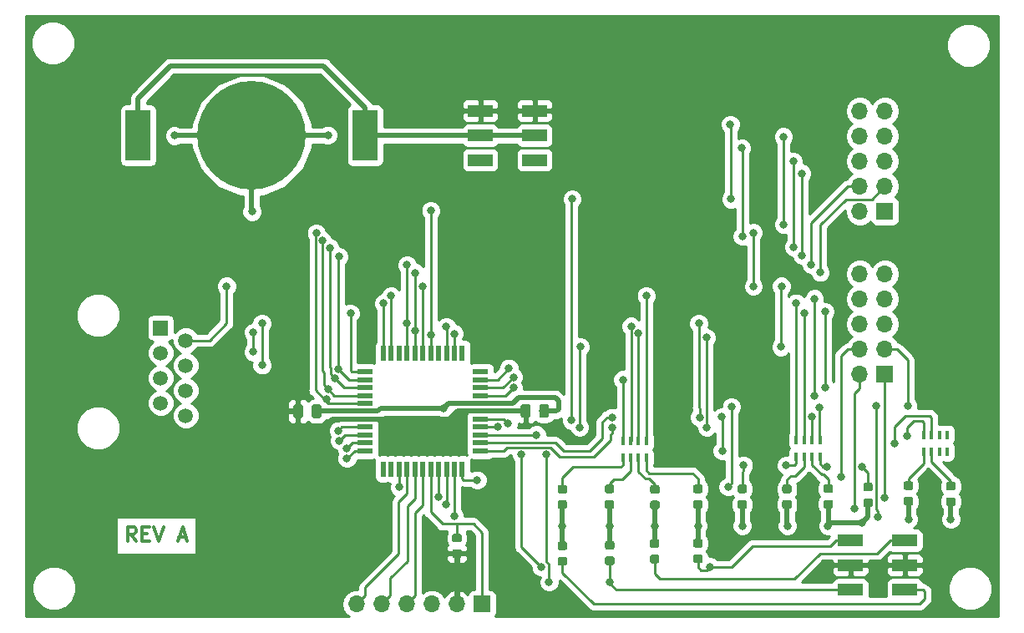
<source format=gbr>
G04 #@! TF.GenerationSoftware,KiCad,Pcbnew,5.0.2-bee76a0~70~ubuntu16.04.1*
G04 #@! TF.CreationDate,2020-03-15T16:03:58-07:00*
G04 #@! TF.ProjectId,pic18f_DB_Ethernet,70696331-3866-45f4-9442-5f4574686572,rev?*
G04 #@! TF.SameCoordinates,Original*
G04 #@! TF.FileFunction,Copper,L1,Top*
G04 #@! TF.FilePolarity,Positive*
%FSLAX46Y46*%
G04 Gerber Fmt 4.6, Leading zero omitted, Abs format (unit mm)*
G04 Created by KiCad (PCBNEW 5.0.2-bee76a0~70~ubuntu16.04.1) date Sun 15 Mar 2020 16:03:58 PDT*
%MOMM*%
%LPD*%
G01*
G04 APERTURE LIST*
G04 #@! TA.AperFunction,NonConductor*
%ADD10C,0.300000*%
G04 #@! TD*
G04 #@! TA.AperFunction,Conductor*
%ADD11C,0.100000*%
G04 #@! TD*
G04 #@! TA.AperFunction,SMDPad,CuDef*
%ADD12C,0.975000*%
G04 #@! TD*
G04 #@! TA.AperFunction,SMDPad,CuDef*
%ADD13C,0.875000*%
G04 #@! TD*
G04 #@! TA.AperFunction,ComponentPad*
%ADD14O,1.700000X1.700000*%
G04 #@! TD*
G04 #@! TA.AperFunction,ComponentPad*
%ADD15R,1.700000X1.700000*%
G04 #@! TD*
G04 #@! TA.AperFunction,SMDPad,CuDef*
%ADD16R,0.400000X0.900000*%
G04 #@! TD*
G04 #@! TA.AperFunction,SMDPad,CuDef*
%ADD17R,1.600000X0.560000*%
G04 #@! TD*
G04 #@! TA.AperFunction,SMDPad,CuDef*
%ADD18R,0.560000X1.600000*%
G04 #@! TD*
G04 #@! TA.AperFunction,BGAPad,CuDef*
%ADD19C,11.000000*%
G04 #@! TD*
G04 #@! TA.AperFunction,SMDPad,CuDef*
%ADD20R,2.500000X5.100000*%
G04 #@! TD*
G04 #@! TA.AperFunction,SMDPad,CuDef*
%ADD21R,2.500000X1.200000*%
G04 #@! TD*
G04 #@! TA.AperFunction,ComponentPad*
%ADD22R,1.500000X1.500000*%
G04 #@! TD*
G04 #@! TA.AperFunction,ComponentPad*
%ADD23C,1.500000*%
G04 #@! TD*
G04 #@! TA.AperFunction,ViaPad*
%ADD24C,0.800000*%
G04 #@! TD*
G04 #@! TA.AperFunction,Conductor*
%ADD25C,0.500000*%
G04 #@! TD*
G04 #@! TA.AperFunction,Conductor*
%ADD26C,0.250000*%
G04 #@! TD*
G04 #@! TA.AperFunction,Conductor*
%ADD27C,0.254000*%
G04 #@! TD*
G04 APERTURE END LIST*
D10*
X111898371Y-138981571D02*
X111398371Y-138267285D01*
X111041228Y-138981571D02*
X111041228Y-137481571D01*
X111612657Y-137481571D01*
X111755514Y-137553000D01*
X111826942Y-137624428D01*
X111898371Y-137767285D01*
X111898371Y-137981571D01*
X111826942Y-138124428D01*
X111755514Y-138195857D01*
X111612657Y-138267285D01*
X111041228Y-138267285D01*
X112541228Y-138195857D02*
X113041228Y-138195857D01*
X113255514Y-138981571D02*
X112541228Y-138981571D01*
X112541228Y-137481571D01*
X113255514Y-137481571D01*
X113684085Y-137481571D02*
X114184085Y-138981571D01*
X114684085Y-137481571D01*
X116255514Y-138553000D02*
X116969800Y-138553000D01*
X116112657Y-138981571D02*
X116612657Y-137481571D01*
X117112657Y-138981571D01*
D11*
G04 #@! TO.N,3v3*
G04 #@! TO.C,C1*
G36*
X151651642Y-125056574D02*
X151675303Y-125060084D01*
X151698507Y-125065896D01*
X151721029Y-125073954D01*
X151742653Y-125084182D01*
X151763170Y-125096479D01*
X151782383Y-125110729D01*
X151800107Y-125126793D01*
X151816171Y-125144517D01*
X151830421Y-125163730D01*
X151842718Y-125184247D01*
X151852946Y-125205871D01*
X151861004Y-125228393D01*
X151866816Y-125251597D01*
X151870326Y-125275258D01*
X151871500Y-125299150D01*
X151871500Y-126211650D01*
X151870326Y-126235542D01*
X151866816Y-126259203D01*
X151861004Y-126282407D01*
X151852946Y-126304929D01*
X151842718Y-126326553D01*
X151830421Y-126347070D01*
X151816171Y-126366283D01*
X151800107Y-126384007D01*
X151782383Y-126400071D01*
X151763170Y-126414321D01*
X151742653Y-126426618D01*
X151721029Y-126436846D01*
X151698507Y-126444904D01*
X151675303Y-126450716D01*
X151651642Y-126454226D01*
X151627750Y-126455400D01*
X151140250Y-126455400D01*
X151116358Y-126454226D01*
X151092697Y-126450716D01*
X151069493Y-126444904D01*
X151046971Y-126436846D01*
X151025347Y-126426618D01*
X151004830Y-126414321D01*
X150985617Y-126400071D01*
X150967893Y-126384007D01*
X150951829Y-126366283D01*
X150937579Y-126347070D01*
X150925282Y-126326553D01*
X150915054Y-126304929D01*
X150906996Y-126282407D01*
X150901184Y-126259203D01*
X150897674Y-126235542D01*
X150896500Y-126211650D01*
X150896500Y-125299150D01*
X150897674Y-125275258D01*
X150901184Y-125251597D01*
X150906996Y-125228393D01*
X150915054Y-125205871D01*
X150925282Y-125184247D01*
X150937579Y-125163730D01*
X150951829Y-125144517D01*
X150967893Y-125126793D01*
X150985617Y-125110729D01*
X151004830Y-125096479D01*
X151025347Y-125084182D01*
X151046971Y-125073954D01*
X151069493Y-125065896D01*
X151092697Y-125060084D01*
X151116358Y-125056574D01*
X151140250Y-125055400D01*
X151627750Y-125055400D01*
X151651642Y-125056574D01*
X151651642Y-125056574D01*
G37*
D12*
G04 #@! TD*
G04 #@! TO.P,C1,1*
G04 #@! TO.N,3v3*
X151384000Y-125755400D03*
D11*
G04 #@! TO.N,GND*
G04 #@! TO.C,C1*
G36*
X153526642Y-125056574D02*
X153550303Y-125060084D01*
X153573507Y-125065896D01*
X153596029Y-125073954D01*
X153617653Y-125084182D01*
X153638170Y-125096479D01*
X153657383Y-125110729D01*
X153675107Y-125126793D01*
X153691171Y-125144517D01*
X153705421Y-125163730D01*
X153717718Y-125184247D01*
X153727946Y-125205871D01*
X153736004Y-125228393D01*
X153741816Y-125251597D01*
X153745326Y-125275258D01*
X153746500Y-125299150D01*
X153746500Y-126211650D01*
X153745326Y-126235542D01*
X153741816Y-126259203D01*
X153736004Y-126282407D01*
X153727946Y-126304929D01*
X153717718Y-126326553D01*
X153705421Y-126347070D01*
X153691171Y-126366283D01*
X153675107Y-126384007D01*
X153657383Y-126400071D01*
X153638170Y-126414321D01*
X153617653Y-126426618D01*
X153596029Y-126436846D01*
X153573507Y-126444904D01*
X153550303Y-126450716D01*
X153526642Y-126454226D01*
X153502750Y-126455400D01*
X153015250Y-126455400D01*
X152991358Y-126454226D01*
X152967697Y-126450716D01*
X152944493Y-126444904D01*
X152921971Y-126436846D01*
X152900347Y-126426618D01*
X152879830Y-126414321D01*
X152860617Y-126400071D01*
X152842893Y-126384007D01*
X152826829Y-126366283D01*
X152812579Y-126347070D01*
X152800282Y-126326553D01*
X152790054Y-126304929D01*
X152781996Y-126282407D01*
X152776184Y-126259203D01*
X152772674Y-126235542D01*
X152771500Y-126211650D01*
X152771500Y-125299150D01*
X152772674Y-125275258D01*
X152776184Y-125251597D01*
X152781996Y-125228393D01*
X152790054Y-125205871D01*
X152800282Y-125184247D01*
X152812579Y-125163730D01*
X152826829Y-125144517D01*
X152842893Y-125126793D01*
X152860617Y-125110729D01*
X152879830Y-125096479D01*
X152900347Y-125084182D01*
X152921971Y-125073954D01*
X152944493Y-125065896D01*
X152967697Y-125060084D01*
X152991358Y-125056574D01*
X153015250Y-125055400D01*
X153502750Y-125055400D01*
X153526642Y-125056574D01*
X153526642Y-125056574D01*
G37*
D12*
G04 #@! TD*
G04 #@! TO.P,C1,2*
G04 #@! TO.N,GND*
X153259000Y-125755400D03*
D11*
G04 #@! TO.N,GND*
G04 #@! TO.C,C2*
G36*
X130468042Y-125081974D02*
X130491703Y-125085484D01*
X130514907Y-125091296D01*
X130537429Y-125099354D01*
X130559053Y-125109582D01*
X130579570Y-125121879D01*
X130598783Y-125136129D01*
X130616507Y-125152193D01*
X130632571Y-125169917D01*
X130646821Y-125189130D01*
X130659118Y-125209647D01*
X130669346Y-125231271D01*
X130677404Y-125253793D01*
X130683216Y-125276997D01*
X130686726Y-125300658D01*
X130687900Y-125324550D01*
X130687900Y-126237050D01*
X130686726Y-126260942D01*
X130683216Y-126284603D01*
X130677404Y-126307807D01*
X130669346Y-126330329D01*
X130659118Y-126351953D01*
X130646821Y-126372470D01*
X130632571Y-126391683D01*
X130616507Y-126409407D01*
X130598783Y-126425471D01*
X130579570Y-126439721D01*
X130559053Y-126452018D01*
X130537429Y-126462246D01*
X130514907Y-126470304D01*
X130491703Y-126476116D01*
X130468042Y-126479626D01*
X130444150Y-126480800D01*
X129956650Y-126480800D01*
X129932758Y-126479626D01*
X129909097Y-126476116D01*
X129885893Y-126470304D01*
X129863371Y-126462246D01*
X129841747Y-126452018D01*
X129821230Y-126439721D01*
X129802017Y-126425471D01*
X129784293Y-126409407D01*
X129768229Y-126391683D01*
X129753979Y-126372470D01*
X129741682Y-126351953D01*
X129731454Y-126330329D01*
X129723396Y-126307807D01*
X129717584Y-126284603D01*
X129714074Y-126260942D01*
X129712900Y-126237050D01*
X129712900Y-125324550D01*
X129714074Y-125300658D01*
X129717584Y-125276997D01*
X129723396Y-125253793D01*
X129731454Y-125231271D01*
X129741682Y-125209647D01*
X129753979Y-125189130D01*
X129768229Y-125169917D01*
X129784293Y-125152193D01*
X129802017Y-125136129D01*
X129821230Y-125121879D01*
X129841747Y-125109582D01*
X129863371Y-125099354D01*
X129885893Y-125091296D01*
X129909097Y-125085484D01*
X129932758Y-125081974D01*
X129956650Y-125080800D01*
X130444150Y-125080800D01*
X130468042Y-125081974D01*
X130468042Y-125081974D01*
G37*
D12*
G04 #@! TD*
G04 #@! TO.P,C2,2*
G04 #@! TO.N,GND*
X130200400Y-125780800D03*
D11*
G04 #@! TO.N,3v3*
G04 #@! TO.C,C2*
G36*
X128593042Y-125081974D02*
X128616703Y-125085484D01*
X128639907Y-125091296D01*
X128662429Y-125099354D01*
X128684053Y-125109582D01*
X128704570Y-125121879D01*
X128723783Y-125136129D01*
X128741507Y-125152193D01*
X128757571Y-125169917D01*
X128771821Y-125189130D01*
X128784118Y-125209647D01*
X128794346Y-125231271D01*
X128802404Y-125253793D01*
X128808216Y-125276997D01*
X128811726Y-125300658D01*
X128812900Y-125324550D01*
X128812900Y-126237050D01*
X128811726Y-126260942D01*
X128808216Y-126284603D01*
X128802404Y-126307807D01*
X128794346Y-126330329D01*
X128784118Y-126351953D01*
X128771821Y-126372470D01*
X128757571Y-126391683D01*
X128741507Y-126409407D01*
X128723783Y-126425471D01*
X128704570Y-126439721D01*
X128684053Y-126452018D01*
X128662429Y-126462246D01*
X128639907Y-126470304D01*
X128616703Y-126476116D01*
X128593042Y-126479626D01*
X128569150Y-126480800D01*
X128081650Y-126480800D01*
X128057758Y-126479626D01*
X128034097Y-126476116D01*
X128010893Y-126470304D01*
X127988371Y-126462246D01*
X127966747Y-126452018D01*
X127946230Y-126439721D01*
X127927017Y-126425471D01*
X127909293Y-126409407D01*
X127893229Y-126391683D01*
X127878979Y-126372470D01*
X127866682Y-126351953D01*
X127856454Y-126330329D01*
X127848396Y-126307807D01*
X127842584Y-126284603D01*
X127839074Y-126260942D01*
X127837900Y-126237050D01*
X127837900Y-125324550D01*
X127839074Y-125300658D01*
X127842584Y-125276997D01*
X127848396Y-125253793D01*
X127856454Y-125231271D01*
X127866682Y-125209647D01*
X127878979Y-125189130D01*
X127893229Y-125169917D01*
X127909293Y-125152193D01*
X127927017Y-125136129D01*
X127946230Y-125121879D01*
X127966747Y-125109582D01*
X127988371Y-125099354D01*
X128010893Y-125091296D01*
X128034097Y-125085484D01*
X128057758Y-125081974D01*
X128081650Y-125080800D01*
X128569150Y-125080800D01*
X128593042Y-125081974D01*
X128593042Y-125081974D01*
G37*
D12*
G04 #@! TD*
G04 #@! TO.P,C2,1*
G04 #@! TO.N,3v3*
X128325400Y-125780800D03*
D11*
G04 #@! TO.N,Net-(D1-Pad2)*
G04 #@! TO.C,D1*
G36*
X155395491Y-133243653D02*
X155416726Y-133246803D01*
X155437550Y-133252019D01*
X155457762Y-133259251D01*
X155477168Y-133268430D01*
X155495581Y-133279466D01*
X155512824Y-133292254D01*
X155528730Y-133306670D01*
X155543146Y-133322576D01*
X155555934Y-133339819D01*
X155566970Y-133358232D01*
X155576149Y-133377638D01*
X155583381Y-133397850D01*
X155588597Y-133418674D01*
X155591747Y-133439909D01*
X155592800Y-133461350D01*
X155592800Y-133898850D01*
X155591747Y-133920291D01*
X155588597Y-133941526D01*
X155583381Y-133962350D01*
X155576149Y-133982562D01*
X155566970Y-134001968D01*
X155555934Y-134020381D01*
X155543146Y-134037624D01*
X155528730Y-134053530D01*
X155512824Y-134067946D01*
X155495581Y-134080734D01*
X155477168Y-134091770D01*
X155457762Y-134100949D01*
X155437550Y-134108181D01*
X155416726Y-134113397D01*
X155395491Y-134116547D01*
X155374050Y-134117600D01*
X154861550Y-134117600D01*
X154840109Y-134116547D01*
X154818874Y-134113397D01*
X154798050Y-134108181D01*
X154777838Y-134100949D01*
X154758432Y-134091770D01*
X154740019Y-134080734D01*
X154722776Y-134067946D01*
X154706870Y-134053530D01*
X154692454Y-134037624D01*
X154679666Y-134020381D01*
X154668630Y-134001968D01*
X154659451Y-133982562D01*
X154652219Y-133962350D01*
X154647003Y-133941526D01*
X154643853Y-133920291D01*
X154642800Y-133898850D01*
X154642800Y-133461350D01*
X154643853Y-133439909D01*
X154647003Y-133418674D01*
X154652219Y-133397850D01*
X154659451Y-133377638D01*
X154668630Y-133358232D01*
X154679666Y-133339819D01*
X154692454Y-133322576D01*
X154706870Y-133306670D01*
X154722776Y-133292254D01*
X154740019Y-133279466D01*
X154758432Y-133268430D01*
X154777838Y-133259251D01*
X154798050Y-133252019D01*
X154818874Y-133246803D01*
X154840109Y-133243653D01*
X154861550Y-133242600D01*
X155374050Y-133242600D01*
X155395491Y-133243653D01*
X155395491Y-133243653D01*
G37*
D13*
G04 #@! TD*
G04 #@! TO.P,D1,2*
G04 #@! TO.N,Net-(D1-Pad2)*
X155117800Y-133680100D03*
D11*
G04 #@! TO.N,GND*
G04 #@! TO.C,D1*
G36*
X155395491Y-134818653D02*
X155416726Y-134821803D01*
X155437550Y-134827019D01*
X155457762Y-134834251D01*
X155477168Y-134843430D01*
X155495581Y-134854466D01*
X155512824Y-134867254D01*
X155528730Y-134881670D01*
X155543146Y-134897576D01*
X155555934Y-134914819D01*
X155566970Y-134933232D01*
X155576149Y-134952638D01*
X155583381Y-134972850D01*
X155588597Y-134993674D01*
X155591747Y-135014909D01*
X155592800Y-135036350D01*
X155592800Y-135473850D01*
X155591747Y-135495291D01*
X155588597Y-135516526D01*
X155583381Y-135537350D01*
X155576149Y-135557562D01*
X155566970Y-135576968D01*
X155555934Y-135595381D01*
X155543146Y-135612624D01*
X155528730Y-135628530D01*
X155512824Y-135642946D01*
X155495581Y-135655734D01*
X155477168Y-135666770D01*
X155457762Y-135675949D01*
X155437550Y-135683181D01*
X155416726Y-135688397D01*
X155395491Y-135691547D01*
X155374050Y-135692600D01*
X154861550Y-135692600D01*
X154840109Y-135691547D01*
X154818874Y-135688397D01*
X154798050Y-135683181D01*
X154777838Y-135675949D01*
X154758432Y-135666770D01*
X154740019Y-135655734D01*
X154722776Y-135642946D01*
X154706870Y-135628530D01*
X154692454Y-135612624D01*
X154679666Y-135595381D01*
X154668630Y-135576968D01*
X154659451Y-135557562D01*
X154652219Y-135537350D01*
X154647003Y-135516526D01*
X154643853Y-135495291D01*
X154642800Y-135473850D01*
X154642800Y-135036350D01*
X154643853Y-135014909D01*
X154647003Y-134993674D01*
X154652219Y-134972850D01*
X154659451Y-134952638D01*
X154668630Y-134933232D01*
X154679666Y-134914819D01*
X154692454Y-134897576D01*
X154706870Y-134881670D01*
X154722776Y-134867254D01*
X154740019Y-134854466D01*
X154758432Y-134843430D01*
X154777838Y-134834251D01*
X154798050Y-134827019D01*
X154818874Y-134821803D01*
X154840109Y-134818653D01*
X154861550Y-134817600D01*
X155374050Y-134817600D01*
X155395491Y-134818653D01*
X155395491Y-134818653D01*
G37*
D13*
G04 #@! TD*
G04 #@! TO.P,D1,1*
G04 #@! TO.N,GND*
X155117800Y-135255100D03*
D11*
G04 #@! TO.N,GND*
G04 #@! TO.C,D2*
G36*
X160170691Y-134793153D02*
X160191926Y-134796303D01*
X160212750Y-134801519D01*
X160232962Y-134808751D01*
X160252368Y-134817930D01*
X160270781Y-134828966D01*
X160288024Y-134841754D01*
X160303930Y-134856170D01*
X160318346Y-134872076D01*
X160331134Y-134889319D01*
X160342170Y-134907732D01*
X160351349Y-134927138D01*
X160358581Y-134947350D01*
X160363797Y-134968174D01*
X160366947Y-134989409D01*
X160368000Y-135010850D01*
X160368000Y-135448350D01*
X160366947Y-135469791D01*
X160363797Y-135491026D01*
X160358581Y-135511850D01*
X160351349Y-135532062D01*
X160342170Y-135551468D01*
X160331134Y-135569881D01*
X160318346Y-135587124D01*
X160303930Y-135603030D01*
X160288024Y-135617446D01*
X160270781Y-135630234D01*
X160252368Y-135641270D01*
X160232962Y-135650449D01*
X160212750Y-135657681D01*
X160191926Y-135662897D01*
X160170691Y-135666047D01*
X160149250Y-135667100D01*
X159636750Y-135667100D01*
X159615309Y-135666047D01*
X159594074Y-135662897D01*
X159573250Y-135657681D01*
X159553038Y-135650449D01*
X159533632Y-135641270D01*
X159515219Y-135630234D01*
X159497976Y-135617446D01*
X159482070Y-135603030D01*
X159467654Y-135587124D01*
X159454866Y-135569881D01*
X159443830Y-135551468D01*
X159434651Y-135532062D01*
X159427419Y-135511850D01*
X159422203Y-135491026D01*
X159419053Y-135469791D01*
X159418000Y-135448350D01*
X159418000Y-135010850D01*
X159419053Y-134989409D01*
X159422203Y-134968174D01*
X159427419Y-134947350D01*
X159434651Y-134927138D01*
X159443830Y-134907732D01*
X159454866Y-134889319D01*
X159467654Y-134872076D01*
X159482070Y-134856170D01*
X159497976Y-134841754D01*
X159515219Y-134828966D01*
X159533632Y-134817930D01*
X159553038Y-134808751D01*
X159573250Y-134801519D01*
X159594074Y-134796303D01*
X159615309Y-134793153D01*
X159636750Y-134792100D01*
X160149250Y-134792100D01*
X160170691Y-134793153D01*
X160170691Y-134793153D01*
G37*
D13*
G04 #@! TD*
G04 #@! TO.P,D2,1*
G04 #@! TO.N,GND*
X159893000Y-135229600D03*
D11*
G04 #@! TO.N,Net-(D2-Pad2)*
G04 #@! TO.C,D2*
G36*
X160170691Y-133218153D02*
X160191926Y-133221303D01*
X160212750Y-133226519D01*
X160232962Y-133233751D01*
X160252368Y-133242930D01*
X160270781Y-133253966D01*
X160288024Y-133266754D01*
X160303930Y-133281170D01*
X160318346Y-133297076D01*
X160331134Y-133314319D01*
X160342170Y-133332732D01*
X160351349Y-133352138D01*
X160358581Y-133372350D01*
X160363797Y-133393174D01*
X160366947Y-133414409D01*
X160368000Y-133435850D01*
X160368000Y-133873350D01*
X160366947Y-133894791D01*
X160363797Y-133916026D01*
X160358581Y-133936850D01*
X160351349Y-133957062D01*
X160342170Y-133976468D01*
X160331134Y-133994881D01*
X160318346Y-134012124D01*
X160303930Y-134028030D01*
X160288024Y-134042446D01*
X160270781Y-134055234D01*
X160252368Y-134066270D01*
X160232962Y-134075449D01*
X160212750Y-134082681D01*
X160191926Y-134087897D01*
X160170691Y-134091047D01*
X160149250Y-134092100D01*
X159636750Y-134092100D01*
X159615309Y-134091047D01*
X159594074Y-134087897D01*
X159573250Y-134082681D01*
X159553038Y-134075449D01*
X159533632Y-134066270D01*
X159515219Y-134055234D01*
X159497976Y-134042446D01*
X159482070Y-134028030D01*
X159467654Y-134012124D01*
X159454866Y-133994881D01*
X159443830Y-133976468D01*
X159434651Y-133957062D01*
X159427419Y-133936850D01*
X159422203Y-133916026D01*
X159419053Y-133894791D01*
X159418000Y-133873350D01*
X159418000Y-133435850D01*
X159419053Y-133414409D01*
X159422203Y-133393174D01*
X159427419Y-133372350D01*
X159434651Y-133352138D01*
X159443830Y-133332732D01*
X159454866Y-133314319D01*
X159467654Y-133297076D01*
X159482070Y-133281170D01*
X159497976Y-133266754D01*
X159515219Y-133253966D01*
X159533632Y-133242930D01*
X159553038Y-133233751D01*
X159573250Y-133226519D01*
X159594074Y-133221303D01*
X159615309Y-133218153D01*
X159636750Y-133217100D01*
X160149250Y-133217100D01*
X160170691Y-133218153D01*
X160170691Y-133218153D01*
G37*
D13*
G04 #@! TD*
G04 #@! TO.P,D2,2*
G04 #@! TO.N,Net-(D2-Pad2)*
X159893000Y-133654600D03*
D11*
G04 #@! TO.N,Net-(D3-Pad2)*
G04 #@! TO.C,D3*
G36*
X164768091Y-133269053D02*
X164789326Y-133272203D01*
X164810150Y-133277419D01*
X164830362Y-133284651D01*
X164849768Y-133293830D01*
X164868181Y-133304866D01*
X164885424Y-133317654D01*
X164901330Y-133332070D01*
X164915746Y-133347976D01*
X164928534Y-133365219D01*
X164939570Y-133383632D01*
X164948749Y-133403038D01*
X164955981Y-133423250D01*
X164961197Y-133444074D01*
X164964347Y-133465309D01*
X164965400Y-133486750D01*
X164965400Y-133924250D01*
X164964347Y-133945691D01*
X164961197Y-133966926D01*
X164955981Y-133987750D01*
X164948749Y-134007962D01*
X164939570Y-134027368D01*
X164928534Y-134045781D01*
X164915746Y-134063024D01*
X164901330Y-134078930D01*
X164885424Y-134093346D01*
X164868181Y-134106134D01*
X164849768Y-134117170D01*
X164830362Y-134126349D01*
X164810150Y-134133581D01*
X164789326Y-134138797D01*
X164768091Y-134141947D01*
X164746650Y-134143000D01*
X164234150Y-134143000D01*
X164212709Y-134141947D01*
X164191474Y-134138797D01*
X164170650Y-134133581D01*
X164150438Y-134126349D01*
X164131032Y-134117170D01*
X164112619Y-134106134D01*
X164095376Y-134093346D01*
X164079470Y-134078930D01*
X164065054Y-134063024D01*
X164052266Y-134045781D01*
X164041230Y-134027368D01*
X164032051Y-134007962D01*
X164024819Y-133987750D01*
X164019603Y-133966926D01*
X164016453Y-133945691D01*
X164015400Y-133924250D01*
X164015400Y-133486750D01*
X164016453Y-133465309D01*
X164019603Y-133444074D01*
X164024819Y-133423250D01*
X164032051Y-133403038D01*
X164041230Y-133383632D01*
X164052266Y-133365219D01*
X164065054Y-133347976D01*
X164079470Y-133332070D01*
X164095376Y-133317654D01*
X164112619Y-133304866D01*
X164131032Y-133293830D01*
X164150438Y-133284651D01*
X164170650Y-133277419D01*
X164191474Y-133272203D01*
X164212709Y-133269053D01*
X164234150Y-133268000D01*
X164746650Y-133268000D01*
X164768091Y-133269053D01*
X164768091Y-133269053D01*
G37*
D13*
G04 #@! TD*
G04 #@! TO.P,D3,2*
G04 #@! TO.N,Net-(D3-Pad2)*
X164490400Y-133705500D03*
D11*
G04 #@! TO.N,GND*
G04 #@! TO.C,D3*
G36*
X164768091Y-134844053D02*
X164789326Y-134847203D01*
X164810150Y-134852419D01*
X164830362Y-134859651D01*
X164849768Y-134868830D01*
X164868181Y-134879866D01*
X164885424Y-134892654D01*
X164901330Y-134907070D01*
X164915746Y-134922976D01*
X164928534Y-134940219D01*
X164939570Y-134958632D01*
X164948749Y-134978038D01*
X164955981Y-134998250D01*
X164961197Y-135019074D01*
X164964347Y-135040309D01*
X164965400Y-135061750D01*
X164965400Y-135499250D01*
X164964347Y-135520691D01*
X164961197Y-135541926D01*
X164955981Y-135562750D01*
X164948749Y-135582962D01*
X164939570Y-135602368D01*
X164928534Y-135620781D01*
X164915746Y-135638024D01*
X164901330Y-135653930D01*
X164885424Y-135668346D01*
X164868181Y-135681134D01*
X164849768Y-135692170D01*
X164830362Y-135701349D01*
X164810150Y-135708581D01*
X164789326Y-135713797D01*
X164768091Y-135716947D01*
X164746650Y-135718000D01*
X164234150Y-135718000D01*
X164212709Y-135716947D01*
X164191474Y-135713797D01*
X164170650Y-135708581D01*
X164150438Y-135701349D01*
X164131032Y-135692170D01*
X164112619Y-135681134D01*
X164095376Y-135668346D01*
X164079470Y-135653930D01*
X164065054Y-135638024D01*
X164052266Y-135620781D01*
X164041230Y-135602368D01*
X164032051Y-135582962D01*
X164024819Y-135562750D01*
X164019603Y-135541926D01*
X164016453Y-135520691D01*
X164015400Y-135499250D01*
X164015400Y-135061750D01*
X164016453Y-135040309D01*
X164019603Y-135019074D01*
X164024819Y-134998250D01*
X164032051Y-134978038D01*
X164041230Y-134958632D01*
X164052266Y-134940219D01*
X164065054Y-134922976D01*
X164079470Y-134907070D01*
X164095376Y-134892654D01*
X164112619Y-134879866D01*
X164131032Y-134868830D01*
X164150438Y-134859651D01*
X164170650Y-134852419D01*
X164191474Y-134847203D01*
X164212709Y-134844053D01*
X164234150Y-134843000D01*
X164746650Y-134843000D01*
X164768091Y-134844053D01*
X164768091Y-134844053D01*
G37*
D13*
G04 #@! TD*
G04 #@! TO.P,D3,1*
G04 #@! TO.N,GND*
X164490400Y-135280500D03*
D11*
G04 #@! TO.N,GND*
G04 #@! TO.C,D4*
G36*
X169136891Y-134793253D02*
X169158126Y-134796403D01*
X169178950Y-134801619D01*
X169199162Y-134808851D01*
X169218568Y-134818030D01*
X169236981Y-134829066D01*
X169254224Y-134841854D01*
X169270130Y-134856270D01*
X169284546Y-134872176D01*
X169297334Y-134889419D01*
X169308370Y-134907832D01*
X169317549Y-134927238D01*
X169324781Y-134947450D01*
X169329997Y-134968274D01*
X169333147Y-134989509D01*
X169334200Y-135010950D01*
X169334200Y-135448450D01*
X169333147Y-135469891D01*
X169329997Y-135491126D01*
X169324781Y-135511950D01*
X169317549Y-135532162D01*
X169308370Y-135551568D01*
X169297334Y-135569981D01*
X169284546Y-135587224D01*
X169270130Y-135603130D01*
X169254224Y-135617546D01*
X169236981Y-135630334D01*
X169218568Y-135641370D01*
X169199162Y-135650549D01*
X169178950Y-135657781D01*
X169158126Y-135662997D01*
X169136891Y-135666147D01*
X169115450Y-135667200D01*
X168602950Y-135667200D01*
X168581509Y-135666147D01*
X168560274Y-135662997D01*
X168539450Y-135657781D01*
X168519238Y-135650549D01*
X168499832Y-135641370D01*
X168481419Y-135630334D01*
X168464176Y-135617546D01*
X168448270Y-135603130D01*
X168433854Y-135587224D01*
X168421066Y-135569981D01*
X168410030Y-135551568D01*
X168400851Y-135532162D01*
X168393619Y-135511950D01*
X168388403Y-135491126D01*
X168385253Y-135469891D01*
X168384200Y-135448450D01*
X168384200Y-135010950D01*
X168385253Y-134989509D01*
X168388403Y-134968274D01*
X168393619Y-134947450D01*
X168400851Y-134927238D01*
X168410030Y-134907832D01*
X168421066Y-134889419D01*
X168433854Y-134872176D01*
X168448270Y-134856270D01*
X168464176Y-134841854D01*
X168481419Y-134829066D01*
X168499832Y-134818030D01*
X168519238Y-134808851D01*
X168539450Y-134801619D01*
X168560274Y-134796403D01*
X168581509Y-134793253D01*
X168602950Y-134792200D01*
X169115450Y-134792200D01*
X169136891Y-134793253D01*
X169136891Y-134793253D01*
G37*
D13*
G04 #@! TD*
G04 #@! TO.P,D4,1*
G04 #@! TO.N,GND*
X168859200Y-135229700D03*
D11*
G04 #@! TO.N,Net-(D4-Pad2)*
G04 #@! TO.C,D4*
G36*
X169136891Y-133218253D02*
X169158126Y-133221403D01*
X169178950Y-133226619D01*
X169199162Y-133233851D01*
X169218568Y-133243030D01*
X169236981Y-133254066D01*
X169254224Y-133266854D01*
X169270130Y-133281270D01*
X169284546Y-133297176D01*
X169297334Y-133314419D01*
X169308370Y-133332832D01*
X169317549Y-133352238D01*
X169324781Y-133372450D01*
X169329997Y-133393274D01*
X169333147Y-133414509D01*
X169334200Y-133435950D01*
X169334200Y-133873450D01*
X169333147Y-133894891D01*
X169329997Y-133916126D01*
X169324781Y-133936950D01*
X169317549Y-133957162D01*
X169308370Y-133976568D01*
X169297334Y-133994981D01*
X169284546Y-134012224D01*
X169270130Y-134028130D01*
X169254224Y-134042546D01*
X169236981Y-134055334D01*
X169218568Y-134066370D01*
X169199162Y-134075549D01*
X169178950Y-134082781D01*
X169158126Y-134087997D01*
X169136891Y-134091147D01*
X169115450Y-134092200D01*
X168602950Y-134092200D01*
X168581509Y-134091147D01*
X168560274Y-134087997D01*
X168539450Y-134082781D01*
X168519238Y-134075549D01*
X168499832Y-134066370D01*
X168481419Y-134055334D01*
X168464176Y-134042546D01*
X168448270Y-134028130D01*
X168433854Y-134012224D01*
X168421066Y-133994981D01*
X168410030Y-133976568D01*
X168400851Y-133957162D01*
X168393619Y-133936950D01*
X168388403Y-133916126D01*
X168385253Y-133894891D01*
X168384200Y-133873450D01*
X168384200Y-133435950D01*
X168385253Y-133414509D01*
X168388403Y-133393274D01*
X168393619Y-133372450D01*
X168400851Y-133352238D01*
X168410030Y-133332832D01*
X168421066Y-133314419D01*
X168433854Y-133297176D01*
X168448270Y-133281270D01*
X168464176Y-133266854D01*
X168481419Y-133254066D01*
X168499832Y-133243030D01*
X168519238Y-133233851D01*
X168539450Y-133226619D01*
X168560274Y-133221403D01*
X168581509Y-133218253D01*
X168602950Y-133217200D01*
X169115450Y-133217200D01*
X169136891Y-133218253D01*
X169136891Y-133218253D01*
G37*
D13*
G04 #@! TD*
G04 #@! TO.P,D4,2*
G04 #@! TO.N,Net-(D4-Pad2)*
X168859200Y-133654700D03*
D11*
G04 #@! TO.N,Net-(D5-Pad2)*
G04 #@! TO.C,D5*
G36*
X173632691Y-133218153D02*
X173653926Y-133221303D01*
X173674750Y-133226519D01*
X173694962Y-133233751D01*
X173714368Y-133242930D01*
X173732781Y-133253966D01*
X173750024Y-133266754D01*
X173765930Y-133281170D01*
X173780346Y-133297076D01*
X173793134Y-133314319D01*
X173804170Y-133332732D01*
X173813349Y-133352138D01*
X173820581Y-133372350D01*
X173825797Y-133393174D01*
X173828947Y-133414409D01*
X173830000Y-133435850D01*
X173830000Y-133873350D01*
X173828947Y-133894791D01*
X173825797Y-133916026D01*
X173820581Y-133936850D01*
X173813349Y-133957062D01*
X173804170Y-133976468D01*
X173793134Y-133994881D01*
X173780346Y-134012124D01*
X173765930Y-134028030D01*
X173750024Y-134042446D01*
X173732781Y-134055234D01*
X173714368Y-134066270D01*
X173694962Y-134075449D01*
X173674750Y-134082681D01*
X173653926Y-134087897D01*
X173632691Y-134091047D01*
X173611250Y-134092100D01*
X173098750Y-134092100D01*
X173077309Y-134091047D01*
X173056074Y-134087897D01*
X173035250Y-134082681D01*
X173015038Y-134075449D01*
X172995632Y-134066270D01*
X172977219Y-134055234D01*
X172959976Y-134042446D01*
X172944070Y-134028030D01*
X172929654Y-134012124D01*
X172916866Y-133994881D01*
X172905830Y-133976468D01*
X172896651Y-133957062D01*
X172889419Y-133936850D01*
X172884203Y-133916026D01*
X172881053Y-133894791D01*
X172880000Y-133873350D01*
X172880000Y-133435850D01*
X172881053Y-133414409D01*
X172884203Y-133393174D01*
X172889419Y-133372350D01*
X172896651Y-133352138D01*
X172905830Y-133332732D01*
X172916866Y-133314319D01*
X172929654Y-133297076D01*
X172944070Y-133281170D01*
X172959976Y-133266754D01*
X172977219Y-133253966D01*
X172995632Y-133242930D01*
X173015038Y-133233751D01*
X173035250Y-133226519D01*
X173056074Y-133221303D01*
X173077309Y-133218153D01*
X173098750Y-133217100D01*
X173611250Y-133217100D01*
X173632691Y-133218153D01*
X173632691Y-133218153D01*
G37*
D13*
G04 #@! TD*
G04 #@! TO.P,D5,2*
G04 #@! TO.N,Net-(D5-Pad2)*
X173355000Y-133654600D03*
D11*
G04 #@! TO.N,GND*
G04 #@! TO.C,D5*
G36*
X173632691Y-134793153D02*
X173653926Y-134796303D01*
X173674750Y-134801519D01*
X173694962Y-134808751D01*
X173714368Y-134817930D01*
X173732781Y-134828966D01*
X173750024Y-134841754D01*
X173765930Y-134856170D01*
X173780346Y-134872076D01*
X173793134Y-134889319D01*
X173804170Y-134907732D01*
X173813349Y-134927138D01*
X173820581Y-134947350D01*
X173825797Y-134968174D01*
X173828947Y-134989409D01*
X173830000Y-135010850D01*
X173830000Y-135448350D01*
X173828947Y-135469791D01*
X173825797Y-135491026D01*
X173820581Y-135511850D01*
X173813349Y-135532062D01*
X173804170Y-135551468D01*
X173793134Y-135569881D01*
X173780346Y-135587124D01*
X173765930Y-135603030D01*
X173750024Y-135617446D01*
X173732781Y-135630234D01*
X173714368Y-135641270D01*
X173694962Y-135650449D01*
X173674750Y-135657681D01*
X173653926Y-135662897D01*
X173632691Y-135666047D01*
X173611250Y-135667100D01*
X173098750Y-135667100D01*
X173077309Y-135666047D01*
X173056074Y-135662897D01*
X173035250Y-135657681D01*
X173015038Y-135650449D01*
X172995632Y-135641270D01*
X172977219Y-135630234D01*
X172959976Y-135617446D01*
X172944070Y-135603030D01*
X172929654Y-135587124D01*
X172916866Y-135569881D01*
X172905830Y-135551468D01*
X172896651Y-135532062D01*
X172889419Y-135511850D01*
X172884203Y-135491026D01*
X172881053Y-135469791D01*
X172880000Y-135448350D01*
X172880000Y-135010850D01*
X172881053Y-134989409D01*
X172884203Y-134968174D01*
X172889419Y-134947350D01*
X172896651Y-134927138D01*
X172905830Y-134907732D01*
X172916866Y-134889319D01*
X172929654Y-134872076D01*
X172944070Y-134856170D01*
X172959976Y-134841754D01*
X172977219Y-134828966D01*
X172995632Y-134817930D01*
X173015038Y-134808751D01*
X173035250Y-134801519D01*
X173056074Y-134796303D01*
X173077309Y-134793153D01*
X173098750Y-134792100D01*
X173611250Y-134792100D01*
X173632691Y-134793153D01*
X173632691Y-134793153D01*
G37*
D13*
G04 #@! TD*
G04 #@! TO.P,D5,1*
G04 #@! TO.N,GND*
X173355000Y-135229600D03*
D11*
G04 #@! TO.N,Net-(D6-Pad2)*
G04 #@! TO.C,D6*
G36*
X178153891Y-133218353D02*
X178175126Y-133221503D01*
X178195950Y-133226719D01*
X178216162Y-133233951D01*
X178235568Y-133243130D01*
X178253981Y-133254166D01*
X178271224Y-133266954D01*
X178287130Y-133281370D01*
X178301546Y-133297276D01*
X178314334Y-133314519D01*
X178325370Y-133332932D01*
X178334549Y-133352338D01*
X178341781Y-133372550D01*
X178346997Y-133393374D01*
X178350147Y-133414609D01*
X178351200Y-133436050D01*
X178351200Y-133873550D01*
X178350147Y-133894991D01*
X178346997Y-133916226D01*
X178341781Y-133937050D01*
X178334549Y-133957262D01*
X178325370Y-133976668D01*
X178314334Y-133995081D01*
X178301546Y-134012324D01*
X178287130Y-134028230D01*
X178271224Y-134042646D01*
X178253981Y-134055434D01*
X178235568Y-134066470D01*
X178216162Y-134075649D01*
X178195950Y-134082881D01*
X178175126Y-134088097D01*
X178153891Y-134091247D01*
X178132450Y-134092300D01*
X177619950Y-134092300D01*
X177598509Y-134091247D01*
X177577274Y-134088097D01*
X177556450Y-134082881D01*
X177536238Y-134075649D01*
X177516832Y-134066470D01*
X177498419Y-134055434D01*
X177481176Y-134042646D01*
X177465270Y-134028230D01*
X177450854Y-134012324D01*
X177438066Y-133995081D01*
X177427030Y-133976668D01*
X177417851Y-133957262D01*
X177410619Y-133937050D01*
X177405403Y-133916226D01*
X177402253Y-133894991D01*
X177401200Y-133873550D01*
X177401200Y-133436050D01*
X177402253Y-133414609D01*
X177405403Y-133393374D01*
X177410619Y-133372550D01*
X177417851Y-133352338D01*
X177427030Y-133332932D01*
X177438066Y-133314519D01*
X177450854Y-133297276D01*
X177465270Y-133281370D01*
X177481176Y-133266954D01*
X177498419Y-133254166D01*
X177516832Y-133243130D01*
X177536238Y-133233951D01*
X177556450Y-133226719D01*
X177577274Y-133221503D01*
X177598509Y-133218353D01*
X177619950Y-133217300D01*
X178132450Y-133217300D01*
X178153891Y-133218353D01*
X178153891Y-133218353D01*
G37*
D13*
G04 #@! TD*
G04 #@! TO.P,D6,2*
G04 #@! TO.N,Net-(D6-Pad2)*
X177876200Y-133654800D03*
D11*
G04 #@! TO.N,GND*
G04 #@! TO.C,D6*
G36*
X178153891Y-134793353D02*
X178175126Y-134796503D01*
X178195950Y-134801719D01*
X178216162Y-134808951D01*
X178235568Y-134818130D01*
X178253981Y-134829166D01*
X178271224Y-134841954D01*
X178287130Y-134856370D01*
X178301546Y-134872276D01*
X178314334Y-134889519D01*
X178325370Y-134907932D01*
X178334549Y-134927338D01*
X178341781Y-134947550D01*
X178346997Y-134968374D01*
X178350147Y-134989609D01*
X178351200Y-135011050D01*
X178351200Y-135448550D01*
X178350147Y-135469991D01*
X178346997Y-135491226D01*
X178341781Y-135512050D01*
X178334549Y-135532262D01*
X178325370Y-135551668D01*
X178314334Y-135570081D01*
X178301546Y-135587324D01*
X178287130Y-135603230D01*
X178271224Y-135617646D01*
X178253981Y-135630434D01*
X178235568Y-135641470D01*
X178216162Y-135650649D01*
X178195950Y-135657881D01*
X178175126Y-135663097D01*
X178153891Y-135666247D01*
X178132450Y-135667300D01*
X177619950Y-135667300D01*
X177598509Y-135666247D01*
X177577274Y-135663097D01*
X177556450Y-135657881D01*
X177536238Y-135650649D01*
X177516832Y-135641470D01*
X177498419Y-135630434D01*
X177481176Y-135617646D01*
X177465270Y-135603230D01*
X177450854Y-135587324D01*
X177438066Y-135570081D01*
X177427030Y-135551668D01*
X177417851Y-135532262D01*
X177410619Y-135512050D01*
X177405403Y-135491226D01*
X177402253Y-135469991D01*
X177401200Y-135448550D01*
X177401200Y-135011050D01*
X177402253Y-134989609D01*
X177405403Y-134968374D01*
X177410619Y-134947550D01*
X177417851Y-134927338D01*
X177427030Y-134907932D01*
X177438066Y-134889519D01*
X177450854Y-134872276D01*
X177465270Y-134856370D01*
X177481176Y-134841954D01*
X177498419Y-134829166D01*
X177516832Y-134818130D01*
X177536238Y-134808951D01*
X177556450Y-134801719D01*
X177577274Y-134796503D01*
X177598509Y-134793353D01*
X177619950Y-134792300D01*
X178132450Y-134792300D01*
X178153891Y-134793353D01*
X178153891Y-134793353D01*
G37*
D13*
G04 #@! TD*
G04 #@! TO.P,D6,1*
G04 #@! TO.N,GND*
X177876200Y-135229800D03*
D11*
G04 #@! TO.N,GND*
G04 #@! TO.C,D7*
G36*
X182344891Y-134767853D02*
X182366126Y-134771003D01*
X182386950Y-134776219D01*
X182407162Y-134783451D01*
X182426568Y-134792630D01*
X182444981Y-134803666D01*
X182462224Y-134816454D01*
X182478130Y-134830870D01*
X182492546Y-134846776D01*
X182505334Y-134864019D01*
X182516370Y-134882432D01*
X182525549Y-134901838D01*
X182532781Y-134922050D01*
X182537997Y-134942874D01*
X182541147Y-134964109D01*
X182542200Y-134985550D01*
X182542200Y-135423050D01*
X182541147Y-135444491D01*
X182537997Y-135465726D01*
X182532781Y-135486550D01*
X182525549Y-135506762D01*
X182516370Y-135526168D01*
X182505334Y-135544581D01*
X182492546Y-135561824D01*
X182478130Y-135577730D01*
X182462224Y-135592146D01*
X182444981Y-135604934D01*
X182426568Y-135615970D01*
X182407162Y-135625149D01*
X182386950Y-135632381D01*
X182366126Y-135637597D01*
X182344891Y-135640747D01*
X182323450Y-135641800D01*
X181810950Y-135641800D01*
X181789509Y-135640747D01*
X181768274Y-135637597D01*
X181747450Y-135632381D01*
X181727238Y-135625149D01*
X181707832Y-135615970D01*
X181689419Y-135604934D01*
X181672176Y-135592146D01*
X181656270Y-135577730D01*
X181641854Y-135561824D01*
X181629066Y-135544581D01*
X181618030Y-135526168D01*
X181608851Y-135506762D01*
X181601619Y-135486550D01*
X181596403Y-135465726D01*
X181593253Y-135444491D01*
X181592200Y-135423050D01*
X181592200Y-134985550D01*
X181593253Y-134964109D01*
X181596403Y-134942874D01*
X181601619Y-134922050D01*
X181608851Y-134901838D01*
X181618030Y-134882432D01*
X181629066Y-134864019D01*
X181641854Y-134846776D01*
X181656270Y-134830870D01*
X181672176Y-134816454D01*
X181689419Y-134803666D01*
X181707832Y-134792630D01*
X181727238Y-134783451D01*
X181747450Y-134776219D01*
X181768274Y-134771003D01*
X181789509Y-134767853D01*
X181810950Y-134766800D01*
X182323450Y-134766800D01*
X182344891Y-134767853D01*
X182344891Y-134767853D01*
G37*
D13*
G04 #@! TD*
G04 #@! TO.P,D7,1*
G04 #@! TO.N,GND*
X182067200Y-135204300D03*
D11*
G04 #@! TO.N,Net-(D7-Pad2)*
G04 #@! TO.C,D7*
G36*
X182344891Y-133192853D02*
X182366126Y-133196003D01*
X182386950Y-133201219D01*
X182407162Y-133208451D01*
X182426568Y-133217630D01*
X182444981Y-133228666D01*
X182462224Y-133241454D01*
X182478130Y-133255870D01*
X182492546Y-133271776D01*
X182505334Y-133289019D01*
X182516370Y-133307432D01*
X182525549Y-133326838D01*
X182532781Y-133347050D01*
X182537997Y-133367874D01*
X182541147Y-133389109D01*
X182542200Y-133410550D01*
X182542200Y-133848050D01*
X182541147Y-133869491D01*
X182537997Y-133890726D01*
X182532781Y-133911550D01*
X182525549Y-133931762D01*
X182516370Y-133951168D01*
X182505334Y-133969581D01*
X182492546Y-133986824D01*
X182478130Y-134002730D01*
X182462224Y-134017146D01*
X182444981Y-134029934D01*
X182426568Y-134040970D01*
X182407162Y-134050149D01*
X182386950Y-134057381D01*
X182366126Y-134062597D01*
X182344891Y-134065747D01*
X182323450Y-134066800D01*
X181810950Y-134066800D01*
X181789509Y-134065747D01*
X181768274Y-134062597D01*
X181747450Y-134057381D01*
X181727238Y-134050149D01*
X181707832Y-134040970D01*
X181689419Y-134029934D01*
X181672176Y-134017146D01*
X181656270Y-134002730D01*
X181641854Y-133986824D01*
X181629066Y-133969581D01*
X181618030Y-133951168D01*
X181608851Y-133931762D01*
X181601619Y-133911550D01*
X181596403Y-133890726D01*
X181593253Y-133869491D01*
X181592200Y-133848050D01*
X181592200Y-133410550D01*
X181593253Y-133389109D01*
X181596403Y-133367874D01*
X181601619Y-133347050D01*
X181608851Y-133326838D01*
X181618030Y-133307432D01*
X181629066Y-133289019D01*
X181641854Y-133271776D01*
X181656270Y-133255870D01*
X181672176Y-133241454D01*
X181689419Y-133228666D01*
X181707832Y-133217630D01*
X181727238Y-133208451D01*
X181747450Y-133201219D01*
X181768274Y-133196003D01*
X181789509Y-133192853D01*
X181810950Y-133191800D01*
X182323450Y-133191800D01*
X182344891Y-133192853D01*
X182344891Y-133192853D01*
G37*
D13*
G04 #@! TD*
G04 #@! TO.P,D7,2*
G04 #@! TO.N,Net-(D7-Pad2)*
X182067200Y-133629300D03*
D11*
G04 #@! TO.N,GND*
G04 #@! TO.C,D8*
G36*
X186383491Y-134615353D02*
X186404726Y-134618503D01*
X186425550Y-134623719D01*
X186445762Y-134630951D01*
X186465168Y-134640130D01*
X186483581Y-134651166D01*
X186500824Y-134663954D01*
X186516730Y-134678370D01*
X186531146Y-134694276D01*
X186543934Y-134711519D01*
X186554970Y-134729932D01*
X186564149Y-134749338D01*
X186571381Y-134769550D01*
X186576597Y-134790374D01*
X186579747Y-134811609D01*
X186580800Y-134833050D01*
X186580800Y-135270550D01*
X186579747Y-135291991D01*
X186576597Y-135313226D01*
X186571381Y-135334050D01*
X186564149Y-135354262D01*
X186554970Y-135373668D01*
X186543934Y-135392081D01*
X186531146Y-135409324D01*
X186516730Y-135425230D01*
X186500824Y-135439646D01*
X186483581Y-135452434D01*
X186465168Y-135463470D01*
X186445762Y-135472649D01*
X186425550Y-135479881D01*
X186404726Y-135485097D01*
X186383491Y-135488247D01*
X186362050Y-135489300D01*
X185849550Y-135489300D01*
X185828109Y-135488247D01*
X185806874Y-135485097D01*
X185786050Y-135479881D01*
X185765838Y-135472649D01*
X185746432Y-135463470D01*
X185728019Y-135452434D01*
X185710776Y-135439646D01*
X185694870Y-135425230D01*
X185680454Y-135409324D01*
X185667666Y-135392081D01*
X185656630Y-135373668D01*
X185647451Y-135354262D01*
X185640219Y-135334050D01*
X185635003Y-135313226D01*
X185631853Y-135291991D01*
X185630800Y-135270550D01*
X185630800Y-134833050D01*
X185631853Y-134811609D01*
X185635003Y-134790374D01*
X185640219Y-134769550D01*
X185647451Y-134749338D01*
X185656630Y-134729932D01*
X185667666Y-134711519D01*
X185680454Y-134694276D01*
X185694870Y-134678370D01*
X185710776Y-134663954D01*
X185728019Y-134651166D01*
X185746432Y-134640130D01*
X185765838Y-134630951D01*
X185786050Y-134623719D01*
X185806874Y-134618503D01*
X185828109Y-134615353D01*
X185849550Y-134614300D01*
X186362050Y-134614300D01*
X186383491Y-134615353D01*
X186383491Y-134615353D01*
G37*
D13*
G04 #@! TD*
G04 #@! TO.P,D8,1*
G04 #@! TO.N,GND*
X186105800Y-135051800D03*
D11*
G04 #@! TO.N,Net-(D8-Pad2)*
G04 #@! TO.C,D8*
G36*
X186383491Y-133040353D02*
X186404726Y-133043503D01*
X186425550Y-133048719D01*
X186445762Y-133055951D01*
X186465168Y-133065130D01*
X186483581Y-133076166D01*
X186500824Y-133088954D01*
X186516730Y-133103370D01*
X186531146Y-133119276D01*
X186543934Y-133136519D01*
X186554970Y-133154932D01*
X186564149Y-133174338D01*
X186571381Y-133194550D01*
X186576597Y-133215374D01*
X186579747Y-133236609D01*
X186580800Y-133258050D01*
X186580800Y-133695550D01*
X186579747Y-133716991D01*
X186576597Y-133738226D01*
X186571381Y-133759050D01*
X186564149Y-133779262D01*
X186554970Y-133798668D01*
X186543934Y-133817081D01*
X186531146Y-133834324D01*
X186516730Y-133850230D01*
X186500824Y-133864646D01*
X186483581Y-133877434D01*
X186465168Y-133888470D01*
X186445762Y-133897649D01*
X186425550Y-133904881D01*
X186404726Y-133910097D01*
X186383491Y-133913247D01*
X186362050Y-133914300D01*
X185849550Y-133914300D01*
X185828109Y-133913247D01*
X185806874Y-133910097D01*
X185786050Y-133904881D01*
X185765838Y-133897649D01*
X185746432Y-133888470D01*
X185728019Y-133877434D01*
X185710776Y-133864646D01*
X185694870Y-133850230D01*
X185680454Y-133834324D01*
X185667666Y-133817081D01*
X185656630Y-133798668D01*
X185647451Y-133779262D01*
X185640219Y-133759050D01*
X185635003Y-133738226D01*
X185631853Y-133716991D01*
X185630800Y-133695550D01*
X185630800Y-133258050D01*
X185631853Y-133236609D01*
X185635003Y-133215374D01*
X185640219Y-133194550D01*
X185647451Y-133174338D01*
X185656630Y-133154932D01*
X185667666Y-133136519D01*
X185680454Y-133119276D01*
X185694870Y-133103370D01*
X185710776Y-133088954D01*
X185728019Y-133076166D01*
X185746432Y-133065130D01*
X185765838Y-133055951D01*
X185786050Y-133048719D01*
X185806874Y-133043503D01*
X185828109Y-133040353D01*
X185849550Y-133039300D01*
X186362050Y-133039300D01*
X186383491Y-133040353D01*
X186383491Y-133040353D01*
G37*
D13*
G04 #@! TD*
G04 #@! TO.P,D8,2*
G04 #@! TO.N,Net-(D8-Pad2)*
X186105800Y-133476800D03*
D11*
G04 #@! TO.N,Net-(D9-Pad2)*
G04 #@! TO.C,D9*
G36*
X190472891Y-132887953D02*
X190494126Y-132891103D01*
X190514950Y-132896319D01*
X190535162Y-132903551D01*
X190554568Y-132912730D01*
X190572981Y-132923766D01*
X190590224Y-132936554D01*
X190606130Y-132950970D01*
X190620546Y-132966876D01*
X190633334Y-132984119D01*
X190644370Y-133002532D01*
X190653549Y-133021938D01*
X190660781Y-133042150D01*
X190665997Y-133062974D01*
X190669147Y-133084209D01*
X190670200Y-133105650D01*
X190670200Y-133543150D01*
X190669147Y-133564591D01*
X190665997Y-133585826D01*
X190660781Y-133606650D01*
X190653549Y-133626862D01*
X190644370Y-133646268D01*
X190633334Y-133664681D01*
X190620546Y-133681924D01*
X190606130Y-133697830D01*
X190590224Y-133712246D01*
X190572981Y-133725034D01*
X190554568Y-133736070D01*
X190535162Y-133745249D01*
X190514950Y-133752481D01*
X190494126Y-133757697D01*
X190472891Y-133760847D01*
X190451450Y-133761900D01*
X189938950Y-133761900D01*
X189917509Y-133760847D01*
X189896274Y-133757697D01*
X189875450Y-133752481D01*
X189855238Y-133745249D01*
X189835832Y-133736070D01*
X189817419Y-133725034D01*
X189800176Y-133712246D01*
X189784270Y-133697830D01*
X189769854Y-133681924D01*
X189757066Y-133664681D01*
X189746030Y-133646268D01*
X189736851Y-133626862D01*
X189729619Y-133606650D01*
X189724403Y-133585826D01*
X189721253Y-133564591D01*
X189720200Y-133543150D01*
X189720200Y-133105650D01*
X189721253Y-133084209D01*
X189724403Y-133062974D01*
X189729619Y-133042150D01*
X189736851Y-133021938D01*
X189746030Y-133002532D01*
X189757066Y-132984119D01*
X189769854Y-132966876D01*
X189784270Y-132950970D01*
X189800176Y-132936554D01*
X189817419Y-132923766D01*
X189835832Y-132912730D01*
X189855238Y-132903551D01*
X189875450Y-132896319D01*
X189896274Y-132891103D01*
X189917509Y-132887953D01*
X189938950Y-132886900D01*
X190451450Y-132886900D01*
X190472891Y-132887953D01*
X190472891Y-132887953D01*
G37*
D13*
G04 #@! TD*
G04 #@! TO.P,D9,2*
G04 #@! TO.N,Net-(D9-Pad2)*
X190195200Y-133324400D03*
D11*
G04 #@! TO.N,GND*
G04 #@! TO.C,D9*
G36*
X190472891Y-134462953D02*
X190494126Y-134466103D01*
X190514950Y-134471319D01*
X190535162Y-134478551D01*
X190554568Y-134487730D01*
X190572981Y-134498766D01*
X190590224Y-134511554D01*
X190606130Y-134525970D01*
X190620546Y-134541876D01*
X190633334Y-134559119D01*
X190644370Y-134577532D01*
X190653549Y-134596938D01*
X190660781Y-134617150D01*
X190665997Y-134637974D01*
X190669147Y-134659209D01*
X190670200Y-134680650D01*
X190670200Y-135118150D01*
X190669147Y-135139591D01*
X190665997Y-135160826D01*
X190660781Y-135181650D01*
X190653549Y-135201862D01*
X190644370Y-135221268D01*
X190633334Y-135239681D01*
X190620546Y-135256924D01*
X190606130Y-135272830D01*
X190590224Y-135287246D01*
X190572981Y-135300034D01*
X190554568Y-135311070D01*
X190535162Y-135320249D01*
X190514950Y-135327481D01*
X190494126Y-135332697D01*
X190472891Y-135335847D01*
X190451450Y-135336900D01*
X189938950Y-135336900D01*
X189917509Y-135335847D01*
X189896274Y-135332697D01*
X189875450Y-135327481D01*
X189855238Y-135320249D01*
X189835832Y-135311070D01*
X189817419Y-135300034D01*
X189800176Y-135287246D01*
X189784270Y-135272830D01*
X189769854Y-135256924D01*
X189757066Y-135239681D01*
X189746030Y-135221268D01*
X189736851Y-135201862D01*
X189729619Y-135181650D01*
X189724403Y-135160826D01*
X189721253Y-135139591D01*
X189720200Y-135118150D01*
X189720200Y-134680650D01*
X189721253Y-134659209D01*
X189724403Y-134637974D01*
X189729619Y-134617150D01*
X189736851Y-134596938D01*
X189746030Y-134577532D01*
X189757066Y-134559119D01*
X189769854Y-134541876D01*
X189784270Y-134525970D01*
X189800176Y-134511554D01*
X189817419Y-134498766D01*
X189835832Y-134487730D01*
X189855238Y-134478551D01*
X189875450Y-134471319D01*
X189896274Y-134466103D01*
X189917509Y-134462953D01*
X189938950Y-134461900D01*
X190451450Y-134461900D01*
X190472891Y-134462953D01*
X190472891Y-134462953D01*
G37*
D13*
G04 #@! TD*
G04 #@! TO.P,D9,1*
G04 #@! TO.N,GND*
X190195200Y-134899400D03*
D11*
G04 #@! TO.N,GND*
G04 #@! TO.C,D10*
G36*
X194765491Y-134513753D02*
X194786726Y-134516903D01*
X194807550Y-134522119D01*
X194827762Y-134529351D01*
X194847168Y-134538530D01*
X194865581Y-134549566D01*
X194882824Y-134562354D01*
X194898730Y-134576770D01*
X194913146Y-134592676D01*
X194925934Y-134609919D01*
X194936970Y-134628332D01*
X194946149Y-134647738D01*
X194953381Y-134667950D01*
X194958597Y-134688774D01*
X194961747Y-134710009D01*
X194962800Y-134731450D01*
X194962800Y-135168950D01*
X194961747Y-135190391D01*
X194958597Y-135211626D01*
X194953381Y-135232450D01*
X194946149Y-135252662D01*
X194936970Y-135272068D01*
X194925934Y-135290481D01*
X194913146Y-135307724D01*
X194898730Y-135323630D01*
X194882824Y-135338046D01*
X194865581Y-135350834D01*
X194847168Y-135361870D01*
X194827762Y-135371049D01*
X194807550Y-135378281D01*
X194786726Y-135383497D01*
X194765491Y-135386647D01*
X194744050Y-135387700D01*
X194231550Y-135387700D01*
X194210109Y-135386647D01*
X194188874Y-135383497D01*
X194168050Y-135378281D01*
X194147838Y-135371049D01*
X194128432Y-135361870D01*
X194110019Y-135350834D01*
X194092776Y-135338046D01*
X194076870Y-135323630D01*
X194062454Y-135307724D01*
X194049666Y-135290481D01*
X194038630Y-135272068D01*
X194029451Y-135252662D01*
X194022219Y-135232450D01*
X194017003Y-135211626D01*
X194013853Y-135190391D01*
X194012800Y-135168950D01*
X194012800Y-134731450D01*
X194013853Y-134710009D01*
X194017003Y-134688774D01*
X194022219Y-134667950D01*
X194029451Y-134647738D01*
X194038630Y-134628332D01*
X194049666Y-134609919D01*
X194062454Y-134592676D01*
X194076870Y-134576770D01*
X194092776Y-134562354D01*
X194110019Y-134549566D01*
X194128432Y-134538530D01*
X194147838Y-134529351D01*
X194168050Y-134522119D01*
X194188874Y-134516903D01*
X194210109Y-134513753D01*
X194231550Y-134512700D01*
X194744050Y-134512700D01*
X194765491Y-134513753D01*
X194765491Y-134513753D01*
G37*
D13*
G04 #@! TD*
G04 #@! TO.P,D10,1*
G04 #@! TO.N,GND*
X194487800Y-134950200D03*
D11*
G04 #@! TO.N,Net-(D10-Pad2)*
G04 #@! TO.C,D10*
G36*
X194765491Y-132938753D02*
X194786726Y-132941903D01*
X194807550Y-132947119D01*
X194827762Y-132954351D01*
X194847168Y-132963530D01*
X194865581Y-132974566D01*
X194882824Y-132987354D01*
X194898730Y-133001770D01*
X194913146Y-133017676D01*
X194925934Y-133034919D01*
X194936970Y-133053332D01*
X194946149Y-133072738D01*
X194953381Y-133092950D01*
X194958597Y-133113774D01*
X194961747Y-133135009D01*
X194962800Y-133156450D01*
X194962800Y-133593950D01*
X194961747Y-133615391D01*
X194958597Y-133636626D01*
X194953381Y-133657450D01*
X194946149Y-133677662D01*
X194936970Y-133697068D01*
X194925934Y-133715481D01*
X194913146Y-133732724D01*
X194898730Y-133748630D01*
X194882824Y-133763046D01*
X194865581Y-133775834D01*
X194847168Y-133786870D01*
X194827762Y-133796049D01*
X194807550Y-133803281D01*
X194786726Y-133808497D01*
X194765491Y-133811647D01*
X194744050Y-133812700D01*
X194231550Y-133812700D01*
X194210109Y-133811647D01*
X194188874Y-133808497D01*
X194168050Y-133803281D01*
X194147838Y-133796049D01*
X194128432Y-133786870D01*
X194110019Y-133775834D01*
X194092776Y-133763046D01*
X194076870Y-133748630D01*
X194062454Y-133732724D01*
X194049666Y-133715481D01*
X194038630Y-133697068D01*
X194029451Y-133677662D01*
X194022219Y-133657450D01*
X194017003Y-133636626D01*
X194013853Y-133615391D01*
X194012800Y-133593950D01*
X194012800Y-133156450D01*
X194013853Y-133135009D01*
X194017003Y-133113774D01*
X194022219Y-133092950D01*
X194029451Y-133072738D01*
X194038630Y-133053332D01*
X194049666Y-133034919D01*
X194062454Y-133017676D01*
X194076870Y-133001770D01*
X194092776Y-132987354D01*
X194110019Y-132974566D01*
X194128432Y-132963530D01*
X194147838Y-132954351D01*
X194168050Y-132947119D01*
X194188874Y-132941903D01*
X194210109Y-132938753D01*
X194231550Y-132937700D01*
X194744050Y-132937700D01*
X194765491Y-132938753D01*
X194765491Y-132938753D01*
G37*
D13*
G04 #@! TD*
G04 #@! TO.P,D10,2*
G04 #@! TO.N,Net-(D10-Pad2)*
X194487800Y-133375200D03*
D14*
G04 #@! TO.P,J1,10*
G04 #@! TO.N,Net-(J1-Pad10)*
X185267600Y-95351600D03*
G04 #@! TO.P,J1,9*
G04 #@! TO.N,In9*
X187807600Y-95351600D03*
G04 #@! TO.P,J1,8*
G04 #@! TO.N,In8*
X185267600Y-97891600D03*
G04 #@! TO.P,J1,7*
G04 #@! TO.N,In7*
X187807600Y-97891600D03*
G04 #@! TO.P,J1,6*
G04 #@! TO.N,In6*
X185267600Y-100431600D03*
G04 #@! TO.P,J1,5*
G04 #@! TO.N,In5*
X187807600Y-100431600D03*
G04 #@! TO.P,J1,4*
G04 #@! TO.N,In4*
X185267600Y-102971600D03*
G04 #@! TO.P,J1,3*
G04 #@! TO.N,In3*
X187807600Y-102971600D03*
G04 #@! TO.P,J1,2*
G04 #@! TO.N,In2*
X185267600Y-105511600D03*
D15*
G04 #@! TO.P,J1,1*
G04 #@! TO.N,In1*
X187807600Y-105511600D03*
G04 #@! TD*
G04 #@! TO.P,J2,1*
G04 #@! TO.N,Net-(J2-Pad1)*
X146964400Y-145338800D03*
D14*
G04 #@! TO.P,J2,2*
G04 #@! TO.N,3v3*
X144424400Y-145338800D03*
G04 #@! TO.P,J2,3*
G04 #@! TO.N,GND*
X141884400Y-145338800D03*
G04 #@! TO.P,J2,4*
G04 #@! TO.N,Net-(J2-Pad4)*
X139344400Y-145338800D03*
G04 #@! TO.P,J2,5*
G04 #@! TO.N,Net-(J2-Pad5)*
X136804400Y-145338800D03*
G04 #@! TO.P,J2,6*
G04 #@! TO.N,Net-(J2-Pad6)*
X134264400Y-145338800D03*
G04 #@! TD*
D15*
G04 #@! TO.P,J3,1*
G04 #@! TO.N,Out1*
X187807600Y-122021600D03*
D14*
G04 #@! TO.P,J3,2*
G04 #@! TO.N,Out2*
X185267600Y-122021600D03*
G04 #@! TO.P,J3,3*
G04 #@! TO.N,Out3*
X187807600Y-119481600D03*
G04 #@! TO.P,J3,4*
G04 #@! TO.N,Out4*
X185267600Y-119481600D03*
G04 #@! TO.P,J3,5*
G04 #@! TO.N,Out5*
X187807600Y-116941600D03*
G04 #@! TO.P,J3,6*
G04 #@! TO.N,Out6*
X185267600Y-116941600D03*
G04 #@! TO.P,J3,7*
G04 #@! TO.N,Out7*
X187807600Y-114401600D03*
G04 #@! TO.P,J3,8*
G04 #@! TO.N,Out8*
X185267600Y-114401600D03*
G04 #@! TO.P,J3,9*
G04 #@! TO.N,Out9*
X187807600Y-111861600D03*
G04 #@! TO.P,J3,10*
G04 #@! TO.N,Net-(J3-Pad10)*
X185267600Y-111861600D03*
G04 #@! TD*
D11*
G04 #@! TO.N,SW1*
G04 #@! TO.C,R1*
G36*
X169136891Y-140304953D02*
X169158126Y-140308103D01*
X169178950Y-140313319D01*
X169199162Y-140320551D01*
X169218568Y-140329730D01*
X169236981Y-140340766D01*
X169254224Y-140353554D01*
X169270130Y-140367970D01*
X169284546Y-140383876D01*
X169297334Y-140401119D01*
X169308370Y-140419532D01*
X169317549Y-140438938D01*
X169324781Y-140459150D01*
X169329997Y-140479974D01*
X169333147Y-140501209D01*
X169334200Y-140522650D01*
X169334200Y-140960150D01*
X169333147Y-140981591D01*
X169329997Y-141002826D01*
X169324781Y-141023650D01*
X169317549Y-141043862D01*
X169308370Y-141063268D01*
X169297334Y-141081681D01*
X169284546Y-141098924D01*
X169270130Y-141114830D01*
X169254224Y-141129246D01*
X169236981Y-141142034D01*
X169218568Y-141153070D01*
X169199162Y-141162249D01*
X169178950Y-141169481D01*
X169158126Y-141174697D01*
X169136891Y-141177847D01*
X169115450Y-141178900D01*
X168602950Y-141178900D01*
X168581509Y-141177847D01*
X168560274Y-141174697D01*
X168539450Y-141169481D01*
X168519238Y-141162249D01*
X168499832Y-141153070D01*
X168481419Y-141142034D01*
X168464176Y-141129246D01*
X168448270Y-141114830D01*
X168433854Y-141098924D01*
X168421066Y-141081681D01*
X168410030Y-141063268D01*
X168400851Y-141043862D01*
X168393619Y-141023650D01*
X168388403Y-141002826D01*
X168385253Y-140981591D01*
X168384200Y-140960150D01*
X168384200Y-140522650D01*
X168385253Y-140501209D01*
X168388403Y-140479974D01*
X168393619Y-140459150D01*
X168400851Y-140438938D01*
X168410030Y-140419532D01*
X168421066Y-140401119D01*
X168433854Y-140383876D01*
X168448270Y-140367970D01*
X168464176Y-140353554D01*
X168481419Y-140340766D01*
X168499832Y-140329730D01*
X168519238Y-140320551D01*
X168539450Y-140313319D01*
X168560274Y-140308103D01*
X168581509Y-140304953D01*
X168602950Y-140303900D01*
X169115450Y-140303900D01*
X169136891Y-140304953D01*
X169136891Y-140304953D01*
G37*
D13*
G04 #@! TD*
G04 #@! TO.P,R1,1*
G04 #@! TO.N,SW1*
X168859200Y-140741400D03*
D11*
G04 #@! TO.N,GND*
G04 #@! TO.C,R1*
G36*
X169136891Y-138729953D02*
X169158126Y-138733103D01*
X169178950Y-138738319D01*
X169199162Y-138745551D01*
X169218568Y-138754730D01*
X169236981Y-138765766D01*
X169254224Y-138778554D01*
X169270130Y-138792970D01*
X169284546Y-138808876D01*
X169297334Y-138826119D01*
X169308370Y-138844532D01*
X169317549Y-138863938D01*
X169324781Y-138884150D01*
X169329997Y-138904974D01*
X169333147Y-138926209D01*
X169334200Y-138947650D01*
X169334200Y-139385150D01*
X169333147Y-139406591D01*
X169329997Y-139427826D01*
X169324781Y-139448650D01*
X169317549Y-139468862D01*
X169308370Y-139488268D01*
X169297334Y-139506681D01*
X169284546Y-139523924D01*
X169270130Y-139539830D01*
X169254224Y-139554246D01*
X169236981Y-139567034D01*
X169218568Y-139578070D01*
X169199162Y-139587249D01*
X169178950Y-139594481D01*
X169158126Y-139599697D01*
X169136891Y-139602847D01*
X169115450Y-139603900D01*
X168602950Y-139603900D01*
X168581509Y-139602847D01*
X168560274Y-139599697D01*
X168539450Y-139594481D01*
X168519238Y-139587249D01*
X168499832Y-139578070D01*
X168481419Y-139567034D01*
X168464176Y-139554246D01*
X168448270Y-139539830D01*
X168433854Y-139523924D01*
X168421066Y-139506681D01*
X168410030Y-139488268D01*
X168400851Y-139468862D01*
X168393619Y-139448650D01*
X168388403Y-139427826D01*
X168385253Y-139406591D01*
X168384200Y-139385150D01*
X168384200Y-138947650D01*
X168385253Y-138926209D01*
X168388403Y-138904974D01*
X168393619Y-138884150D01*
X168400851Y-138863938D01*
X168410030Y-138844532D01*
X168421066Y-138826119D01*
X168433854Y-138808876D01*
X168448270Y-138792970D01*
X168464176Y-138778554D01*
X168481419Y-138765766D01*
X168499832Y-138754730D01*
X168519238Y-138745551D01*
X168539450Y-138738319D01*
X168560274Y-138733103D01*
X168581509Y-138729953D01*
X168602950Y-138728900D01*
X169115450Y-138728900D01*
X169136891Y-138729953D01*
X169136891Y-138729953D01*
G37*
D13*
G04 #@! TD*
G04 #@! TO.P,R1,2*
G04 #@! TO.N,GND*
X168859200Y-139166400D03*
D11*
G04 #@! TO.N,Net-(R2-Pad1)*
G04 #@! TO.C,R2*
G36*
X164742691Y-140330553D02*
X164763926Y-140333703D01*
X164784750Y-140338919D01*
X164804962Y-140346151D01*
X164824368Y-140355330D01*
X164842781Y-140366366D01*
X164860024Y-140379154D01*
X164875930Y-140393570D01*
X164890346Y-140409476D01*
X164903134Y-140426719D01*
X164914170Y-140445132D01*
X164923349Y-140464538D01*
X164930581Y-140484750D01*
X164935797Y-140505574D01*
X164938947Y-140526809D01*
X164940000Y-140548250D01*
X164940000Y-140985750D01*
X164938947Y-141007191D01*
X164935797Y-141028426D01*
X164930581Y-141049250D01*
X164923349Y-141069462D01*
X164914170Y-141088868D01*
X164903134Y-141107281D01*
X164890346Y-141124524D01*
X164875930Y-141140430D01*
X164860024Y-141154846D01*
X164842781Y-141167634D01*
X164824368Y-141178670D01*
X164804962Y-141187849D01*
X164784750Y-141195081D01*
X164763926Y-141200297D01*
X164742691Y-141203447D01*
X164721250Y-141204500D01*
X164208750Y-141204500D01*
X164187309Y-141203447D01*
X164166074Y-141200297D01*
X164145250Y-141195081D01*
X164125038Y-141187849D01*
X164105632Y-141178670D01*
X164087219Y-141167634D01*
X164069976Y-141154846D01*
X164054070Y-141140430D01*
X164039654Y-141124524D01*
X164026866Y-141107281D01*
X164015830Y-141088868D01*
X164006651Y-141069462D01*
X163999419Y-141049250D01*
X163994203Y-141028426D01*
X163991053Y-141007191D01*
X163990000Y-140985750D01*
X163990000Y-140548250D01*
X163991053Y-140526809D01*
X163994203Y-140505574D01*
X163999419Y-140484750D01*
X164006651Y-140464538D01*
X164015830Y-140445132D01*
X164026866Y-140426719D01*
X164039654Y-140409476D01*
X164054070Y-140393570D01*
X164069976Y-140379154D01*
X164087219Y-140366366D01*
X164105632Y-140355330D01*
X164125038Y-140346151D01*
X164145250Y-140338919D01*
X164166074Y-140333703D01*
X164187309Y-140330553D01*
X164208750Y-140329500D01*
X164721250Y-140329500D01*
X164742691Y-140330553D01*
X164742691Y-140330553D01*
G37*
D13*
G04 #@! TD*
G04 #@! TO.P,R2,1*
G04 #@! TO.N,Net-(R2-Pad1)*
X164465000Y-140767000D03*
D11*
G04 #@! TO.N,GND*
G04 #@! TO.C,R2*
G36*
X164742691Y-138755553D02*
X164763926Y-138758703D01*
X164784750Y-138763919D01*
X164804962Y-138771151D01*
X164824368Y-138780330D01*
X164842781Y-138791366D01*
X164860024Y-138804154D01*
X164875930Y-138818570D01*
X164890346Y-138834476D01*
X164903134Y-138851719D01*
X164914170Y-138870132D01*
X164923349Y-138889538D01*
X164930581Y-138909750D01*
X164935797Y-138930574D01*
X164938947Y-138951809D01*
X164940000Y-138973250D01*
X164940000Y-139410750D01*
X164938947Y-139432191D01*
X164935797Y-139453426D01*
X164930581Y-139474250D01*
X164923349Y-139494462D01*
X164914170Y-139513868D01*
X164903134Y-139532281D01*
X164890346Y-139549524D01*
X164875930Y-139565430D01*
X164860024Y-139579846D01*
X164842781Y-139592634D01*
X164824368Y-139603670D01*
X164804962Y-139612849D01*
X164784750Y-139620081D01*
X164763926Y-139625297D01*
X164742691Y-139628447D01*
X164721250Y-139629500D01*
X164208750Y-139629500D01*
X164187309Y-139628447D01*
X164166074Y-139625297D01*
X164145250Y-139620081D01*
X164125038Y-139612849D01*
X164105632Y-139603670D01*
X164087219Y-139592634D01*
X164069976Y-139579846D01*
X164054070Y-139565430D01*
X164039654Y-139549524D01*
X164026866Y-139532281D01*
X164015830Y-139513868D01*
X164006651Y-139494462D01*
X163999419Y-139474250D01*
X163994203Y-139453426D01*
X163991053Y-139432191D01*
X163990000Y-139410750D01*
X163990000Y-138973250D01*
X163991053Y-138951809D01*
X163994203Y-138930574D01*
X163999419Y-138909750D01*
X164006651Y-138889538D01*
X164015830Y-138870132D01*
X164026866Y-138851719D01*
X164039654Y-138834476D01*
X164054070Y-138818570D01*
X164069976Y-138804154D01*
X164087219Y-138791366D01*
X164105632Y-138780330D01*
X164125038Y-138771151D01*
X164145250Y-138763919D01*
X164166074Y-138758703D01*
X164187309Y-138755553D01*
X164208750Y-138754500D01*
X164721250Y-138754500D01*
X164742691Y-138755553D01*
X164742691Y-138755553D01*
G37*
D13*
G04 #@! TD*
G04 #@! TO.P,R2,2*
G04 #@! TO.N,GND*
X164465000Y-139192000D03*
D11*
G04 #@! TO.N,GND*
G04 #@! TO.C,R3*
G36*
X160196091Y-138933353D02*
X160217326Y-138936503D01*
X160238150Y-138941719D01*
X160258362Y-138948951D01*
X160277768Y-138958130D01*
X160296181Y-138969166D01*
X160313424Y-138981954D01*
X160329330Y-138996370D01*
X160343746Y-139012276D01*
X160356534Y-139029519D01*
X160367570Y-139047932D01*
X160376749Y-139067338D01*
X160383981Y-139087550D01*
X160389197Y-139108374D01*
X160392347Y-139129609D01*
X160393400Y-139151050D01*
X160393400Y-139588550D01*
X160392347Y-139609991D01*
X160389197Y-139631226D01*
X160383981Y-139652050D01*
X160376749Y-139672262D01*
X160367570Y-139691668D01*
X160356534Y-139710081D01*
X160343746Y-139727324D01*
X160329330Y-139743230D01*
X160313424Y-139757646D01*
X160296181Y-139770434D01*
X160277768Y-139781470D01*
X160258362Y-139790649D01*
X160238150Y-139797881D01*
X160217326Y-139803097D01*
X160196091Y-139806247D01*
X160174650Y-139807300D01*
X159662150Y-139807300D01*
X159640709Y-139806247D01*
X159619474Y-139803097D01*
X159598650Y-139797881D01*
X159578438Y-139790649D01*
X159559032Y-139781470D01*
X159540619Y-139770434D01*
X159523376Y-139757646D01*
X159507470Y-139743230D01*
X159493054Y-139727324D01*
X159480266Y-139710081D01*
X159469230Y-139691668D01*
X159460051Y-139672262D01*
X159452819Y-139652050D01*
X159447603Y-139631226D01*
X159444453Y-139609991D01*
X159443400Y-139588550D01*
X159443400Y-139151050D01*
X159444453Y-139129609D01*
X159447603Y-139108374D01*
X159452819Y-139087550D01*
X159460051Y-139067338D01*
X159469230Y-139047932D01*
X159480266Y-139029519D01*
X159493054Y-139012276D01*
X159507470Y-138996370D01*
X159523376Y-138981954D01*
X159540619Y-138969166D01*
X159559032Y-138958130D01*
X159578438Y-138948951D01*
X159598650Y-138941719D01*
X159619474Y-138936503D01*
X159640709Y-138933353D01*
X159662150Y-138932300D01*
X160174650Y-138932300D01*
X160196091Y-138933353D01*
X160196091Y-138933353D01*
G37*
D13*
G04 #@! TD*
G04 #@! TO.P,R3,2*
G04 #@! TO.N,GND*
X159918400Y-139369800D03*
D11*
G04 #@! TO.N,SW0*
G04 #@! TO.C,R3*
G36*
X160196091Y-140508353D02*
X160217326Y-140511503D01*
X160238150Y-140516719D01*
X160258362Y-140523951D01*
X160277768Y-140533130D01*
X160296181Y-140544166D01*
X160313424Y-140556954D01*
X160329330Y-140571370D01*
X160343746Y-140587276D01*
X160356534Y-140604519D01*
X160367570Y-140622932D01*
X160376749Y-140642338D01*
X160383981Y-140662550D01*
X160389197Y-140683374D01*
X160392347Y-140704609D01*
X160393400Y-140726050D01*
X160393400Y-141163550D01*
X160392347Y-141184991D01*
X160389197Y-141206226D01*
X160383981Y-141227050D01*
X160376749Y-141247262D01*
X160367570Y-141266668D01*
X160356534Y-141285081D01*
X160343746Y-141302324D01*
X160329330Y-141318230D01*
X160313424Y-141332646D01*
X160296181Y-141345434D01*
X160277768Y-141356470D01*
X160258362Y-141365649D01*
X160238150Y-141372881D01*
X160217326Y-141378097D01*
X160196091Y-141381247D01*
X160174650Y-141382300D01*
X159662150Y-141382300D01*
X159640709Y-141381247D01*
X159619474Y-141378097D01*
X159598650Y-141372881D01*
X159578438Y-141365649D01*
X159559032Y-141356470D01*
X159540619Y-141345434D01*
X159523376Y-141332646D01*
X159507470Y-141318230D01*
X159493054Y-141302324D01*
X159480266Y-141285081D01*
X159469230Y-141266668D01*
X159460051Y-141247262D01*
X159452819Y-141227050D01*
X159447603Y-141206226D01*
X159444453Y-141184991D01*
X159443400Y-141163550D01*
X159443400Y-140726050D01*
X159444453Y-140704609D01*
X159447603Y-140683374D01*
X159452819Y-140662550D01*
X159460051Y-140642338D01*
X159469230Y-140622932D01*
X159480266Y-140604519D01*
X159493054Y-140587276D01*
X159507470Y-140571370D01*
X159523376Y-140556954D01*
X159540619Y-140544166D01*
X159559032Y-140533130D01*
X159578438Y-140523951D01*
X159598650Y-140516719D01*
X159619474Y-140511503D01*
X159640709Y-140508353D01*
X159662150Y-140507300D01*
X160174650Y-140507300D01*
X160196091Y-140508353D01*
X160196091Y-140508353D01*
G37*
D13*
G04 #@! TD*
G04 #@! TO.P,R3,1*
G04 #@! TO.N,SW0*
X159918400Y-140944800D03*
D11*
G04 #@! TO.N,GND*
G04 #@! TO.C,R4*
G36*
X155395491Y-138983953D02*
X155416726Y-138987103D01*
X155437550Y-138992319D01*
X155457762Y-138999551D01*
X155477168Y-139008730D01*
X155495581Y-139019766D01*
X155512824Y-139032554D01*
X155528730Y-139046970D01*
X155543146Y-139062876D01*
X155555934Y-139080119D01*
X155566970Y-139098532D01*
X155576149Y-139117938D01*
X155583381Y-139138150D01*
X155588597Y-139158974D01*
X155591747Y-139180209D01*
X155592800Y-139201650D01*
X155592800Y-139639150D01*
X155591747Y-139660591D01*
X155588597Y-139681826D01*
X155583381Y-139702650D01*
X155576149Y-139722862D01*
X155566970Y-139742268D01*
X155555934Y-139760681D01*
X155543146Y-139777924D01*
X155528730Y-139793830D01*
X155512824Y-139808246D01*
X155495581Y-139821034D01*
X155477168Y-139832070D01*
X155457762Y-139841249D01*
X155437550Y-139848481D01*
X155416726Y-139853697D01*
X155395491Y-139856847D01*
X155374050Y-139857900D01*
X154861550Y-139857900D01*
X154840109Y-139856847D01*
X154818874Y-139853697D01*
X154798050Y-139848481D01*
X154777838Y-139841249D01*
X154758432Y-139832070D01*
X154740019Y-139821034D01*
X154722776Y-139808246D01*
X154706870Y-139793830D01*
X154692454Y-139777924D01*
X154679666Y-139760681D01*
X154668630Y-139742268D01*
X154659451Y-139722862D01*
X154652219Y-139702650D01*
X154647003Y-139681826D01*
X154643853Y-139660591D01*
X154642800Y-139639150D01*
X154642800Y-139201650D01*
X154643853Y-139180209D01*
X154647003Y-139158974D01*
X154652219Y-139138150D01*
X154659451Y-139117938D01*
X154668630Y-139098532D01*
X154679666Y-139080119D01*
X154692454Y-139062876D01*
X154706870Y-139046970D01*
X154722776Y-139032554D01*
X154740019Y-139019766D01*
X154758432Y-139008730D01*
X154777838Y-138999551D01*
X154798050Y-138992319D01*
X154818874Y-138987103D01*
X154840109Y-138983953D01*
X154861550Y-138982900D01*
X155374050Y-138982900D01*
X155395491Y-138983953D01*
X155395491Y-138983953D01*
G37*
D13*
G04 #@! TD*
G04 #@! TO.P,R4,2*
G04 #@! TO.N,GND*
X155117800Y-139420400D03*
D11*
G04 #@! TO.N,Net-(R4-Pad1)*
G04 #@! TO.C,R4*
G36*
X155395491Y-140558953D02*
X155416726Y-140562103D01*
X155437550Y-140567319D01*
X155457762Y-140574551D01*
X155477168Y-140583730D01*
X155495581Y-140594766D01*
X155512824Y-140607554D01*
X155528730Y-140621970D01*
X155543146Y-140637876D01*
X155555934Y-140655119D01*
X155566970Y-140673532D01*
X155576149Y-140692938D01*
X155583381Y-140713150D01*
X155588597Y-140733974D01*
X155591747Y-140755209D01*
X155592800Y-140776650D01*
X155592800Y-141214150D01*
X155591747Y-141235591D01*
X155588597Y-141256826D01*
X155583381Y-141277650D01*
X155576149Y-141297862D01*
X155566970Y-141317268D01*
X155555934Y-141335681D01*
X155543146Y-141352924D01*
X155528730Y-141368830D01*
X155512824Y-141383246D01*
X155495581Y-141396034D01*
X155477168Y-141407070D01*
X155457762Y-141416249D01*
X155437550Y-141423481D01*
X155416726Y-141428697D01*
X155395491Y-141431847D01*
X155374050Y-141432900D01*
X154861550Y-141432900D01*
X154840109Y-141431847D01*
X154818874Y-141428697D01*
X154798050Y-141423481D01*
X154777838Y-141416249D01*
X154758432Y-141407070D01*
X154740019Y-141396034D01*
X154722776Y-141383246D01*
X154706870Y-141368830D01*
X154692454Y-141352924D01*
X154679666Y-141335681D01*
X154668630Y-141317268D01*
X154659451Y-141297862D01*
X154652219Y-141277650D01*
X154647003Y-141256826D01*
X154643853Y-141235591D01*
X154642800Y-141214150D01*
X154642800Y-140776650D01*
X154643853Y-140755209D01*
X154647003Y-140733974D01*
X154652219Y-140713150D01*
X154659451Y-140692938D01*
X154668630Y-140673532D01*
X154679666Y-140655119D01*
X154692454Y-140637876D01*
X154706870Y-140621970D01*
X154722776Y-140607554D01*
X154740019Y-140594766D01*
X154758432Y-140583730D01*
X154777838Y-140574551D01*
X154798050Y-140567319D01*
X154818874Y-140562103D01*
X154840109Y-140558953D01*
X154861550Y-140557900D01*
X155374050Y-140557900D01*
X155395491Y-140558953D01*
X155395491Y-140558953D01*
G37*
D13*
G04 #@! TD*
G04 #@! TO.P,R4,1*
G04 #@! TO.N,Net-(R4-Pad1)*
X155117800Y-140995400D03*
D11*
G04 #@! TO.N,3v3*
G04 #@! TO.C,R5*
G36*
X144702091Y-139771553D02*
X144723326Y-139774703D01*
X144744150Y-139779919D01*
X144764362Y-139787151D01*
X144783768Y-139796330D01*
X144802181Y-139807366D01*
X144819424Y-139820154D01*
X144835330Y-139834570D01*
X144849746Y-139850476D01*
X144862534Y-139867719D01*
X144873570Y-139886132D01*
X144882749Y-139905538D01*
X144889981Y-139925750D01*
X144895197Y-139946574D01*
X144898347Y-139967809D01*
X144899400Y-139989250D01*
X144899400Y-140426750D01*
X144898347Y-140448191D01*
X144895197Y-140469426D01*
X144889981Y-140490250D01*
X144882749Y-140510462D01*
X144873570Y-140529868D01*
X144862534Y-140548281D01*
X144849746Y-140565524D01*
X144835330Y-140581430D01*
X144819424Y-140595846D01*
X144802181Y-140608634D01*
X144783768Y-140619670D01*
X144764362Y-140628849D01*
X144744150Y-140636081D01*
X144723326Y-140641297D01*
X144702091Y-140644447D01*
X144680650Y-140645500D01*
X144168150Y-140645500D01*
X144146709Y-140644447D01*
X144125474Y-140641297D01*
X144104650Y-140636081D01*
X144084438Y-140628849D01*
X144065032Y-140619670D01*
X144046619Y-140608634D01*
X144029376Y-140595846D01*
X144013470Y-140581430D01*
X143999054Y-140565524D01*
X143986266Y-140548281D01*
X143975230Y-140529868D01*
X143966051Y-140510462D01*
X143958819Y-140490250D01*
X143953603Y-140469426D01*
X143950453Y-140448191D01*
X143949400Y-140426750D01*
X143949400Y-139989250D01*
X143950453Y-139967809D01*
X143953603Y-139946574D01*
X143958819Y-139925750D01*
X143966051Y-139905538D01*
X143975230Y-139886132D01*
X143986266Y-139867719D01*
X143999054Y-139850476D01*
X144013470Y-139834570D01*
X144029376Y-139820154D01*
X144046619Y-139807366D01*
X144065032Y-139796330D01*
X144084438Y-139787151D01*
X144104650Y-139779919D01*
X144125474Y-139774703D01*
X144146709Y-139771553D01*
X144168150Y-139770500D01*
X144680650Y-139770500D01*
X144702091Y-139771553D01*
X144702091Y-139771553D01*
G37*
D13*
G04 #@! TD*
G04 #@! TO.P,R5,1*
G04 #@! TO.N,3v3*
X144424400Y-140208000D03*
D11*
G04 #@! TO.N,Net-(J2-Pad1)*
G04 #@! TO.C,R5*
G36*
X144702091Y-138196553D02*
X144723326Y-138199703D01*
X144744150Y-138204919D01*
X144764362Y-138212151D01*
X144783768Y-138221330D01*
X144802181Y-138232366D01*
X144819424Y-138245154D01*
X144835330Y-138259570D01*
X144849746Y-138275476D01*
X144862534Y-138292719D01*
X144873570Y-138311132D01*
X144882749Y-138330538D01*
X144889981Y-138350750D01*
X144895197Y-138371574D01*
X144898347Y-138392809D01*
X144899400Y-138414250D01*
X144899400Y-138851750D01*
X144898347Y-138873191D01*
X144895197Y-138894426D01*
X144889981Y-138915250D01*
X144882749Y-138935462D01*
X144873570Y-138954868D01*
X144862534Y-138973281D01*
X144849746Y-138990524D01*
X144835330Y-139006430D01*
X144819424Y-139020846D01*
X144802181Y-139033634D01*
X144783768Y-139044670D01*
X144764362Y-139053849D01*
X144744150Y-139061081D01*
X144723326Y-139066297D01*
X144702091Y-139069447D01*
X144680650Y-139070500D01*
X144168150Y-139070500D01*
X144146709Y-139069447D01*
X144125474Y-139066297D01*
X144104650Y-139061081D01*
X144084438Y-139053849D01*
X144065032Y-139044670D01*
X144046619Y-139033634D01*
X144029376Y-139020846D01*
X144013470Y-139006430D01*
X143999054Y-138990524D01*
X143986266Y-138973281D01*
X143975230Y-138954868D01*
X143966051Y-138935462D01*
X143958819Y-138915250D01*
X143953603Y-138894426D01*
X143950453Y-138873191D01*
X143949400Y-138851750D01*
X143949400Y-138414250D01*
X143950453Y-138392809D01*
X143953603Y-138371574D01*
X143958819Y-138350750D01*
X143966051Y-138330538D01*
X143975230Y-138311132D01*
X143986266Y-138292719D01*
X143999054Y-138275476D01*
X144013470Y-138259570D01*
X144029376Y-138245154D01*
X144046619Y-138232366D01*
X144065032Y-138221330D01*
X144084438Y-138212151D01*
X144104650Y-138204919D01*
X144125474Y-138199703D01*
X144146709Y-138196553D01*
X144168150Y-138195500D01*
X144680650Y-138195500D01*
X144702091Y-138196553D01*
X144702091Y-138196553D01*
G37*
D13*
G04 #@! TD*
G04 #@! TO.P,R5,2*
G04 #@! TO.N,Net-(J2-Pad1)*
X144424400Y-138633000D03*
D16*
G04 #@! TO.P,RN1,5*
G04 #@! TO.N,Led4*
X163633000Y-128817000D03*
G04 #@! TO.P,RN1,6*
G04 #@! TO.N,Led2*
X162833000Y-128817000D03*
G04 #@! TO.P,RN1,7*
G04 #@! TO.N,Led3*
X162033000Y-128817000D03*
G04 #@! TO.P,RN1,8*
G04 #@! TO.N,Led1*
X161233000Y-128817000D03*
G04 #@! TO.P,RN1,4*
G04 #@! TO.N,Net-(D4-Pad2)*
X163633000Y-130517000D03*
G04 #@! TO.P,RN1,1*
G04 #@! TO.N,Net-(D1-Pad2)*
X161233000Y-130517000D03*
G04 #@! TO.P,RN1,3*
G04 #@! TO.N,Net-(D3-Pad2)*
X162833000Y-130517000D03*
G04 #@! TO.P,RN1,2*
G04 #@! TO.N,Net-(D2-Pad2)*
X162033000Y-130517000D03*
G04 #@! TD*
G04 #@! TO.P,RN2,2*
G04 #@! TO.N,Net-(D6-Pad2)*
X179616200Y-130376400D03*
G04 #@! TO.P,RN2,3*
G04 #@! TO.N,Net-(D7-Pad2)*
X180416200Y-130376400D03*
G04 #@! TO.P,RN2,1*
G04 #@! TO.N,Net-(D5-Pad2)*
X178816200Y-130376400D03*
G04 #@! TO.P,RN2,4*
G04 #@! TO.N,Net-(D8-Pad2)*
X181216200Y-130376400D03*
G04 #@! TO.P,RN2,8*
G04 #@! TO.N,Led5*
X178816200Y-128676400D03*
G04 #@! TO.P,RN2,7*
G04 #@! TO.N,Led6*
X179616200Y-128676400D03*
G04 #@! TO.P,RN2,6*
G04 #@! TO.N,Led7*
X180416200Y-128676400D03*
G04 #@! TO.P,RN2,5*
G04 #@! TO.N,Led8*
X181216200Y-128676400D03*
G04 #@! TD*
G04 #@! TO.P,RN3,2*
G04 #@! TO.N,Net-(D10-Pad2)*
X192519200Y-129870200D03*
G04 #@! TO.P,RN3,3*
G04 #@! TO.N,Net-(RN3-Pad3)*
X193319200Y-129870200D03*
G04 #@! TO.P,RN3,1*
G04 #@! TO.N,Net-(D9-Pad2)*
X191719200Y-129870200D03*
G04 #@! TO.P,RN3,4*
G04 #@! TO.N,Net-(RN3-Pad4)*
X194119200Y-129870200D03*
G04 #@! TO.P,RN3,8*
G04 #@! TO.N,Led9*
X191719200Y-128170200D03*
G04 #@! TO.P,RN3,7*
G04 #@! TO.N,HB*
X192519200Y-128170200D03*
G04 #@! TO.P,RN3,6*
G04 #@! TO.N,Net-(RN3-Pad6)*
X193319200Y-128170200D03*
G04 #@! TO.P,RN3,5*
G04 #@! TO.N,Net-(RN3-Pad5)*
X194119200Y-128170200D03*
G04 #@! TD*
D17*
G04 #@! TO.P,U1,1*
G04 #@! TO.N,Led6*
X135120000Y-121780800D03*
G04 #@! TO.P,U1,2*
G04 #@! TO.N,In5*
X135120000Y-122580800D03*
G04 #@! TO.P,U1,3*
G04 #@! TO.N,In6*
X135120000Y-123380800D03*
G04 #@! TO.P,U1,4*
G04 #@! TO.N,In7*
X135120000Y-124180800D03*
G04 #@! TO.P,U1,5*
G04 #@! TO.N,In8*
X135120000Y-124980800D03*
G04 #@! TO.P,U1,6*
G04 #@! TO.N,GND*
X135120000Y-125780800D03*
G04 #@! TO.P,U1,7*
G04 #@! TO.N,3v3*
X135120000Y-126580800D03*
G04 #@! TO.P,U1,8*
G04 #@! TO.N,In9*
X135120000Y-127380800D03*
G04 #@! TO.P,U1,9*
G04 #@! TO.N,Out9*
X135120000Y-128180800D03*
G04 #@! TO.P,U1,10*
G04 #@! TO.N,HB*
X135120000Y-128980800D03*
G04 #@! TO.P,U1,11*
G04 #@! TO.N,Led7*
X135120000Y-129780800D03*
D18*
G04 #@! TO.P,U1,12*
G04 #@! TO.N,Net-(U1-Pad12)*
X136970000Y-131630800D03*
G04 #@! TO.P,U1,13*
G04 #@! TO.N,Net-(U1-Pad13)*
X137770000Y-131630800D03*
G04 #@! TO.P,U1,14*
G04 #@! TO.N,Led8*
X138570000Y-131630800D03*
G04 #@! TO.P,U1,15*
G04 #@! TO.N,Net-(J2-Pad6)*
X139370000Y-131630800D03*
G04 #@! TO.P,U1,16*
G04 #@! TO.N,Net-(J2-Pad5)*
X140170000Y-131630800D03*
G04 #@! TO.P,U1,17*
G04 #@! TO.N,Net-(J2-Pad4)*
X140970000Y-131630800D03*
G04 #@! TO.P,U1,18*
G04 #@! TO.N,Net-(J2-Pad1)*
X141770000Y-131630800D03*
G04 #@! TO.P,U1,19*
G04 #@! TO.N,Out1*
X142570000Y-131630800D03*
G04 #@! TO.P,U1,20*
G04 #@! TO.N,Out2*
X143370000Y-131630800D03*
G04 #@! TO.P,U1,21*
G04 #@! TO.N,Out3*
X144170000Y-131630800D03*
G04 #@! TO.P,U1,22*
G04 #@! TO.N,Out4*
X144970000Y-131630800D03*
D17*
G04 #@! TO.P,U1,23*
G04 #@! TO.N,Out5*
X146820000Y-129780800D03*
G04 #@! TO.P,U1,24*
G04 #@! TO.N,Out6*
X146820000Y-128980800D03*
G04 #@! TO.P,U1,25*
G04 #@! TO.N,Led9*
X146820000Y-128180800D03*
G04 #@! TO.P,U1,26*
G04 #@! TO.N,SW1*
X146820000Y-127380800D03*
G04 #@! TO.P,U1,27*
G04 #@! TO.N,SW0*
X146820000Y-126580800D03*
G04 #@! TO.P,U1,28*
G04 #@! TO.N,3v3*
X146820000Y-125780800D03*
G04 #@! TO.P,U1,29*
G04 #@! TO.N,GND*
X146820000Y-124980800D03*
G04 #@! TO.P,U1,30*
G04 #@! TO.N,Out8*
X146820000Y-124180800D03*
G04 #@! TO.P,U1,31*
G04 #@! TO.N,Out7*
X146820000Y-123380800D03*
G04 #@! TO.P,U1,32*
G04 #@! TO.N,Led1*
X146820000Y-122580800D03*
G04 #@! TO.P,U1,33*
G04 #@! TO.N,Net-(U1-Pad33)*
X146820000Y-121780800D03*
D18*
G04 #@! TO.P,U1,34*
G04 #@! TO.N,Net-(U1-Pad34)*
X144970000Y-119930800D03*
G04 #@! TO.P,U1,35*
G04 #@! TO.N,Led2*
X144170000Y-119930800D03*
G04 #@! TO.P,U1,36*
G04 #@! TO.N,Led3*
X143370000Y-119930800D03*
G04 #@! TO.P,U1,37*
G04 #@! TO.N,Net-(U1-Pad37)*
X142570000Y-119930800D03*
G04 #@! TO.P,U1,38*
G04 #@! TO.N,In1*
X141770000Y-119930800D03*
G04 #@! TO.P,U1,39*
G04 #@! TO.N,In2*
X140970000Y-119930800D03*
G04 #@! TO.P,U1,40*
G04 #@! TO.N,In3*
X140170000Y-119930800D03*
G04 #@! TO.P,U1,41*
G04 #@! TO.N,In4*
X139370000Y-119930800D03*
G04 #@! TO.P,U1,42*
G04 #@! TO.N,Net-(U1-Pad42)*
X138570000Y-119930800D03*
G04 #@! TO.P,U1,43*
G04 #@! TO.N,Led4*
X137770000Y-119930800D03*
G04 #@! TO.P,U1,44*
G04 #@! TO.N,Led5*
X136970000Y-119930800D03*
G04 #@! TD*
D19*
G04 #@! TO.P,BT1,2*
G04 #@! TO.N,GND*
X123621800Y-97815400D03*
D20*
G04 #@! TO.P,BT1,1*
G04 #@! TO.N,Net-(BT1-Pad1)*
X135121800Y-97815400D03*
X112121800Y-97815400D03*
G04 #@! TD*
D21*
G04 #@! TO.P,SW1,6*
G04 #@! TO.N,Net-(R2-Pad1)*
X189827800Y-138876400D03*
G04 #@! TO.P,SW1,5*
G04 #@! TO.N,3v3*
X189827800Y-141376400D03*
G04 #@! TO.P,SW1,4*
G04 #@! TO.N,Net-(R4-Pad1)*
X189827800Y-143876400D03*
G04 #@! TO.P,SW1,1*
G04 #@! TO.N,SW0*
X184327800Y-143876400D03*
G04 #@! TO.P,SW1,3*
G04 #@! TO.N,SW1*
X184327800Y-138876400D03*
G04 #@! TO.P,SW1,2*
G04 #@! TO.N,3v3*
X184327800Y-141376400D03*
G04 #@! TD*
G04 #@! TO.P,SW2,2*
G04 #@! TO.N,Net-(BT1-Pad1)*
X146798400Y-97815400D03*
G04 #@! TO.P,SW2,3*
G04 #@! TO.N,3v3*
X146798400Y-95315400D03*
G04 #@! TO.P,SW2,1*
G04 #@! TO.N,Net-(SW2-Pad1)*
X146798400Y-100315400D03*
G04 #@! TO.P,SW2,4*
G04 #@! TO.N,Net-(SW2-Pad4)*
X152298400Y-100315400D03*
G04 #@! TO.P,SW2,5*
G04 #@! TO.N,Net-(BT1-Pad1)*
X152298400Y-97815400D03*
G04 #@! TO.P,SW2,6*
G04 #@! TO.N,3v3*
X152298400Y-95315400D03*
G04 #@! TD*
D22*
G04 #@! TO.P,J8,1*
G04 #@! TO.N,In1*
X114401600Y-117322600D03*
D23*
G04 #@! TO.P,J8,2*
G04 #@! TO.N,In2*
X116941600Y-118592600D03*
G04 #@! TO.P,J8,3*
G04 #@! TO.N,In3*
X114401600Y-119862600D03*
G04 #@! TO.P,J8,4*
G04 #@! TO.N,In4*
X116941600Y-121132600D03*
G04 #@! TO.P,J8,5*
G04 #@! TO.N,In5*
X114401600Y-122402600D03*
G04 #@! TO.P,J8,6*
G04 #@! TO.N,In6*
X116941600Y-123672600D03*
G04 #@! TO.P,J8,7*
G04 #@! TO.N,In7*
X114401600Y-124942600D03*
G04 #@! TO.P,J8,8*
G04 #@! TO.N,In8*
X116941600Y-126212600D03*
G04 #@! TD*
D24*
G04 #@! TO.N,3v3*
X131114800Y-141630400D03*
X144424400Y-141681200D03*
X150495000Y-141681200D03*
G04 #@! TO.N,GND*
X123647200Y-105537000D03*
X155117800Y-137414000D03*
X159918400Y-137388600D03*
X164490400Y-137414000D03*
X168859200Y-137388600D03*
X173355000Y-137388600D03*
X177927000Y-137388600D03*
X182016400Y-137388600D03*
X185470800Y-137104999D03*
X190195200Y-136728200D03*
X194487800Y-136728200D03*
X143103600Y-125476000D03*
X115798600Y-97840800D03*
X131343400Y-97790000D03*
G04 #@! TO.N,Net-(D5-Pad2)*
X177800000Y-131254400D03*
X173482000Y-131267200D03*
G04 #@! TO.N,Net-(D8-Pad2)*
X181914800Y-131394200D03*
X185521600Y-131394200D03*
G04 #@! TO.N,In9*
X156057600Y-126706800D03*
X156108400Y-104267000D03*
X172186600Y-104267000D03*
X172135800Y-96697800D03*
X132401369Y-127758714D03*
G04 #@! TO.N,In8*
X131178117Y-124536874D03*
X177520600Y-97942400D03*
X177520600Y-106832400D03*
X130182755Y-107715004D03*
G04 #@! TO.N,In7*
X131343400Y-123550626D03*
X173355000Y-108051600D03*
X130800366Y-108501490D03*
X173304200Y-99110800D03*
G04 #@! TO.N,In6*
X131521200Y-109194600D03*
X178536600Y-109143800D03*
X178511200Y-100431600D03*
X132036613Y-122425627D03*
G04 #@! TO.N,In5*
X132461000Y-110109000D03*
X179400200Y-109982000D03*
X179374800Y-101676200D03*
X132384800Y-121488200D03*
G04 #@! TO.N,In4*
X139369800Y-116865400D03*
X124663200Y-116890800D03*
X139369800Y-110947200D03*
X180340000Y-110896400D03*
X124663200Y-121107200D03*
G04 #@! TO.N,In3*
X140208000Y-111734600D03*
X181254400Y-111709200D03*
X123799600Y-119761000D03*
X123799600Y-117779800D03*
X140182600Y-117576600D03*
G04 #@! TO.N,In2*
X140970000Y-113106200D03*
X174472600Y-113131600D03*
X174472600Y-107670600D03*
X121081800Y-113106200D03*
G04 #@! TO.N,In1*
X141782800Y-118008400D03*
X141782800Y-105435400D03*
G04 #@! TO.N,Out1*
X142544800Y-134442200D03*
X187782200Y-134543800D03*
G04 #@! TO.N,Out2*
X143306800Y-135255000D03*
X184734200Y-135636000D03*
G04 #@! TO.N,Out3*
X144170400Y-136379999D03*
X187096400Y-136474200D03*
X186944000Y-125222000D03*
X190144400Y-125222000D03*
G04 #@! TO.N,Out4*
X146481800Y-132752000D03*
X183362600Y-132410200D03*
G04 #@! TO.N,Out5*
X160197800Y-127406400D03*
X169748200Y-127406400D03*
X169697400Y-118313200D03*
G04 #@! TO.N,Out6*
X160197800Y-126406397D03*
X169023200Y-126415800D03*
X168935400Y-116890800D03*
G04 #@! TO.N,Out7*
X181737000Y-123393200D03*
X181737000Y-115671600D03*
X150164800Y-122326400D03*
G04 #@! TO.N,Out8*
X180670200Y-124180600D03*
X180670200Y-114376200D03*
X150139652Y-123376854D03*
G04 #@! TO.N,Out9*
X156870400Y-127431800D03*
X156921200Y-119253000D03*
X177266600Y-119253000D03*
X177317400Y-113106200D03*
X132511800Y-128752600D03*
G04 #@! TO.N,SW1*
X170078400Y-141554200D03*
X152958800Y-141554200D03*
X148564600Y-127330200D03*
X150977600Y-130155810D03*
G04 #@! TO.N,SW0*
X159918400Y-143103600D03*
X149629347Y-127034063D03*
X153492200Y-130155810D03*
X153771600Y-143103600D03*
G04 #@! TO.N,Led4*
X137769600Y-114071400D03*
X163626800Y-114071400D03*
G04 #@! TO.N,Led2*
X144170400Y-117920600D03*
X162814000Y-117881400D03*
G04 #@! TO.N,Led3*
X143357600Y-117195600D03*
X162077400Y-117170200D03*
G04 #@! TO.N,Led1*
X161239200Y-122580400D03*
X149707600Y-121412000D03*
G04 #@! TO.N,Led5*
X136982200Y-114858800D03*
X178816000Y-114808000D03*
G04 #@! TO.N,Led6*
X133629400Y-115849400D03*
X179628800Y-115798600D03*
G04 #@! TO.N,Led7*
X171323000Y-129794000D03*
X171297600Y-126339600D03*
X180416200Y-126365000D03*
X133273800Y-130581400D03*
G04 #@! TO.N,Led8*
X138582400Y-133477000D03*
X171907200Y-133451600D03*
X172262800Y-125323600D03*
X181203600Y-125399800D03*
G04 #@! TO.N,Led9*
X190068200Y-128270000D03*
X152501600Y-128168400D03*
G04 #@! TO.N,HB*
X188772800Y-129006600D03*
X133247494Y-129581744D03*
G04 #@! TD*
D25*
G04 #@! TO.N,3v3*
X135120000Y-126580800D02*
X131813200Y-126580800D01*
X131813200Y-126580800D02*
X131114600Y-127279400D01*
X131114600Y-127279400D02*
X127304800Y-127279400D01*
X127304800Y-127279400D02*
X126822200Y-126796800D01*
X126822200Y-126796800D02*
X126822200Y-126136400D01*
X127177800Y-125780800D02*
X128325400Y-125780800D01*
X126822200Y-126136400D02*
X127177800Y-125780800D01*
X151358600Y-125780800D02*
X151384000Y-125755400D01*
X146820000Y-125780800D02*
X151358600Y-125780800D01*
X131114800Y-127279600D02*
X131114600Y-127279400D01*
X131114800Y-141630400D02*
X131114800Y-127279600D01*
X135120000Y-126580800D02*
X143675200Y-126580800D01*
X144475200Y-125780800D02*
X146820000Y-125780800D01*
X143675200Y-126580800D02*
X144475200Y-125780800D01*
X144424400Y-141681200D02*
X144424400Y-145338800D01*
X144424400Y-140208000D02*
X144424400Y-141681200D01*
G04 #@! TO.N,GND*
X135120000Y-125780800D02*
X134070000Y-125780800D01*
X134070000Y-125780800D02*
X130200400Y-125780800D01*
X146820000Y-124980800D02*
X150101200Y-124980800D01*
X150101200Y-124980800D02*
X150672800Y-124409200D01*
X150672800Y-124409200D02*
X154381200Y-124409200D01*
X154381200Y-124409200D02*
X154711400Y-124739400D01*
X154711400Y-124739400D02*
X154711400Y-125577600D01*
X154533600Y-125755400D02*
X153259000Y-125755400D01*
X154711400Y-125577600D02*
X154533600Y-125755400D01*
X155117800Y-139420400D02*
X155117800Y-137414000D01*
X159918400Y-135255000D02*
X159893000Y-135229600D01*
X159918400Y-139369800D02*
X159918400Y-137388600D01*
X164490400Y-139166600D02*
X164465000Y-139192000D01*
X164490400Y-135280500D02*
X164490400Y-137414000D01*
X168859200Y-135229700D02*
X168859200Y-137388600D01*
X136420000Y-125780800D02*
X136724800Y-125476000D01*
X135120000Y-125780800D02*
X136420000Y-125780800D01*
X136724800Y-125476000D02*
X143103600Y-125476000D01*
X143598800Y-124980800D02*
X146820000Y-124980800D01*
X143103600Y-125476000D02*
X143598800Y-124980800D01*
X123621800Y-105511600D02*
X123647200Y-105537000D01*
X123621800Y-97815400D02*
X123621800Y-105511600D01*
X155117800Y-137414000D02*
X155117800Y-135255100D01*
X159918400Y-137388600D02*
X159918400Y-135255000D01*
X164490400Y-137414000D02*
X164490400Y-139166600D01*
X168859200Y-137388600D02*
X168859200Y-139166400D01*
X173355000Y-135229600D02*
X173355000Y-137388600D01*
X177876200Y-137337800D02*
X177927000Y-137388600D01*
X177876200Y-135229800D02*
X177876200Y-137337800D01*
X182067200Y-137337800D02*
X182016400Y-137388600D01*
X182067200Y-135204300D02*
X182067200Y-137337800D01*
X186105800Y-136469999D02*
X185470800Y-137104999D01*
X186105800Y-135051800D02*
X186105800Y-136469999D01*
X190195200Y-134899400D02*
X190195200Y-136728200D01*
X194487800Y-134950200D02*
X194487800Y-136728200D01*
X182300001Y-137104999D02*
X182016400Y-137388600D01*
X185470800Y-137104999D02*
X182300001Y-137104999D01*
X115824000Y-97815400D02*
X115798600Y-97840800D01*
X123621800Y-97815400D02*
X115824000Y-97815400D01*
X131318000Y-97815400D02*
X131343400Y-97790000D01*
X123621800Y-97815400D02*
X131318000Y-97815400D01*
D26*
G04 #@! TO.N,Net-(D1-Pad2)*
X161233000Y-130517000D02*
X161233000Y-131217000D01*
X161233000Y-131217000D02*
X161010600Y-131439400D01*
X161010600Y-131439400D02*
X156164800Y-131439400D01*
X155117800Y-132486400D02*
X155117800Y-133680100D01*
X156164800Y-131439400D02*
X155117800Y-132486400D01*
G04 #@! TO.N,Net-(D2-Pad2)*
X159893000Y-133117100D02*
X160320500Y-132689600D01*
X159893000Y-133654600D02*
X159893000Y-133117100D01*
X160320500Y-132689600D02*
X161188400Y-132689600D01*
X162033000Y-131845000D02*
X162033000Y-130517000D01*
X161188400Y-132689600D02*
X162033000Y-131845000D01*
G04 #@! TO.N,Net-(D3-Pad2)*
X164490400Y-133168000D02*
X163931600Y-132609200D01*
X164490400Y-133705500D02*
X164490400Y-133168000D01*
X163931600Y-132609200D02*
X163546400Y-132609200D01*
X162833000Y-131895800D02*
X162833000Y-130517000D01*
X163546400Y-132609200D02*
X162833000Y-131895800D01*
G04 #@! TO.N,Net-(D4-Pad2)*
X168859200Y-132638800D02*
X168859200Y-133654700D01*
X163633000Y-130517000D02*
X163633000Y-131794400D01*
X163893200Y-132054600D02*
X168275000Y-132054600D01*
X163633000Y-131794400D02*
X163893200Y-132054600D01*
X168275000Y-132054600D02*
X168859200Y-132638800D01*
G04 #@! TO.N,Net-(D5-Pad2)*
X178816200Y-131076400D02*
X178816200Y-130376400D01*
X178638200Y-131254400D02*
X178816200Y-131076400D01*
X173355000Y-133654600D02*
X173355000Y-131959885D01*
X178638200Y-131254400D02*
X177800000Y-131254400D01*
X173482000Y-131832885D02*
X173355000Y-131959885D01*
X173482000Y-131267200D02*
X173482000Y-131832885D01*
G04 #@! TO.N,Net-(D6-Pad2)*
X179616200Y-130376400D02*
X179616200Y-131457600D01*
X179616200Y-131457600D02*
X178739800Y-132334000D01*
X178739800Y-132334000D02*
X178257200Y-132334000D01*
X177876200Y-132715000D02*
X177876200Y-133654800D01*
X178257200Y-132334000D02*
X177876200Y-132715000D01*
G04 #@! TO.N,Net-(D7-Pad2)*
X182067200Y-132715000D02*
X182067200Y-133629300D01*
X180416200Y-130376400D02*
X180416200Y-131216400D01*
X180416200Y-131216400D02*
X181406800Y-132207000D01*
X181406800Y-132207000D02*
X181559200Y-132207000D01*
X181559200Y-132207000D02*
X182067200Y-132715000D01*
G04 #@! TO.N,Net-(D8-Pad2)*
X186105800Y-131978400D02*
X186105800Y-133476800D01*
X181216200Y-130376400D02*
X181216200Y-131076400D01*
X181216200Y-131076400D02*
X181534000Y-131394200D01*
X185521600Y-131394200D02*
X186105800Y-131978400D01*
X181534000Y-131394200D02*
X181914800Y-131394200D01*
G04 #@! TO.N,Net-(D9-Pad2)*
X190195200Y-133324400D02*
X190195200Y-132562600D01*
X191719200Y-131038600D02*
X191719200Y-129870200D01*
X190195200Y-132562600D02*
X191719200Y-131038600D01*
G04 #@! TO.N,Net-(D10-Pad2)*
X194487800Y-132837700D02*
X192519200Y-130869100D01*
X192519200Y-130869100D02*
X192519200Y-129870200D01*
X194487800Y-133375200D02*
X194487800Y-132837700D01*
G04 #@! TO.N,In9*
X156057600Y-104317800D02*
X156108400Y-104267000D01*
X156057600Y-126706800D02*
X156057600Y-104317800D01*
X172186600Y-96748600D02*
X172135800Y-96697800D01*
X172186600Y-104267000D02*
X172186600Y-96748600D01*
X132779283Y-127380800D02*
X132401369Y-127758714D01*
X135120000Y-127380800D02*
X132779283Y-127380800D01*
G04 #@! TO.N,In8*
X134070000Y-124980800D02*
X134057200Y-124968000D01*
X135120000Y-124980800D02*
X134070000Y-124980800D01*
X134057200Y-124968000D02*
X132257800Y-124968000D01*
X132257800Y-124968000D02*
X131609243Y-124968000D01*
X131411988Y-124968000D02*
X130075365Y-123631377D01*
X130075365Y-123631377D02*
X130075365Y-107822394D01*
X130075365Y-107822394D02*
X130182755Y-107715004D01*
X177520600Y-106832400D02*
X177520600Y-97942400D01*
X132257800Y-124968000D02*
X131411988Y-124968000D01*
X131411988Y-124770745D02*
X131178117Y-124536874D01*
X131411988Y-124968000D02*
X131411988Y-124770745D01*
G04 #@! TO.N,In7*
X131973574Y-124180800D02*
X131343400Y-123550626D01*
X135120000Y-124180800D02*
X131973574Y-124180800D01*
X130796199Y-108505657D02*
X130800366Y-108501490D01*
X173355000Y-108051600D02*
X173355000Y-99161600D01*
X173355000Y-99161600D02*
X173304200Y-99110800D01*
X130943401Y-121813202D02*
X130796199Y-121666000D01*
X131343400Y-123550626D02*
X130943401Y-123150627D01*
X130943401Y-123150627D02*
X130943401Y-121813202D01*
X130796199Y-121666000D02*
X130796199Y-108505657D01*
G04 #@! TO.N,In6*
X178536600Y-100457000D02*
X178511200Y-100431600D01*
X178536600Y-109143800D02*
X178536600Y-100457000D01*
X132991786Y-123380800D02*
X132036613Y-122425627D01*
X135120000Y-123380800D02*
X132991786Y-123380800D01*
X131636614Y-121400414D02*
X131521200Y-121285000D01*
X132036613Y-122425627D02*
X131636614Y-122025628D01*
X131636614Y-122025628D02*
X131636614Y-121400414D01*
X131521200Y-121285000D02*
X131521200Y-109194600D01*
G04 #@! TO.N,In5*
X132384800Y-110185200D02*
X132461000Y-110109000D01*
X179400200Y-101701600D02*
X179374800Y-101676200D01*
X179400200Y-109982000D02*
X179400200Y-101701600D01*
X132384800Y-121488200D02*
X132384800Y-110185200D01*
X133477400Y-122580800D02*
X135120000Y-122580800D01*
X132384800Y-121488200D02*
X133477400Y-122580800D01*
G04 #@! TO.N,In4*
X139370000Y-116865600D02*
X139369800Y-116865400D01*
X139370000Y-119930800D02*
X139370000Y-116865600D01*
X139369800Y-116865400D02*
X139369800Y-110947200D01*
X180340000Y-106697119D02*
X184065519Y-102971600D01*
X184065519Y-102971600D02*
X185267600Y-102971600D01*
X180340000Y-110896400D02*
X180340000Y-106697119D01*
X124663200Y-116890800D02*
X124663200Y-121107200D01*
G04 #@! TO.N,In3*
X140170000Y-117589200D02*
X140182600Y-117576600D01*
X140170000Y-119930800D02*
X140170000Y-117589200D01*
X140182600Y-111760000D02*
X140208000Y-111734600D01*
X140182600Y-117576600D02*
X140182600Y-111760000D01*
X186486800Y-104292400D02*
X187807600Y-102971600D01*
X183845200Y-104292400D02*
X186486800Y-104292400D01*
X181254400Y-106883200D02*
X183845200Y-104292400D01*
X181254400Y-111709200D02*
X181254400Y-106883200D01*
X123799600Y-117779800D02*
X123799600Y-119761000D01*
G04 #@! TO.N,In2*
X140970000Y-119930800D02*
X140970000Y-113106200D01*
X174472600Y-113131600D02*
X174472600Y-107670600D01*
X119354600Y-118592600D02*
X116941600Y-118592600D01*
X121081800Y-116865400D02*
X119354600Y-118592600D01*
X121081800Y-113106200D02*
X121081800Y-116865400D01*
G04 #@! TO.N,In1*
X141770000Y-118021200D02*
X141782800Y-118008400D01*
X141770000Y-119930800D02*
X141770000Y-118021200D01*
X141782800Y-118008400D02*
X141782800Y-105435400D01*
G04 #@! TO.N,Net-(J2-Pad1)*
X146964400Y-138074400D02*
X146964400Y-145338800D01*
X146100800Y-137210800D02*
X146964400Y-138074400D01*
X144424400Y-137210800D02*
X146100800Y-137210800D01*
X144424400Y-138633000D02*
X144424400Y-137210800D01*
X144424400Y-137210800D02*
X142951200Y-137210800D01*
X141770000Y-136029600D02*
X141770000Y-131630800D01*
X142951200Y-137210800D02*
X141770000Y-136029600D01*
G04 #@! TO.N,Net-(J2-Pad4)*
X140194399Y-144488801D02*
X140194399Y-136106801D01*
X139344400Y-145338800D02*
X140194399Y-144488801D01*
X140970000Y-135331200D02*
X140970000Y-131630800D01*
X140194399Y-136106801D02*
X140970000Y-135331200D01*
G04 #@! TO.N,Net-(J2-Pad5)*
X137654399Y-144488801D02*
X137654399Y-142710801D01*
X136804400Y-145338800D02*
X137654399Y-144488801D01*
X137654399Y-142710801D02*
X139395200Y-140970000D01*
X139395200Y-140970000D02*
X139395200Y-135432800D01*
X140170000Y-134658000D02*
X140170000Y-131630800D01*
X139395200Y-135432800D02*
X140170000Y-134658000D01*
G04 #@! TO.N,Net-(J2-Pad6)*
X135114399Y-144488801D02*
X135114399Y-143650601D01*
X134264400Y-145338800D02*
X135114399Y-144488801D01*
X135114399Y-143650601D02*
X138506200Y-140258800D01*
X138506200Y-140258800D02*
X138506200Y-135001000D01*
X139370000Y-134137200D02*
X139370000Y-131630800D01*
X138506200Y-135001000D02*
X139370000Y-134137200D01*
G04 #@! TO.N,Out1*
X142570000Y-134417000D02*
X142544800Y-134442200D01*
X142570000Y-131630800D02*
X142570000Y-134417000D01*
X187782200Y-122047000D02*
X187807600Y-122021600D01*
X187782200Y-134543800D02*
X187782200Y-122047000D01*
G04 #@! TO.N,Out2*
X143370000Y-135191800D02*
X143306800Y-135255000D01*
X143370000Y-131630800D02*
X143370000Y-135191800D01*
X184734200Y-132144600D02*
X184708800Y-132119200D01*
X184734200Y-135636000D02*
X184734200Y-132144600D01*
X184734200Y-132144600D02*
X184734200Y-123977400D01*
X185267600Y-123444000D02*
X185267600Y-122021600D01*
X184734200Y-123977400D02*
X185267600Y-123444000D01*
G04 #@! TO.N,Out3*
X144170000Y-136379599D02*
X144170400Y-136379999D01*
X144170000Y-131630800D02*
X144170000Y-136379599D01*
X186944000Y-135756115D02*
X186944000Y-125222000D01*
X187096400Y-135908515D02*
X186944000Y-135756115D01*
X187096400Y-136474200D02*
X187096400Y-135908515D01*
X189009681Y-119481600D02*
X190144400Y-120616319D01*
X187807600Y-119481600D02*
X189009681Y-119481600D01*
X190144400Y-120616319D02*
X190144400Y-125222000D01*
G04 #@! TO.N,Out4*
X184065519Y-119481600D02*
X185267600Y-119481600D01*
X183362600Y-120184519D02*
X184065519Y-119481600D01*
X183362600Y-132410200D02*
X183362600Y-120184519D01*
X145134000Y-132752000D02*
X144970000Y-132588000D01*
X146481800Y-132752000D02*
X145134000Y-132752000D01*
X144970000Y-131630800D02*
X144970000Y-132588000D01*
G04 #@! TO.N,Out5*
X169748200Y-118364000D02*
X169697400Y-118313200D01*
X169748200Y-127406400D02*
X169748200Y-118364000D01*
X146820000Y-129780800D02*
X149179810Y-129780800D01*
X149179810Y-129780800D02*
X149529800Y-129430810D01*
X160197800Y-127972085D02*
X159969200Y-128200685D01*
X160197800Y-127406400D02*
X160197800Y-127972085D01*
X159969200Y-128200685D02*
X159969200Y-128676400D01*
X159969200Y-128676400D02*
X158267400Y-130378200D01*
X154845990Y-130378200D02*
X153898600Y-129430810D01*
X158267400Y-130378200D02*
X154845990Y-130378200D01*
X149529800Y-129430810D02*
X153898600Y-129430810D01*
G04 #@! TO.N,Out6*
X169023200Y-125462200D02*
X169023200Y-126415800D01*
X168935400Y-125374400D02*
X169023200Y-125462200D01*
X168935400Y-116890800D02*
X168935400Y-125374400D01*
X159632115Y-126406397D02*
X159181800Y-126856712D01*
X160197800Y-126406397D02*
X159632115Y-126406397D01*
X159181800Y-126856712D02*
X159181800Y-128498600D01*
X159181800Y-128498600D02*
X157886400Y-129794000D01*
X157886400Y-129794000D02*
X155219400Y-129794000D01*
X154406200Y-128980800D02*
X146820000Y-128980800D01*
X155219400Y-129794000D02*
X154406200Y-128980800D01*
G04 #@! TO.N,Out7*
X181737000Y-123393200D02*
X181737000Y-115671600D01*
X149110400Y-123380800D02*
X150164800Y-122326400D01*
X146820000Y-123380800D02*
X149110400Y-123380800D01*
G04 #@! TO.N,Out8*
X180670200Y-124180600D02*
X180670200Y-114376200D01*
X149335706Y-124180800D02*
X150139652Y-123376854D01*
X146820000Y-124180800D02*
X149335706Y-124180800D01*
G04 #@! TO.N,Out9*
X156870400Y-119303800D02*
X156921200Y-119253000D01*
X156870400Y-127431800D02*
X156870400Y-119303800D01*
X177266600Y-113157000D02*
X177317400Y-113106200D01*
X177266600Y-119253000D02*
X177266600Y-113157000D01*
X133083600Y-128180800D02*
X132511800Y-128752600D01*
X135120000Y-128180800D02*
X133083600Y-128180800D01*
G04 #@! TO.N,SW1*
X182827800Y-138876400D02*
X182232800Y-139471400D01*
X184327800Y-138876400D02*
X182827800Y-138876400D01*
X182232800Y-139471400D02*
X174371000Y-139471400D01*
X174371000Y-139471400D02*
X172288200Y-141554200D01*
X172288200Y-141554200D02*
X170078400Y-141554200D01*
X170078400Y-141554200D02*
X169722800Y-141909800D01*
X169722800Y-141909800D02*
X169164000Y-141909800D01*
X168859200Y-141605000D02*
X168859200Y-140741400D01*
X169164000Y-141909800D02*
X168859200Y-141605000D01*
X148514000Y-127380800D02*
X148564600Y-127330200D01*
X146820000Y-127380800D02*
X148514000Y-127380800D01*
X150977600Y-139573000D02*
X152958800Y-141554200D01*
X150977600Y-130155810D02*
X150977600Y-139573000D01*
G04 #@! TO.N,Net-(R2-Pad1)*
X164998400Y-142773400D02*
X164465000Y-142240000D01*
X164465000Y-142240000D02*
X164465000Y-140767000D01*
X178638200Y-142773400D02*
X164998400Y-142773400D01*
X189827800Y-138876400D02*
X188327800Y-138876400D01*
X188327800Y-138876400D02*
X187021600Y-140182600D01*
X181229000Y-140182600D02*
X178638200Y-142773400D01*
X187021600Y-140182600D02*
X181229000Y-140182600D01*
G04 #@! TO.N,SW0*
X159918400Y-143230600D02*
X159918400Y-143103600D01*
X160564200Y-143876400D02*
X159918400Y-143230600D01*
X184327800Y-143876400D02*
X160564200Y-143876400D01*
X159918400Y-143103600D02*
X159918400Y-140944800D01*
X149176084Y-126580800D02*
X149629347Y-127034063D01*
X146820000Y-126580800D02*
X149176084Y-126580800D01*
X153492200Y-130155810D02*
X153492200Y-141014598D01*
X153492200Y-141014598D02*
X153771600Y-141293998D01*
X153771600Y-141293998D02*
X153771600Y-143103600D01*
G04 #@! TO.N,Net-(R4-Pad1)*
X155117800Y-142138400D02*
X155117800Y-140995400D01*
X158267400Y-145288000D02*
X155117800Y-142138400D01*
X191846200Y-144780000D02*
X191338200Y-145288000D01*
X191846200Y-144068800D02*
X191846200Y-144780000D01*
X191338200Y-145288000D02*
X158267400Y-145288000D01*
X189827800Y-143876400D02*
X191327800Y-143876400D01*
X191327800Y-143876400D02*
X191338600Y-143865600D01*
X191338600Y-143865600D02*
X191643000Y-143865600D01*
X191643000Y-143865600D02*
X191846200Y-144068800D01*
G04 #@! TO.N,Led4*
X137770000Y-114071800D02*
X137769600Y-114071400D01*
X137770000Y-119930800D02*
X137770000Y-114071800D01*
X163626800Y-128810800D02*
X163633000Y-128817000D01*
X163626800Y-114071400D02*
X163626800Y-128810800D01*
G04 #@! TO.N,Led2*
X144170000Y-117921000D02*
X144170400Y-117920600D01*
X144170000Y-119930800D02*
X144170000Y-117921000D01*
X162814000Y-128798000D02*
X162833000Y-128817000D01*
X162814000Y-117881400D02*
X162814000Y-128798000D01*
G04 #@! TO.N,Led3*
X143370000Y-117208000D02*
X143357600Y-117195600D01*
X143370000Y-119930800D02*
X143370000Y-117208000D01*
X162077400Y-128772600D02*
X162033000Y-128817000D01*
X162077400Y-117170200D02*
X162077400Y-128772600D01*
G04 #@! TO.N,Led1*
X161239200Y-128810800D02*
X161233000Y-128817000D01*
X161239200Y-122580400D02*
X161239200Y-128810800D01*
X148538800Y-122580800D02*
X149707600Y-121412000D01*
X146820000Y-122580800D02*
X148538800Y-122580800D01*
G04 #@! TO.N,Led5*
X136970000Y-114871000D02*
X136982200Y-114858800D01*
X136970000Y-119930800D02*
X136970000Y-114871000D01*
X178816000Y-128676200D02*
X178816200Y-128676400D01*
X178816000Y-114808000D02*
X178816000Y-128676200D01*
G04 #@! TO.N,Led6*
X135120000Y-121780800D02*
X133744200Y-121780800D01*
X133744200Y-121780800D02*
X133629400Y-121666000D01*
X133629400Y-121666000D02*
X133629400Y-115849400D01*
X179628800Y-128663800D02*
X179616200Y-128676400D01*
X179628800Y-115798600D02*
X179628800Y-128663800D01*
G04 #@! TO.N,Led7*
X171323000Y-126365000D02*
X171297600Y-126339600D01*
X171323000Y-129794000D02*
X171323000Y-126365000D01*
X180416200Y-126365000D02*
X180416200Y-128676400D01*
X134074400Y-129780800D02*
X133273800Y-130581400D01*
X135120000Y-129780800D02*
X134074400Y-129780800D01*
G04 #@! TO.N,Led8*
X138570000Y-133464600D02*
X138582400Y-133477000D01*
X138570000Y-131630800D02*
X138570000Y-133464600D01*
X172307199Y-125367999D02*
X172262800Y-125323600D01*
X172307199Y-133051601D02*
X172307199Y-125367999D01*
X171907200Y-133451600D02*
X172307199Y-133051601D01*
X181203600Y-128663800D02*
X181216200Y-128676400D01*
X181203600Y-125399800D02*
X181203600Y-128663800D01*
G04 #@! TO.N,Led9*
X191719200Y-126949200D02*
X191719200Y-128170200D01*
X190068200Y-128270000D02*
X190068200Y-127431800D01*
X190068200Y-127431800D02*
X190703200Y-126796800D01*
X190703200Y-126796800D02*
X191566800Y-126796800D01*
X191566800Y-126796800D02*
X191719200Y-126949200D01*
X152489200Y-128180800D02*
X152501600Y-128168400D01*
X146820000Y-128180800D02*
X152489200Y-128180800D01*
G04 #@! TO.N,HB*
X188772800Y-129006600D02*
X188772800Y-127330200D01*
X188772800Y-127330200D02*
X189865000Y-126238000D01*
X189865000Y-126238000D02*
X192303400Y-126238000D01*
X192519200Y-126453800D02*
X192519200Y-128170200D01*
X192303400Y-126238000D02*
X192519200Y-126453800D01*
X133848438Y-128980800D02*
X133247494Y-129581744D01*
X135120000Y-128980800D02*
X133848438Y-128980800D01*
D25*
G04 #@! TO.N,Net-(BT1-Pad1)*
X146798400Y-97815400D02*
X135121800Y-97815400D01*
X112121800Y-94050000D02*
X112121800Y-97815400D01*
X135121800Y-97815400D02*
X135121800Y-95015400D01*
X135121800Y-95015400D02*
X130886000Y-90779600D01*
X130886000Y-90779600D02*
X115392200Y-90779600D01*
X115392200Y-90779600D02*
X112121800Y-94050000D01*
X146798400Y-97815400D02*
X152298400Y-97815400D01*
G04 #@! TD*
D27*
G04 #@! TO.N,3v3*
G36*
X199290000Y-146610000D02*
X148296671Y-146610000D01*
X148412557Y-146436565D01*
X148461840Y-146188800D01*
X148461840Y-144488800D01*
X148412557Y-144241035D01*
X148272209Y-144030991D01*
X148062165Y-143890643D01*
X147814400Y-143841360D01*
X147724400Y-143841360D01*
X147724400Y-138149248D01*
X147739288Y-138074400D01*
X147724400Y-137999552D01*
X147724400Y-137999548D01*
X147680304Y-137777863D01*
X147680304Y-137777862D01*
X147554729Y-137589927D01*
X147512329Y-137526471D01*
X147448873Y-137484071D01*
X146691131Y-136726330D01*
X146648729Y-136662871D01*
X146397337Y-136494896D01*
X146175652Y-136450800D01*
X146175647Y-136450800D01*
X146100800Y-136435912D01*
X146025953Y-136450800D01*
X145205400Y-136450800D01*
X145205400Y-136174125D01*
X145047831Y-135793719D01*
X144930000Y-135675888D01*
X144930000Y-133486311D01*
X145059148Y-133512000D01*
X145059152Y-133512000D01*
X145133999Y-133526888D01*
X145208846Y-133512000D01*
X145778089Y-133512000D01*
X145895520Y-133629431D01*
X146275926Y-133787000D01*
X146687674Y-133787000D01*
X147068080Y-133629431D01*
X147359231Y-133338280D01*
X147516800Y-132957874D01*
X147516800Y-132546126D01*
X147359231Y-132165720D01*
X147068080Y-131874569D01*
X146687674Y-131717000D01*
X146275926Y-131717000D01*
X145897440Y-131873774D01*
X145897440Y-130830800D01*
X145867008Y-130677808D01*
X146020000Y-130708240D01*
X147620000Y-130708240D01*
X147867765Y-130658957D01*
X148044598Y-130540800D01*
X149104963Y-130540800D01*
X149179810Y-130555688D01*
X149254657Y-130540800D01*
X149254662Y-130540800D01*
X149476347Y-130496704D01*
X149727739Y-130328729D01*
X149770141Y-130265270D01*
X149844601Y-130190810D01*
X149942600Y-130190810D01*
X149942600Y-130361684D01*
X150100169Y-130742090D01*
X150217600Y-130859521D01*
X150217601Y-139498148D01*
X150202712Y-139573000D01*
X150261697Y-139869537D01*
X150365906Y-140025496D01*
X150429672Y-140120929D01*
X150493128Y-140163329D01*
X151923800Y-141594002D01*
X151923800Y-141760074D01*
X152081369Y-142140480D01*
X152372520Y-142431631D01*
X152752926Y-142589200D01*
X152864395Y-142589200D01*
X152736600Y-142897726D01*
X152736600Y-143309474D01*
X152894169Y-143689880D01*
X153185320Y-143981031D01*
X153565726Y-144138600D01*
X153977474Y-144138600D01*
X154357880Y-143981031D01*
X154649031Y-143689880D01*
X154806600Y-143309474D01*
X154806600Y-142902001D01*
X157677071Y-145772473D01*
X157719471Y-145835929D01*
X157970863Y-146003904D01*
X158192548Y-146048000D01*
X158192552Y-146048000D01*
X158267399Y-146062888D01*
X158342246Y-146048000D01*
X191263353Y-146048000D01*
X191338200Y-146062888D01*
X191413047Y-146048000D01*
X191413052Y-146048000D01*
X191634737Y-146003904D01*
X191886129Y-145835929D01*
X191928530Y-145772471D01*
X192330675Y-145370328D01*
X192394129Y-145327929D01*
X192436527Y-145264476D01*
X192436529Y-145264474D01*
X192562103Y-145076538D01*
X192562104Y-145076537D01*
X192606200Y-144854852D01*
X192606200Y-144854848D01*
X192621088Y-144780001D01*
X192606200Y-144705154D01*
X192606200Y-144143646D01*
X192621088Y-144068799D01*
X192606200Y-143993952D01*
X192606200Y-143993948D01*
X192562104Y-143772263D01*
X192394129Y-143520871D01*
X192330670Y-143478469D01*
X192233331Y-143381130D01*
X192192105Y-143319431D01*
X194208600Y-143319431D01*
X194208600Y-144208569D01*
X194548859Y-145030026D01*
X195177574Y-145658741D01*
X195999031Y-145999000D01*
X196888169Y-145999000D01*
X197709626Y-145658741D01*
X198338341Y-145030026D01*
X198678600Y-144208569D01*
X198678600Y-143319431D01*
X198338341Y-142497974D01*
X197709626Y-141869259D01*
X196888169Y-141529000D01*
X195999031Y-141529000D01*
X195177574Y-141869259D01*
X194548859Y-142497974D01*
X194208600Y-143319431D01*
X192192105Y-143319431D01*
X192190929Y-143317671D01*
X191939537Y-143149696D01*
X191717852Y-143105600D01*
X191717847Y-143105600D01*
X191690171Y-143100095D01*
X191675957Y-143028635D01*
X191535609Y-142818591D01*
X191325565Y-142678243D01*
X191077800Y-142628960D01*
X188577800Y-142628960D01*
X188330035Y-142678243D01*
X188119991Y-142818591D01*
X187979643Y-143028635D01*
X187930360Y-143276400D01*
X187930360Y-144476400D01*
X187940624Y-144528000D01*
X186214976Y-144528000D01*
X186225240Y-144476400D01*
X186225240Y-143276400D01*
X186175957Y-143028635D01*
X186035609Y-142818591D01*
X185825565Y-142678243D01*
X185577800Y-142628960D01*
X183077800Y-142628960D01*
X182830035Y-142678243D01*
X182619991Y-142818591D01*
X182479643Y-143028635D01*
X182462186Y-143116400D01*
X179370001Y-143116400D01*
X180824252Y-141662150D01*
X182442800Y-141662150D01*
X182442800Y-142102709D01*
X182539473Y-142336098D01*
X182718101Y-142514727D01*
X182951490Y-142611400D01*
X184042050Y-142611400D01*
X184200800Y-142452650D01*
X184200800Y-141503400D01*
X184454800Y-141503400D01*
X184454800Y-142452650D01*
X184613550Y-142611400D01*
X185704110Y-142611400D01*
X185937499Y-142514727D01*
X186116127Y-142336098D01*
X186212800Y-142102709D01*
X186212800Y-141662150D01*
X187942800Y-141662150D01*
X187942800Y-142102709D01*
X188039473Y-142336098D01*
X188218101Y-142514727D01*
X188451490Y-142611400D01*
X189542050Y-142611400D01*
X189700800Y-142452650D01*
X189700800Y-141503400D01*
X189954800Y-141503400D01*
X189954800Y-142452650D01*
X190113550Y-142611400D01*
X191204110Y-142611400D01*
X191437499Y-142514727D01*
X191616127Y-142336098D01*
X191712800Y-142102709D01*
X191712800Y-141662150D01*
X191554050Y-141503400D01*
X189954800Y-141503400D01*
X189700800Y-141503400D01*
X188101550Y-141503400D01*
X187942800Y-141662150D01*
X186212800Y-141662150D01*
X186054050Y-141503400D01*
X184454800Y-141503400D01*
X184200800Y-141503400D01*
X182601550Y-141503400D01*
X182442800Y-141662150D01*
X180824252Y-141662150D01*
X181543803Y-140942600D01*
X182442800Y-140942600D01*
X182442800Y-141090650D01*
X182601550Y-141249400D01*
X184200800Y-141249400D01*
X184200800Y-141229400D01*
X184454800Y-141229400D01*
X184454800Y-141249400D01*
X186054050Y-141249400D01*
X186212800Y-141090650D01*
X186212800Y-140942600D01*
X186946753Y-140942600D01*
X187021600Y-140957488D01*
X187096447Y-140942600D01*
X187096452Y-140942600D01*
X187318137Y-140898504D01*
X187569529Y-140730529D01*
X187611931Y-140667070D01*
X187628910Y-140650091D01*
X187942800Y-140650091D01*
X187942800Y-141090650D01*
X188101550Y-141249400D01*
X189700800Y-141249400D01*
X189700800Y-140300150D01*
X189954800Y-140300150D01*
X189954800Y-141249400D01*
X191554050Y-141249400D01*
X191712800Y-141090650D01*
X191712800Y-140650091D01*
X191616127Y-140416702D01*
X191437499Y-140238073D01*
X191204110Y-140141400D01*
X190113550Y-140141400D01*
X189954800Y-140300150D01*
X189700800Y-140300150D01*
X189542050Y-140141400D01*
X188451490Y-140141400D01*
X188218101Y-140238073D01*
X188039473Y-140416702D01*
X187942800Y-140650091D01*
X187628910Y-140650091D01*
X188254749Y-140024252D01*
X188330035Y-140074557D01*
X188577800Y-140123840D01*
X191077800Y-140123840D01*
X191325565Y-140074557D01*
X191535609Y-139934209D01*
X191675957Y-139724165D01*
X191725240Y-139476400D01*
X191725240Y-138276400D01*
X191675957Y-138028635D01*
X191535609Y-137818591D01*
X191325565Y-137678243D01*
X191077800Y-137628960D01*
X190725159Y-137628960D01*
X190781480Y-137605631D01*
X191072631Y-137314480D01*
X191230200Y-136934074D01*
X191230200Y-136522326D01*
X191080200Y-136160193D01*
X191080200Y-135706303D01*
X191251705Y-135449627D01*
X191317640Y-135118150D01*
X191317640Y-134680650D01*
X191251705Y-134349173D01*
X191093164Y-134111900D01*
X191251705Y-133874627D01*
X191317640Y-133543150D01*
X191317640Y-133105650D01*
X191251705Y-132774173D01*
X191174289Y-132658312D01*
X192203676Y-131628927D01*
X192204006Y-131628707D01*
X193426148Y-132850850D01*
X193365360Y-133156450D01*
X193365360Y-133593950D01*
X193431295Y-133925427D01*
X193589836Y-134162700D01*
X193431295Y-134399973D01*
X193365360Y-134731450D01*
X193365360Y-135168950D01*
X193431295Y-135500427D01*
X193602800Y-135757103D01*
X193602801Y-136160192D01*
X193452800Y-136522326D01*
X193452800Y-136934074D01*
X193610369Y-137314480D01*
X193901520Y-137605631D01*
X194281926Y-137763200D01*
X194693674Y-137763200D01*
X195074080Y-137605631D01*
X195365231Y-137314480D01*
X195522800Y-136934074D01*
X195522800Y-136522326D01*
X195372800Y-136160193D01*
X195372800Y-135757103D01*
X195544305Y-135500427D01*
X195610240Y-135168950D01*
X195610240Y-134731450D01*
X195544305Y-134399973D01*
X195385764Y-134162700D01*
X195544305Y-133925427D01*
X195610240Y-133593950D01*
X195610240Y-133156450D01*
X195544305Y-132824973D01*
X195356539Y-132543961D01*
X195083810Y-132361730D01*
X195078129Y-132353227D01*
X195035729Y-132289771D01*
X194972273Y-132247371D01*
X193663782Y-130938881D01*
X193719200Y-130927858D01*
X193919200Y-130967640D01*
X194319200Y-130967640D01*
X194566965Y-130918357D01*
X194777009Y-130778009D01*
X194917357Y-130567965D01*
X194966640Y-130320200D01*
X194966640Y-129420200D01*
X194917357Y-129172435D01*
X194815636Y-129020200D01*
X194917357Y-128867965D01*
X194966640Y-128620200D01*
X194966640Y-127720200D01*
X194917357Y-127472435D01*
X194777009Y-127262391D01*
X194566965Y-127122043D01*
X194319200Y-127072760D01*
X193919200Y-127072760D01*
X193719200Y-127112542D01*
X193519200Y-127072760D01*
X193279200Y-127072760D01*
X193279200Y-126528646D01*
X193294088Y-126453799D01*
X193279200Y-126378952D01*
X193279200Y-126378948D01*
X193235104Y-126157263D01*
X193067129Y-125905871D01*
X193003670Y-125863469D01*
X192893731Y-125753530D01*
X192851329Y-125690071D01*
X192599937Y-125522096D01*
X192378252Y-125478000D01*
X192378247Y-125478000D01*
X192303400Y-125463112D01*
X192228553Y-125478000D01*
X191158637Y-125478000D01*
X191179400Y-125427874D01*
X191179400Y-125016126D01*
X191021831Y-124635720D01*
X190904400Y-124518289D01*
X190904400Y-120691166D01*
X190919288Y-120616319D01*
X190904400Y-120541472D01*
X190904400Y-120541467D01*
X190860304Y-120319782D01*
X190692329Y-120068390D01*
X190628873Y-120025990D01*
X189600012Y-118997130D01*
X189557610Y-118933671D01*
X189306218Y-118765696D01*
X189085969Y-118721886D01*
X188878225Y-118410975D01*
X188579839Y-118211600D01*
X188878225Y-118012225D01*
X189206439Y-117521018D01*
X189321692Y-116941600D01*
X189206439Y-116362182D01*
X188878225Y-115870975D01*
X188579839Y-115671600D01*
X188878225Y-115472225D01*
X189206439Y-114981018D01*
X189321692Y-114401600D01*
X189206439Y-113822182D01*
X188878225Y-113330975D01*
X188579839Y-113131600D01*
X188878225Y-112932225D01*
X189206439Y-112441018D01*
X189321692Y-111861600D01*
X189206439Y-111282182D01*
X188878225Y-110790975D01*
X188387018Y-110462761D01*
X187953856Y-110376600D01*
X187661344Y-110376600D01*
X187228182Y-110462761D01*
X186736975Y-110790975D01*
X186537600Y-111089361D01*
X186338225Y-110790975D01*
X185847018Y-110462761D01*
X185413856Y-110376600D01*
X185121344Y-110376600D01*
X184688182Y-110462761D01*
X184196975Y-110790975D01*
X183868761Y-111282182D01*
X183753508Y-111861600D01*
X183868761Y-112441018D01*
X184196975Y-112932225D01*
X184495361Y-113131600D01*
X184196975Y-113330975D01*
X183868761Y-113822182D01*
X183753508Y-114401600D01*
X183868761Y-114981018D01*
X184196975Y-115472225D01*
X184495361Y-115671600D01*
X184196975Y-115870975D01*
X183868761Y-116362182D01*
X183753508Y-116941600D01*
X183868761Y-117521018D01*
X184196975Y-118012225D01*
X184495361Y-118211600D01*
X184196975Y-118410975D01*
X183989231Y-118721886D01*
X183768982Y-118765696D01*
X183517590Y-118933671D01*
X183475190Y-118997127D01*
X182878128Y-119594190D01*
X182814672Y-119636590D01*
X182772272Y-119700046D01*
X182772271Y-119700047D01*
X182646697Y-119887982D01*
X182587712Y-120184519D01*
X182602601Y-120259371D01*
X182602601Y-122795090D01*
X182497000Y-122689489D01*
X182497000Y-116375311D01*
X182614431Y-116257880D01*
X182772000Y-115877474D01*
X182772000Y-115465726D01*
X182614431Y-115085320D01*
X182323280Y-114794169D01*
X181942874Y-114636600D01*
X181682615Y-114636600D01*
X181705200Y-114582074D01*
X181705200Y-114170326D01*
X181547631Y-113789920D01*
X181256480Y-113498769D01*
X180876074Y-113341200D01*
X180464326Y-113341200D01*
X180083920Y-113498769D01*
X179792769Y-113789920D01*
X179637203Y-114165492D01*
X179402280Y-113930569D01*
X179021874Y-113773000D01*
X178610126Y-113773000D01*
X178229720Y-113930569D01*
X178026600Y-114133689D01*
X178026600Y-113860711D01*
X178194831Y-113692480D01*
X178352400Y-113312074D01*
X178352400Y-112900326D01*
X178194831Y-112519920D01*
X177903680Y-112228769D01*
X177523274Y-112071200D01*
X177111526Y-112071200D01*
X176731120Y-112228769D01*
X176439969Y-112519920D01*
X176282400Y-112900326D01*
X176282400Y-113312074D01*
X176439969Y-113692480D01*
X176506601Y-113759112D01*
X176506600Y-118549289D01*
X176389169Y-118666720D01*
X176231600Y-119047126D01*
X176231600Y-119458874D01*
X176389169Y-119839280D01*
X176680320Y-120130431D01*
X177060726Y-120288000D01*
X177472474Y-120288000D01*
X177852880Y-120130431D01*
X178056000Y-119927311D01*
X178056001Y-127921827D01*
X178018043Y-127978635D01*
X177968760Y-128226400D01*
X177968760Y-129126400D01*
X178018043Y-129374165D01*
X178119764Y-129526400D01*
X178018043Y-129678635D01*
X177968760Y-129926400D01*
X177968760Y-130219400D01*
X177594126Y-130219400D01*
X177213720Y-130376969D01*
X176922569Y-130668120D01*
X176765000Y-131048526D01*
X176765000Y-131460274D01*
X176922569Y-131840680D01*
X177213720Y-132131831D01*
X177321882Y-132176633D01*
X177160296Y-132418464D01*
X177116200Y-132640149D01*
X177116200Y-132640153D01*
X177101312Y-132715000D01*
X177109363Y-132755473D01*
X177007461Y-132823561D01*
X176819695Y-133104573D01*
X176753760Y-133436050D01*
X176753760Y-133873550D01*
X176819695Y-134205027D01*
X176978236Y-134442300D01*
X176819695Y-134679573D01*
X176753760Y-135011050D01*
X176753760Y-135448550D01*
X176819695Y-135780027D01*
X176991200Y-136036703D01*
X176991201Y-136943234D01*
X176892000Y-137182726D01*
X176892000Y-137594474D01*
X177049569Y-137974880D01*
X177340720Y-138266031D01*
X177721126Y-138423600D01*
X178132874Y-138423600D01*
X178513280Y-138266031D01*
X178804431Y-137974880D01*
X178962000Y-137594474D01*
X178962000Y-137182726D01*
X178804431Y-136802320D01*
X178761200Y-136759089D01*
X178761200Y-136036703D01*
X178932705Y-135780027D01*
X178998640Y-135448550D01*
X178998640Y-135011050D01*
X178932705Y-134679573D01*
X178774164Y-134442300D01*
X178932705Y-134205027D01*
X178998640Y-133873550D01*
X178998640Y-133436050D01*
X178932705Y-133104573D01*
X178912620Y-133074513D01*
X179036337Y-133049904D01*
X179287729Y-132881929D01*
X179330131Y-132818470D01*
X180100673Y-132047929D01*
X180143987Y-132018988D01*
X180816470Y-132691472D01*
X180858871Y-132754929D01*
X181110263Y-132922904D01*
X181114483Y-132923743D01*
X181010695Y-133079073D01*
X180944760Y-133410550D01*
X180944760Y-133848050D01*
X181010695Y-134179527D01*
X181169236Y-134416800D01*
X181010695Y-134654073D01*
X180944760Y-134985550D01*
X180944760Y-135423050D01*
X181010695Y-135754527D01*
X181182200Y-136011203D01*
X181182201Y-136759088D01*
X181138969Y-136802320D01*
X180981400Y-137182726D01*
X180981400Y-137594474D01*
X181138969Y-137974880D01*
X181430120Y-138266031D01*
X181810526Y-138423600D01*
X182205798Y-138423600D01*
X181917999Y-138711400D01*
X174445846Y-138711400D01*
X174370999Y-138696512D01*
X174296152Y-138711400D01*
X174296148Y-138711400D01*
X174074463Y-138755496D01*
X173823071Y-138923471D01*
X173780671Y-138986927D01*
X171973399Y-140794200D01*
X170782111Y-140794200D01*
X170664680Y-140676769D01*
X170284274Y-140519200D01*
X169980954Y-140519200D01*
X169915705Y-140191173D01*
X169757164Y-139953900D01*
X169915705Y-139716627D01*
X169981640Y-139385150D01*
X169981640Y-138947650D01*
X169915705Y-138616173D01*
X169744200Y-138359497D01*
X169744200Y-137956607D01*
X169894200Y-137594474D01*
X169894200Y-137182726D01*
X169744200Y-136820593D01*
X169744200Y-136036603D01*
X169915705Y-135779927D01*
X169981640Y-135448450D01*
X169981640Y-135010950D01*
X169915705Y-134679473D01*
X169757164Y-134442200D01*
X169915705Y-134204927D01*
X169981640Y-133873450D01*
X169981640Y-133435950D01*
X169915705Y-133104473D01*
X169727939Y-132823461D01*
X169619200Y-132750804D01*
X169619200Y-132713648D01*
X169634088Y-132638800D01*
X169619200Y-132563952D01*
X169619200Y-132563948D01*
X169575104Y-132342263D01*
X169407129Y-132090871D01*
X169343673Y-132048471D01*
X168865331Y-131570130D01*
X168822929Y-131506671D01*
X168571537Y-131338696D01*
X168349852Y-131294600D01*
X168349847Y-131294600D01*
X168275000Y-131279712D01*
X168200153Y-131294600D01*
X164393000Y-131294600D01*
X164393000Y-131271871D01*
X164431157Y-131214765D01*
X164480440Y-130967000D01*
X164480440Y-130067000D01*
X164431157Y-129819235D01*
X164329436Y-129667000D01*
X164431157Y-129514765D01*
X164480440Y-129267000D01*
X164480440Y-128367000D01*
X164431157Y-128119235D01*
X164386800Y-128052851D01*
X164386800Y-116684926D01*
X167900400Y-116684926D01*
X167900400Y-117096674D01*
X168057969Y-117477080D01*
X168175400Y-117594511D01*
X168175401Y-125299548D01*
X168160512Y-125374400D01*
X168175401Y-125449252D01*
X168177970Y-125462169D01*
X168219497Y-125670937D01*
X168253485Y-125721804D01*
X168145769Y-125829520D01*
X167988200Y-126209926D01*
X167988200Y-126621674D01*
X168145769Y-127002080D01*
X168436920Y-127293231D01*
X168713200Y-127407670D01*
X168713200Y-127612274D01*
X168870769Y-127992680D01*
X169161920Y-128283831D01*
X169542326Y-128441400D01*
X169954074Y-128441400D01*
X170334480Y-128283831D01*
X170563001Y-128055310D01*
X170563000Y-129090289D01*
X170445569Y-129207720D01*
X170288000Y-129588126D01*
X170288000Y-129999874D01*
X170445569Y-130380280D01*
X170736720Y-130671431D01*
X171117126Y-130829000D01*
X171528874Y-130829000D01*
X171547199Y-130821409D01*
X171547199Y-132480441D01*
X171320920Y-132574169D01*
X171029769Y-132865320D01*
X170872200Y-133245726D01*
X170872200Y-133657474D01*
X171029769Y-134037880D01*
X171320920Y-134329031D01*
X171701326Y-134486600D01*
X172113074Y-134486600D01*
X172405763Y-134365365D01*
X172457036Y-134442100D01*
X172298495Y-134679373D01*
X172232560Y-135010850D01*
X172232560Y-135448350D01*
X172298495Y-135779827D01*
X172470000Y-136036503D01*
X172470001Y-136820591D01*
X172320000Y-137182726D01*
X172320000Y-137594474D01*
X172477569Y-137974880D01*
X172768720Y-138266031D01*
X173149126Y-138423600D01*
X173560874Y-138423600D01*
X173941280Y-138266031D01*
X174232431Y-137974880D01*
X174390000Y-137594474D01*
X174390000Y-137182726D01*
X174240000Y-136820593D01*
X174240000Y-136036503D01*
X174411505Y-135779827D01*
X174477440Y-135448350D01*
X174477440Y-135010850D01*
X174411505Y-134679373D01*
X174252964Y-134442100D01*
X174411505Y-134204827D01*
X174477440Y-133873350D01*
X174477440Y-133435850D01*
X174411505Y-133104373D01*
X174223739Y-132823361D01*
X174115000Y-132750704D01*
X174115000Y-132253496D01*
X174197904Y-132129422D01*
X174226314Y-131986597D01*
X174359431Y-131853480D01*
X174517000Y-131473074D01*
X174517000Y-131061326D01*
X174359431Y-130680920D01*
X174068280Y-130389769D01*
X173687874Y-130232200D01*
X173276126Y-130232200D01*
X173067199Y-130318740D01*
X173067199Y-125982912D01*
X173140231Y-125909880D01*
X173297800Y-125529474D01*
X173297800Y-125117726D01*
X173140231Y-124737320D01*
X172849080Y-124446169D01*
X172468674Y-124288600D01*
X172056926Y-124288600D01*
X171676520Y-124446169D01*
X171385369Y-124737320D01*
X171227800Y-125117726D01*
X171227800Y-125304600D01*
X171091726Y-125304600D01*
X170711320Y-125462169D01*
X170508200Y-125665289D01*
X170508200Y-118966111D01*
X170574831Y-118899480D01*
X170732400Y-118519074D01*
X170732400Y-118107326D01*
X170574831Y-117726920D01*
X170283680Y-117435769D01*
X169903274Y-117278200D01*
X169895210Y-117278200D01*
X169970400Y-117096674D01*
X169970400Y-116684926D01*
X169812831Y-116304520D01*
X169521680Y-116013369D01*
X169141274Y-115855800D01*
X168729526Y-115855800D01*
X168349120Y-116013369D01*
X168057969Y-116304520D01*
X167900400Y-116684926D01*
X164386800Y-116684926D01*
X164386800Y-114775111D01*
X164504231Y-114657680D01*
X164661800Y-114277274D01*
X164661800Y-113865526D01*
X164504231Y-113485120D01*
X164213080Y-113193969D01*
X163832674Y-113036400D01*
X163420926Y-113036400D01*
X163040520Y-113193969D01*
X162749369Y-113485120D01*
X162591800Y-113865526D01*
X162591800Y-114277274D01*
X162749369Y-114657680D01*
X162866800Y-114775111D01*
X162866800Y-116495889D01*
X162663680Y-116292769D01*
X162283274Y-116135200D01*
X161871526Y-116135200D01*
X161491120Y-116292769D01*
X161199969Y-116583920D01*
X161042400Y-116964326D01*
X161042400Y-117376074D01*
X161199969Y-117756480D01*
X161317400Y-117873911D01*
X161317400Y-121545400D01*
X161033326Y-121545400D01*
X160652920Y-121702969D01*
X160361769Y-121994120D01*
X160204200Y-122374526D01*
X160204200Y-122786274D01*
X160361769Y-123166680D01*
X160479200Y-123284111D01*
X160479200Y-125402681D01*
X160403674Y-125371397D01*
X159991926Y-125371397D01*
X159611520Y-125528966D01*
X159478403Y-125662083D01*
X159335578Y-125690493D01*
X159084186Y-125858468D01*
X159041784Y-125921927D01*
X158697330Y-126266381D01*
X158633871Y-126308783D01*
X158465896Y-126560176D01*
X158421800Y-126781861D01*
X158421800Y-126781865D01*
X158406912Y-126856712D01*
X158421800Y-126931559D01*
X158421801Y-128183797D01*
X157571599Y-129034000D01*
X155534202Y-129034000D01*
X154996531Y-128496329D01*
X154954129Y-128432871D01*
X154702737Y-128264896D01*
X154481052Y-128220800D01*
X154481047Y-128220800D01*
X154406200Y-128205912D01*
X154331353Y-128220800D01*
X153536600Y-128220800D01*
X153536600Y-127962526D01*
X153379031Y-127582120D01*
X153087880Y-127290969D01*
X152707474Y-127133400D01*
X152295726Y-127133400D01*
X151915320Y-127290969D01*
X151785489Y-127420800D01*
X150589431Y-127420800D01*
X150664347Y-127239937D01*
X150664347Y-127046558D01*
X150770191Y-127090400D01*
X151098250Y-127090400D01*
X151257000Y-126931650D01*
X151257000Y-125882400D01*
X151237000Y-125882400D01*
X151237000Y-125628400D01*
X151257000Y-125628400D01*
X151257000Y-125608400D01*
X151511000Y-125608400D01*
X151511000Y-125628400D01*
X151531000Y-125628400D01*
X151531000Y-125882400D01*
X151511000Y-125882400D01*
X151511000Y-126931650D01*
X151669750Y-127090400D01*
X151997809Y-127090400D01*
X152231198Y-126993727D01*
X152384293Y-126840633D01*
X152385084Y-126841816D01*
X152674206Y-127035002D01*
X153015250Y-127102840D01*
X153502750Y-127102840D01*
X153843794Y-127035002D01*
X154132916Y-126841816D01*
X154267498Y-126640400D01*
X154446439Y-126640400D01*
X154533600Y-126657737D01*
X154620761Y-126640400D01*
X154620765Y-126640400D01*
X154878910Y-126589052D01*
X155027116Y-126490023D01*
X155022600Y-126500926D01*
X155022600Y-126912674D01*
X155180169Y-127293080D01*
X155471320Y-127584231D01*
X155851726Y-127741800D01*
X155878530Y-127741800D01*
X155992969Y-128018080D01*
X156284120Y-128309231D01*
X156664526Y-128466800D01*
X157076274Y-128466800D01*
X157456680Y-128309231D01*
X157747831Y-128018080D01*
X157905400Y-127637674D01*
X157905400Y-127225926D01*
X157747831Y-126845520D01*
X157630400Y-126728089D01*
X157630400Y-120007511D01*
X157798631Y-119839280D01*
X157956200Y-119458874D01*
X157956200Y-119047126D01*
X157798631Y-118666720D01*
X157507480Y-118375569D01*
X157127074Y-118218000D01*
X156817600Y-118218000D01*
X156817600Y-105021511D01*
X156985831Y-104853280D01*
X157143400Y-104472874D01*
X157143400Y-104061126D01*
X156985831Y-103680720D01*
X156694680Y-103389569D01*
X156314274Y-103232000D01*
X155902526Y-103232000D01*
X155522120Y-103389569D01*
X155230969Y-103680720D01*
X155073400Y-104061126D01*
X155073400Y-104472874D01*
X155230969Y-104853280D01*
X155297601Y-104919912D01*
X155297600Y-124066707D01*
X155275554Y-124051976D01*
X155068625Y-123845047D01*
X155019249Y-123771151D01*
X154726510Y-123575548D01*
X154468365Y-123524200D01*
X154468361Y-123524200D01*
X154381200Y-123506863D01*
X154294039Y-123524200D01*
X151174652Y-123524200D01*
X151174652Y-123170980D01*
X151054946Y-122881983D01*
X151199800Y-122532274D01*
X151199800Y-122120526D01*
X151042231Y-121740120D01*
X150751080Y-121448969D01*
X150742600Y-121445456D01*
X150742600Y-121206126D01*
X150585031Y-120825720D01*
X150293880Y-120534569D01*
X149913474Y-120377000D01*
X149501726Y-120377000D01*
X149121320Y-120534569D01*
X148830169Y-120825720D01*
X148672600Y-121206126D01*
X148672600Y-121372198D01*
X148267440Y-121777359D01*
X148267440Y-121500800D01*
X148218157Y-121253035D01*
X148077809Y-121042991D01*
X147867765Y-120902643D01*
X147620000Y-120853360D01*
X146020000Y-120853360D01*
X145867008Y-120883792D01*
X145897440Y-120730800D01*
X145897440Y-119130800D01*
X145848157Y-118883035D01*
X145707809Y-118672991D01*
X145497765Y-118532643D01*
X145250000Y-118483360D01*
X145057573Y-118483360D01*
X145205400Y-118126474D01*
X145205400Y-117714726D01*
X145047831Y-117334320D01*
X144756680Y-117043169D01*
X144376274Y-116885600D01*
X144349470Y-116885600D01*
X144235031Y-116609320D01*
X143943880Y-116318169D01*
X143563474Y-116160600D01*
X143151726Y-116160600D01*
X142771320Y-116318169D01*
X142542800Y-116546689D01*
X142542800Y-106139111D01*
X142660231Y-106021680D01*
X142817800Y-105641274D01*
X142817800Y-105229526D01*
X142660231Y-104849120D01*
X142369080Y-104557969D01*
X141988674Y-104400400D01*
X141576926Y-104400400D01*
X141196520Y-104557969D01*
X140905369Y-104849120D01*
X140747800Y-105229526D01*
X140747800Y-105641274D01*
X140905369Y-106021680D01*
X141022801Y-106139112D01*
X141022801Y-111085690D01*
X140794280Y-110857169D01*
X140413874Y-110699600D01*
X140387517Y-110699600D01*
X140247231Y-110360920D01*
X139956080Y-110069769D01*
X139575674Y-109912200D01*
X139163926Y-109912200D01*
X138783520Y-110069769D01*
X138492369Y-110360920D01*
X138334800Y-110741326D01*
X138334800Y-111153074D01*
X138492369Y-111533480D01*
X138609801Y-111650912D01*
X138609801Y-113447890D01*
X138355880Y-113193969D01*
X137975474Y-113036400D01*
X137563726Y-113036400D01*
X137183320Y-113193969D01*
X136892169Y-113485120D01*
X136746821Y-113836021D01*
X136395920Y-113981369D01*
X136104769Y-114272520D01*
X135947200Y-114652926D01*
X135947200Y-115064674D01*
X136104769Y-115445080D01*
X136210001Y-115550312D01*
X136210000Y-118706202D01*
X136091843Y-118883035D01*
X136042560Y-119130800D01*
X136042560Y-120730800D01*
X136072992Y-120883792D01*
X135920000Y-120853360D01*
X134389400Y-120853360D01*
X134389400Y-116553111D01*
X134506831Y-116435680D01*
X134664400Y-116055274D01*
X134664400Y-115643526D01*
X134506831Y-115263120D01*
X134215680Y-114971969D01*
X133835274Y-114814400D01*
X133423526Y-114814400D01*
X133144800Y-114929852D01*
X133144800Y-110888911D01*
X133338431Y-110695280D01*
X133496000Y-110314874D01*
X133496000Y-109903126D01*
X133338431Y-109522720D01*
X133047280Y-109231569D01*
X132666874Y-109074000D01*
X132556200Y-109074000D01*
X132556200Y-108988726D01*
X132398631Y-108608320D01*
X132107480Y-108317169D01*
X131789786Y-108185576D01*
X131677797Y-107915210D01*
X131386646Y-107624059D01*
X131217755Y-107554102D01*
X131217755Y-107509130D01*
X131060186Y-107128724D01*
X130769035Y-106837573D01*
X130388629Y-106680004D01*
X129976881Y-106680004D01*
X129596475Y-106837573D01*
X129305324Y-107128724D01*
X129147755Y-107509130D01*
X129147755Y-107920878D01*
X129305324Y-108301284D01*
X129315366Y-108311326D01*
X129315365Y-123556530D01*
X129300477Y-123631377D01*
X129315365Y-123706224D01*
X129315365Y-123706228D01*
X129359461Y-123927913D01*
X129527436Y-124179306D01*
X129590895Y-124221708D01*
X129828114Y-124458927D01*
X129615606Y-124501198D01*
X129326484Y-124694384D01*
X129325693Y-124695567D01*
X129172598Y-124542473D01*
X128939209Y-124445800D01*
X128611150Y-124445800D01*
X128452400Y-124604550D01*
X128452400Y-125653800D01*
X128472400Y-125653800D01*
X128472400Y-125907800D01*
X128452400Y-125907800D01*
X128452400Y-126957050D01*
X128611150Y-127115800D01*
X128939209Y-127115800D01*
X129172598Y-127019127D01*
X129325693Y-126866033D01*
X129326484Y-126867216D01*
X129615606Y-127060402D01*
X129956650Y-127128240D01*
X130444150Y-127128240D01*
X130785194Y-127060402D01*
X131074316Y-126867216D01*
X131208898Y-126665800D01*
X132481393Y-126665800D01*
X132394719Y-126723714D01*
X132195495Y-126723714D01*
X131815089Y-126881283D01*
X131523938Y-127172434D01*
X131366369Y-127552840D01*
X131366369Y-127964588D01*
X131523938Y-128344994D01*
X131549692Y-128370748D01*
X131476800Y-128546726D01*
X131476800Y-128958474D01*
X131634369Y-129338880D01*
X131925520Y-129630031D01*
X132212494Y-129748899D01*
X132212494Y-129787618D01*
X132347406Y-130113326D01*
X132238800Y-130375526D01*
X132238800Y-130787274D01*
X132396369Y-131167680D01*
X132687520Y-131458831D01*
X133067926Y-131616400D01*
X133479674Y-131616400D01*
X133860080Y-131458831D01*
X134151231Y-131167680D01*
X134308800Y-130787274D01*
X134308800Y-130706012D01*
X134320000Y-130708240D01*
X135920000Y-130708240D01*
X136072992Y-130677808D01*
X136042560Y-130830800D01*
X136042560Y-132430800D01*
X136091843Y-132678565D01*
X136232191Y-132888609D01*
X136442235Y-133028957D01*
X136690000Y-133078240D01*
X137250000Y-133078240D01*
X137370000Y-133054371D01*
X137490000Y-133078240D01*
X137627296Y-133078240D01*
X137547400Y-133271126D01*
X137547400Y-133682874D01*
X137704969Y-134063280D01*
X137996120Y-134354431D01*
X138053995Y-134378404D01*
X138021728Y-134410671D01*
X137958272Y-134453071D01*
X137915872Y-134516527D01*
X137915871Y-134516528D01*
X137790297Y-134704463D01*
X137731312Y-135001000D01*
X137746201Y-135075852D01*
X137746200Y-139943998D01*
X134629927Y-143060272D01*
X134566471Y-143102672D01*
X134524071Y-143166128D01*
X134524070Y-143166129D01*
X134428290Y-143309474D01*
X134398496Y-143354064D01*
X134354399Y-143575749D01*
X134354399Y-143575754D01*
X134339511Y-143650601D01*
X134354399Y-143725448D01*
X134354399Y-143853800D01*
X134118144Y-143853800D01*
X133684982Y-143939961D01*
X133193775Y-144268175D01*
X132865561Y-144759382D01*
X132750308Y-145338800D01*
X132865561Y-145918218D01*
X133193775Y-146409425D01*
X133493957Y-146610000D01*
X100710000Y-146610000D01*
X100710000Y-143268631D01*
X101346200Y-143268631D01*
X101346200Y-144157769D01*
X101686459Y-144979226D01*
X102315174Y-145607941D01*
X103136631Y-145948200D01*
X104025769Y-145948200D01*
X104847226Y-145607941D01*
X105475941Y-144979226D01*
X105816200Y-144157769D01*
X105816200Y-143268631D01*
X105475941Y-142447174D01*
X104847226Y-141818459D01*
X104025769Y-141478200D01*
X103136631Y-141478200D01*
X102315174Y-141818459D01*
X101686459Y-142447174D01*
X101346200Y-143268631D01*
X100710000Y-143268631D01*
X100710000Y-136513000D01*
X109899086Y-136513000D01*
X109899086Y-140333000D01*
X118040515Y-140333000D01*
X118040515Y-136513000D01*
X109899086Y-136513000D01*
X100710000Y-136513000D01*
X100710000Y-127038031D01*
X105816600Y-127038031D01*
X105816600Y-127927169D01*
X106156859Y-128748626D01*
X106785574Y-129377341D01*
X107607031Y-129717600D01*
X108496169Y-129717600D01*
X109317626Y-129377341D01*
X109946341Y-128748626D01*
X110286600Y-127927169D01*
X110286600Y-127038031D01*
X109946341Y-126216574D01*
X109317626Y-125587859D01*
X108496169Y-125247600D01*
X107607031Y-125247600D01*
X106785574Y-125587859D01*
X106156859Y-126216574D01*
X105816600Y-127038031D01*
X100710000Y-127038031D01*
X100710000Y-115608031D01*
X105816600Y-115608031D01*
X105816600Y-116497169D01*
X106156859Y-117318626D01*
X106785574Y-117947341D01*
X107607031Y-118287600D01*
X108496169Y-118287600D01*
X109317626Y-117947341D01*
X109946341Y-117318626D01*
X110255355Y-116572600D01*
X113004160Y-116572600D01*
X113004160Y-118072600D01*
X113053443Y-118320365D01*
X113193791Y-118530409D01*
X113403835Y-118670757D01*
X113596444Y-118709069D01*
X113227453Y-119078060D01*
X113016600Y-119587106D01*
X113016600Y-120138094D01*
X113227453Y-120647140D01*
X113617060Y-121036747D01*
X113848470Y-121132600D01*
X113617060Y-121228453D01*
X113227453Y-121618060D01*
X113016600Y-122127106D01*
X113016600Y-122678094D01*
X113227453Y-123187140D01*
X113617060Y-123576747D01*
X113848470Y-123672600D01*
X113617060Y-123768453D01*
X113227453Y-124158060D01*
X113016600Y-124667106D01*
X113016600Y-125218094D01*
X113227453Y-125727140D01*
X113617060Y-126116747D01*
X114126106Y-126327600D01*
X114677094Y-126327600D01*
X115186140Y-126116747D01*
X115575747Y-125727140D01*
X115786600Y-125218094D01*
X115786600Y-124667106D01*
X115575747Y-124158060D01*
X115186140Y-123768453D01*
X114954730Y-123672600D01*
X115186140Y-123576747D01*
X115575747Y-123187140D01*
X115786600Y-122678094D01*
X115786600Y-122127106D01*
X115575747Y-121618060D01*
X115186140Y-121228453D01*
X114954730Y-121132600D01*
X115186140Y-121036747D01*
X115575747Y-120647140D01*
X115786600Y-120138094D01*
X115786600Y-119587106D01*
X115575747Y-119078060D01*
X115206756Y-118709069D01*
X115399365Y-118670757D01*
X115556600Y-118565695D01*
X115556600Y-118868094D01*
X115767453Y-119377140D01*
X116157060Y-119766747D01*
X116388470Y-119862600D01*
X116157060Y-119958453D01*
X115767453Y-120348060D01*
X115556600Y-120857106D01*
X115556600Y-121408094D01*
X115767453Y-121917140D01*
X116157060Y-122306747D01*
X116388470Y-122402600D01*
X116157060Y-122498453D01*
X115767453Y-122888060D01*
X115556600Y-123397106D01*
X115556600Y-123948094D01*
X115767453Y-124457140D01*
X116157060Y-124846747D01*
X116388470Y-124942600D01*
X116157060Y-125038453D01*
X115767453Y-125428060D01*
X115556600Y-125937106D01*
X115556600Y-126488094D01*
X115767453Y-126997140D01*
X116157060Y-127386747D01*
X116666106Y-127597600D01*
X117217094Y-127597600D01*
X117726140Y-127386747D01*
X118115747Y-126997140D01*
X118326600Y-126488094D01*
X118326600Y-126066550D01*
X127202900Y-126066550D01*
X127202900Y-126607110D01*
X127299573Y-126840499D01*
X127478202Y-127019127D01*
X127711591Y-127115800D01*
X128039650Y-127115800D01*
X128198400Y-126957050D01*
X128198400Y-125907800D01*
X127361650Y-125907800D01*
X127202900Y-126066550D01*
X118326600Y-126066550D01*
X118326600Y-125937106D01*
X118115747Y-125428060D01*
X117726140Y-125038453D01*
X117523436Y-124954490D01*
X127202900Y-124954490D01*
X127202900Y-125495050D01*
X127361650Y-125653800D01*
X128198400Y-125653800D01*
X128198400Y-124604550D01*
X128039650Y-124445800D01*
X127711591Y-124445800D01*
X127478202Y-124542473D01*
X127299573Y-124721101D01*
X127202900Y-124954490D01*
X117523436Y-124954490D01*
X117494730Y-124942600D01*
X117726140Y-124846747D01*
X118115747Y-124457140D01*
X118326600Y-123948094D01*
X118326600Y-123397106D01*
X118115747Y-122888060D01*
X117726140Y-122498453D01*
X117494730Y-122402600D01*
X117726140Y-122306747D01*
X118115747Y-121917140D01*
X118326600Y-121408094D01*
X118326600Y-120857106D01*
X118115747Y-120348060D01*
X117726140Y-119958453D01*
X117494730Y-119862600D01*
X117726140Y-119766747D01*
X118115747Y-119377140D01*
X118125912Y-119352600D01*
X119279753Y-119352600D01*
X119354600Y-119367488D01*
X119429447Y-119352600D01*
X119429452Y-119352600D01*
X119651137Y-119308504D01*
X119902529Y-119140529D01*
X119944931Y-119077070D01*
X121448075Y-117573926D01*
X122764600Y-117573926D01*
X122764600Y-117985674D01*
X122922169Y-118366080D01*
X123039600Y-118483511D01*
X123039601Y-119057288D01*
X122922169Y-119174720D01*
X122764600Y-119555126D01*
X122764600Y-119966874D01*
X122922169Y-120347280D01*
X123213320Y-120638431D01*
X123593726Y-120796000D01*
X123671827Y-120796000D01*
X123628200Y-120901326D01*
X123628200Y-121313074D01*
X123785769Y-121693480D01*
X124076920Y-121984631D01*
X124457326Y-122142200D01*
X124869074Y-122142200D01*
X125249480Y-121984631D01*
X125540631Y-121693480D01*
X125698200Y-121313074D01*
X125698200Y-120901326D01*
X125540631Y-120520920D01*
X125423200Y-120403489D01*
X125423200Y-117594511D01*
X125540631Y-117477080D01*
X125698200Y-117096674D01*
X125698200Y-116684926D01*
X125540631Y-116304520D01*
X125249480Y-116013369D01*
X124869074Y-115855800D01*
X124457326Y-115855800D01*
X124076920Y-116013369D01*
X123785769Y-116304520D01*
X123628200Y-116684926D01*
X123628200Y-116744800D01*
X123593726Y-116744800D01*
X123213320Y-116902369D01*
X122922169Y-117193520D01*
X122764600Y-117573926D01*
X121448075Y-117573926D01*
X121566273Y-117455729D01*
X121629729Y-117413329D01*
X121682521Y-117334320D01*
X121797704Y-117161938D01*
X121815738Y-117071274D01*
X121841800Y-116940252D01*
X121841800Y-116940248D01*
X121856688Y-116865400D01*
X121841800Y-116790552D01*
X121841800Y-113809911D01*
X121959231Y-113692480D01*
X122116800Y-113312074D01*
X122116800Y-112900326D01*
X121959231Y-112519920D01*
X121668080Y-112228769D01*
X121287674Y-112071200D01*
X120875926Y-112071200D01*
X120495520Y-112228769D01*
X120204369Y-112519920D01*
X120046800Y-112900326D01*
X120046800Y-113312074D01*
X120204369Y-113692480D01*
X120321800Y-113809911D01*
X120321801Y-116550597D01*
X119039799Y-117832600D01*
X118125912Y-117832600D01*
X118115747Y-117808060D01*
X117726140Y-117418453D01*
X117217094Y-117207600D01*
X116666106Y-117207600D01*
X116157060Y-117418453D01*
X115799040Y-117776473D01*
X115799040Y-116572600D01*
X115749757Y-116324835D01*
X115609409Y-116114791D01*
X115399365Y-115974443D01*
X115151600Y-115925160D01*
X113651600Y-115925160D01*
X113403835Y-115974443D01*
X113193791Y-116114791D01*
X113053443Y-116324835D01*
X113004160Y-116572600D01*
X110255355Y-116572600D01*
X110286600Y-116497169D01*
X110286600Y-115608031D01*
X109946341Y-114786574D01*
X109317626Y-114157859D01*
X108496169Y-113817600D01*
X107607031Y-113817600D01*
X106785574Y-114157859D01*
X106156859Y-114786574D01*
X105816600Y-115608031D01*
X100710000Y-115608031D01*
X100710000Y-95265400D01*
X110224360Y-95265400D01*
X110224360Y-100365400D01*
X110273643Y-100613165D01*
X110413991Y-100823209D01*
X110624035Y-100963557D01*
X110871800Y-101012840D01*
X113371800Y-101012840D01*
X113619565Y-100963557D01*
X113829609Y-100823209D01*
X113969957Y-100613165D01*
X114019240Y-100365400D01*
X114019240Y-97634926D01*
X114763600Y-97634926D01*
X114763600Y-98046674D01*
X114921169Y-98427080D01*
X115212320Y-98718231D01*
X115592726Y-98875800D01*
X116004474Y-98875800D01*
X116384880Y-98718231D01*
X116402711Y-98700400D01*
X117486800Y-98700400D01*
X117486800Y-99035727D01*
X118420798Y-101290598D01*
X120146602Y-103016402D01*
X122401473Y-103950400D01*
X122736801Y-103950400D01*
X122736801Y-105030312D01*
X122612200Y-105331126D01*
X122612200Y-105742874D01*
X122769769Y-106123280D01*
X123060920Y-106414431D01*
X123441326Y-106572000D01*
X123853074Y-106572000D01*
X124233480Y-106414431D01*
X124524631Y-106123280D01*
X124682200Y-105742874D01*
X124682200Y-105331126D01*
X124524631Y-104950720D01*
X124506800Y-104932889D01*
X124506800Y-103950400D01*
X124842127Y-103950400D01*
X127096998Y-103016402D01*
X128822802Y-101290598D01*
X129756800Y-99035727D01*
X129756800Y-98700400D01*
X130836714Y-98700400D01*
X131137526Y-98825000D01*
X131549274Y-98825000D01*
X131929680Y-98667431D01*
X132220831Y-98376280D01*
X132378400Y-97995874D01*
X132378400Y-97584126D01*
X132220831Y-97203720D01*
X131929680Y-96912569D01*
X131549274Y-96755000D01*
X131137526Y-96755000D01*
X130757120Y-96912569D01*
X130739289Y-96930400D01*
X129756800Y-96930400D01*
X129756800Y-96595073D01*
X128822802Y-94340202D01*
X127096998Y-92614398D01*
X124842127Y-91680400D01*
X122401473Y-91680400D01*
X120146602Y-92614398D01*
X118420798Y-94340202D01*
X117486800Y-96595073D01*
X117486800Y-96930400D01*
X116305286Y-96930400D01*
X116004474Y-96805800D01*
X115592726Y-96805800D01*
X115212320Y-96963369D01*
X114921169Y-97254520D01*
X114763600Y-97634926D01*
X114019240Y-97634926D01*
X114019240Y-95265400D01*
X113969957Y-95017635D01*
X113829609Y-94807591D01*
X113619565Y-94667243D01*
X113371800Y-94617960D01*
X113006800Y-94617960D01*
X113006800Y-94416578D01*
X115758779Y-91664600D01*
X130519422Y-91664600D01*
X133562908Y-94708087D01*
X133413991Y-94807591D01*
X133273643Y-95017635D01*
X133224360Y-95265400D01*
X133224360Y-100365400D01*
X133273643Y-100613165D01*
X133413991Y-100823209D01*
X133624035Y-100963557D01*
X133871800Y-101012840D01*
X136371800Y-101012840D01*
X136619565Y-100963557D01*
X136829609Y-100823209D01*
X136969957Y-100613165D01*
X137019240Y-100365400D01*
X137019240Y-99715400D01*
X144900960Y-99715400D01*
X144900960Y-100915400D01*
X144950243Y-101163165D01*
X145090591Y-101373209D01*
X145300635Y-101513557D01*
X145548400Y-101562840D01*
X148048400Y-101562840D01*
X148296165Y-101513557D01*
X148506209Y-101373209D01*
X148646557Y-101163165D01*
X148695840Y-100915400D01*
X148695840Y-99715400D01*
X150400960Y-99715400D01*
X150400960Y-100915400D01*
X150450243Y-101163165D01*
X150590591Y-101373209D01*
X150800635Y-101513557D01*
X151048400Y-101562840D01*
X153548400Y-101562840D01*
X153796165Y-101513557D01*
X154006209Y-101373209D01*
X154146557Y-101163165D01*
X154195840Y-100915400D01*
X154195840Y-99715400D01*
X154146557Y-99467635D01*
X154006209Y-99257591D01*
X153796165Y-99117243D01*
X153548400Y-99067960D01*
X151048400Y-99067960D01*
X150800635Y-99117243D01*
X150590591Y-99257591D01*
X150450243Y-99467635D01*
X150400960Y-99715400D01*
X148695840Y-99715400D01*
X148646557Y-99467635D01*
X148506209Y-99257591D01*
X148296165Y-99117243D01*
X148048400Y-99067960D01*
X145548400Y-99067960D01*
X145300635Y-99117243D01*
X145090591Y-99257591D01*
X144950243Y-99467635D01*
X144900960Y-99715400D01*
X137019240Y-99715400D01*
X137019240Y-98700400D01*
X144975123Y-98700400D01*
X145090591Y-98873209D01*
X145300635Y-99013557D01*
X145548400Y-99062840D01*
X148048400Y-99062840D01*
X148296165Y-99013557D01*
X148506209Y-98873209D01*
X148621677Y-98700400D01*
X150475123Y-98700400D01*
X150590591Y-98873209D01*
X150800635Y-99013557D01*
X151048400Y-99062840D01*
X153548400Y-99062840D01*
X153796165Y-99013557D01*
X154006209Y-98873209D01*
X154146557Y-98663165D01*
X154195840Y-98415400D01*
X154195840Y-97215400D01*
X154146557Y-96967635D01*
X154006209Y-96757591D01*
X153796165Y-96617243D01*
X153548400Y-96567960D01*
X151048400Y-96567960D01*
X150800635Y-96617243D01*
X150590591Y-96757591D01*
X150475123Y-96930400D01*
X148621677Y-96930400D01*
X148506209Y-96757591D01*
X148296165Y-96617243D01*
X148048400Y-96567960D01*
X145548400Y-96567960D01*
X145300635Y-96617243D01*
X145090591Y-96757591D01*
X144975123Y-96930400D01*
X137019240Y-96930400D01*
X137019240Y-95601150D01*
X144913400Y-95601150D01*
X144913400Y-96041709D01*
X145010073Y-96275098D01*
X145188701Y-96453727D01*
X145422090Y-96550400D01*
X146512650Y-96550400D01*
X146671400Y-96391650D01*
X146671400Y-95442400D01*
X146925400Y-95442400D01*
X146925400Y-96391650D01*
X147084150Y-96550400D01*
X148174710Y-96550400D01*
X148408099Y-96453727D01*
X148586727Y-96275098D01*
X148683400Y-96041709D01*
X148683400Y-95601150D01*
X150413400Y-95601150D01*
X150413400Y-96041709D01*
X150510073Y-96275098D01*
X150688701Y-96453727D01*
X150922090Y-96550400D01*
X152012650Y-96550400D01*
X152171400Y-96391650D01*
X152171400Y-95442400D01*
X152425400Y-95442400D01*
X152425400Y-96391650D01*
X152584150Y-96550400D01*
X153674710Y-96550400D01*
X153815878Y-96491926D01*
X171100800Y-96491926D01*
X171100800Y-96903674D01*
X171258369Y-97284080D01*
X171426601Y-97452312D01*
X171426600Y-103563289D01*
X171309169Y-103680720D01*
X171151600Y-104061126D01*
X171151600Y-104472874D01*
X171309169Y-104853280D01*
X171600320Y-105144431D01*
X171980726Y-105302000D01*
X172392474Y-105302000D01*
X172595000Y-105218111D01*
X172595000Y-107347889D01*
X172477569Y-107465320D01*
X172320000Y-107845726D01*
X172320000Y-108257474D01*
X172477569Y-108637880D01*
X172768720Y-108929031D01*
X173149126Y-109086600D01*
X173560874Y-109086600D01*
X173712601Y-109023753D01*
X173712600Y-112427889D01*
X173595169Y-112545320D01*
X173437600Y-112925726D01*
X173437600Y-113337474D01*
X173595169Y-113717880D01*
X173886320Y-114009031D01*
X174266726Y-114166600D01*
X174678474Y-114166600D01*
X175058880Y-114009031D01*
X175350031Y-113717880D01*
X175507600Y-113337474D01*
X175507600Y-112925726D01*
X175350031Y-112545320D01*
X175232600Y-112427889D01*
X175232600Y-108374311D01*
X175350031Y-108256880D01*
X175507600Y-107876474D01*
X175507600Y-107464726D01*
X175350031Y-107084320D01*
X175058880Y-106793169D01*
X174678474Y-106635600D01*
X174266726Y-106635600D01*
X174115000Y-106698447D01*
X174115000Y-99763711D01*
X174181631Y-99697080D01*
X174339200Y-99316674D01*
X174339200Y-98904926D01*
X174181631Y-98524520D01*
X173890480Y-98233369D01*
X173510074Y-98075800D01*
X173098326Y-98075800D01*
X172946600Y-98138647D01*
X172946600Y-97736526D01*
X176485600Y-97736526D01*
X176485600Y-98148274D01*
X176643169Y-98528680D01*
X176760601Y-98646112D01*
X176760600Y-106128689D01*
X176643169Y-106246120D01*
X176485600Y-106626526D01*
X176485600Y-107038274D01*
X176643169Y-107418680D01*
X176934320Y-107709831D01*
X177314726Y-107867400D01*
X177726474Y-107867400D01*
X177776600Y-107846637D01*
X177776600Y-108440089D01*
X177659169Y-108557520D01*
X177501600Y-108937926D01*
X177501600Y-109349674D01*
X177659169Y-109730080D01*
X177950320Y-110021231D01*
X178330726Y-110178800D01*
X178365200Y-110178800D01*
X178365200Y-110187874D01*
X178522769Y-110568280D01*
X178813920Y-110859431D01*
X179194326Y-111017000D01*
X179305000Y-111017000D01*
X179305000Y-111102274D01*
X179462569Y-111482680D01*
X179753720Y-111773831D01*
X180134126Y-111931400D01*
X180226162Y-111931400D01*
X180376969Y-112295480D01*
X180668120Y-112586631D01*
X181048526Y-112744200D01*
X181460274Y-112744200D01*
X181840680Y-112586631D01*
X182131831Y-112295480D01*
X182289400Y-111915074D01*
X182289400Y-111503326D01*
X182131831Y-111122920D01*
X182014400Y-111005489D01*
X182014400Y-107198001D01*
X183766595Y-105445808D01*
X183753508Y-105511600D01*
X183868761Y-106091018D01*
X184196975Y-106582225D01*
X184688182Y-106910439D01*
X185121344Y-106996600D01*
X185413856Y-106996600D01*
X185847018Y-106910439D01*
X186338225Y-106582225D01*
X186350416Y-106563981D01*
X186359443Y-106609365D01*
X186499791Y-106819409D01*
X186709835Y-106959757D01*
X186957600Y-107009040D01*
X188657600Y-107009040D01*
X188905365Y-106959757D01*
X189115409Y-106819409D01*
X189255757Y-106609365D01*
X189305040Y-106361600D01*
X189305040Y-104661600D01*
X189255757Y-104413835D01*
X189115409Y-104203791D01*
X188905365Y-104063443D01*
X188859981Y-104054416D01*
X188878225Y-104042225D01*
X189206439Y-103551018D01*
X189321692Y-102971600D01*
X189206439Y-102392182D01*
X188878225Y-101900975D01*
X188579839Y-101701600D01*
X188878225Y-101502225D01*
X189206439Y-101011018D01*
X189321692Y-100431600D01*
X189206439Y-99852182D01*
X188878225Y-99360975D01*
X188579839Y-99161600D01*
X188878225Y-98962225D01*
X189206439Y-98471018D01*
X189321692Y-97891600D01*
X189206439Y-97312182D01*
X188878225Y-96820975D01*
X188579839Y-96621600D01*
X188878225Y-96422225D01*
X189206439Y-95931018D01*
X189321692Y-95351600D01*
X189206439Y-94772182D01*
X188878225Y-94280975D01*
X188387018Y-93952761D01*
X187953856Y-93866600D01*
X187661344Y-93866600D01*
X187228182Y-93952761D01*
X186736975Y-94280975D01*
X186537600Y-94579361D01*
X186338225Y-94280975D01*
X185847018Y-93952761D01*
X185413856Y-93866600D01*
X185121344Y-93866600D01*
X184688182Y-93952761D01*
X184196975Y-94280975D01*
X183868761Y-94772182D01*
X183753508Y-95351600D01*
X183868761Y-95931018D01*
X184196975Y-96422225D01*
X184495361Y-96621600D01*
X184196975Y-96820975D01*
X183868761Y-97312182D01*
X183753508Y-97891600D01*
X183868761Y-98471018D01*
X184196975Y-98962225D01*
X184495361Y-99161600D01*
X184196975Y-99360975D01*
X183868761Y-99852182D01*
X183753508Y-100431600D01*
X183868761Y-101011018D01*
X184196975Y-101502225D01*
X184495361Y-101701600D01*
X184196975Y-101900975D01*
X183989231Y-102211886D01*
X183768982Y-102255696D01*
X183768980Y-102255697D01*
X183768981Y-102255697D01*
X183581045Y-102381271D01*
X183581043Y-102381273D01*
X183517590Y-102423671D01*
X183475192Y-102487124D01*
X180160200Y-105802118D01*
X180160200Y-102354511D01*
X180252231Y-102262480D01*
X180409800Y-101882074D01*
X180409800Y-101470326D01*
X180252231Y-101089920D01*
X179961080Y-100798769D01*
X179580674Y-100641200D01*
X179544657Y-100641200D01*
X179546200Y-100637474D01*
X179546200Y-100225726D01*
X179388631Y-99845320D01*
X179097480Y-99554169D01*
X178717074Y-99396600D01*
X178305326Y-99396600D01*
X178280600Y-99406842D01*
X178280600Y-98646111D01*
X178398031Y-98528680D01*
X178555600Y-98148274D01*
X178555600Y-97736526D01*
X178398031Y-97356120D01*
X178106880Y-97064969D01*
X177726474Y-96907400D01*
X177314726Y-96907400D01*
X176934320Y-97064969D01*
X176643169Y-97356120D01*
X176485600Y-97736526D01*
X172946600Y-97736526D01*
X172946600Y-97350711D01*
X173013231Y-97284080D01*
X173170800Y-96903674D01*
X173170800Y-96491926D01*
X173013231Y-96111520D01*
X172722080Y-95820369D01*
X172341674Y-95662800D01*
X171929926Y-95662800D01*
X171549520Y-95820369D01*
X171258369Y-96111520D01*
X171100800Y-96491926D01*
X153815878Y-96491926D01*
X153908099Y-96453727D01*
X154086727Y-96275098D01*
X154183400Y-96041709D01*
X154183400Y-95601150D01*
X154024650Y-95442400D01*
X152425400Y-95442400D01*
X152171400Y-95442400D01*
X150572150Y-95442400D01*
X150413400Y-95601150D01*
X148683400Y-95601150D01*
X148524650Y-95442400D01*
X146925400Y-95442400D01*
X146671400Y-95442400D01*
X145072150Y-95442400D01*
X144913400Y-95601150D01*
X137019240Y-95601150D01*
X137019240Y-95265400D01*
X136969957Y-95017635D01*
X136829609Y-94807591D01*
X136619565Y-94667243D01*
X136371800Y-94617960D01*
X135920620Y-94617960D01*
X135901331Y-94589091D01*
X144913400Y-94589091D01*
X144913400Y-95029650D01*
X145072150Y-95188400D01*
X146671400Y-95188400D01*
X146671400Y-94239150D01*
X146925400Y-94239150D01*
X146925400Y-95188400D01*
X148524650Y-95188400D01*
X148683400Y-95029650D01*
X148683400Y-94589091D01*
X150413400Y-94589091D01*
X150413400Y-95029650D01*
X150572150Y-95188400D01*
X152171400Y-95188400D01*
X152171400Y-94239150D01*
X152425400Y-94239150D01*
X152425400Y-95188400D01*
X154024650Y-95188400D01*
X154183400Y-95029650D01*
X154183400Y-94589091D01*
X154086727Y-94355702D01*
X153908099Y-94177073D01*
X153674710Y-94080400D01*
X152584150Y-94080400D01*
X152425400Y-94239150D01*
X152171400Y-94239150D01*
X152012650Y-94080400D01*
X150922090Y-94080400D01*
X150688701Y-94177073D01*
X150510073Y-94355702D01*
X150413400Y-94589091D01*
X148683400Y-94589091D01*
X148586727Y-94355702D01*
X148408099Y-94177073D01*
X148174710Y-94080400D01*
X147084150Y-94080400D01*
X146925400Y-94239150D01*
X146671400Y-94239150D01*
X146512650Y-94080400D01*
X145422090Y-94080400D01*
X145188701Y-94177073D01*
X145010073Y-94355702D01*
X144913400Y-94589091D01*
X135901331Y-94589091D01*
X135759849Y-94377351D01*
X135685956Y-94327977D01*
X131573425Y-90215447D01*
X131524049Y-90141551D01*
X131231310Y-89945948D01*
X130973165Y-89894600D01*
X130973161Y-89894600D01*
X130886000Y-89877263D01*
X130798839Y-89894600D01*
X115479360Y-89894600D01*
X115392199Y-89877263D01*
X115305038Y-89894600D01*
X115305035Y-89894600D01*
X115046890Y-89945948D01*
X114828045Y-90092176D01*
X114828044Y-90092177D01*
X114754151Y-90141551D01*
X114704777Y-90215444D01*
X111557647Y-93362575D01*
X111483751Y-93411951D01*
X111288148Y-93704691D01*
X111236800Y-93962836D01*
X111236800Y-93962839D01*
X111219463Y-94050000D01*
X111236800Y-94137161D01*
X111236800Y-94617960D01*
X110871800Y-94617960D01*
X110624035Y-94667243D01*
X110413991Y-94807591D01*
X110273643Y-95017635D01*
X110224360Y-95265400D01*
X100710000Y-95265400D01*
X100710000Y-87998231D01*
X101219200Y-87998231D01*
X101219200Y-88887369D01*
X101559459Y-89708826D01*
X102188174Y-90337541D01*
X103009631Y-90677800D01*
X103898769Y-90677800D01*
X104720226Y-90337541D01*
X105348941Y-89708826D01*
X105689200Y-88887369D01*
X105689200Y-88226831D01*
X194056200Y-88226831D01*
X194056200Y-89115969D01*
X194396459Y-89937426D01*
X195025174Y-90566141D01*
X195846631Y-90906400D01*
X196735769Y-90906400D01*
X197557226Y-90566141D01*
X198185941Y-89937426D01*
X198526200Y-89115969D01*
X198526200Y-88226831D01*
X198185941Y-87405374D01*
X197557226Y-86776659D01*
X196735769Y-86436400D01*
X195846631Y-86436400D01*
X195025174Y-86776659D01*
X194396459Y-87405374D01*
X194056200Y-88226831D01*
X105689200Y-88226831D01*
X105689200Y-87998231D01*
X105348941Y-87176774D01*
X104720226Y-86548059D01*
X103898769Y-86207800D01*
X103009631Y-86207800D01*
X102188174Y-86548059D01*
X101559459Y-87176774D01*
X101219200Y-87998231D01*
X100710000Y-87998231D01*
X100710000Y-85710000D01*
X199290001Y-85710000D01*
X199290000Y-146610000D01*
X199290000Y-146610000D01*
G37*
X199290000Y-146610000D02*
X148296671Y-146610000D01*
X148412557Y-146436565D01*
X148461840Y-146188800D01*
X148461840Y-144488800D01*
X148412557Y-144241035D01*
X148272209Y-144030991D01*
X148062165Y-143890643D01*
X147814400Y-143841360D01*
X147724400Y-143841360D01*
X147724400Y-138149248D01*
X147739288Y-138074400D01*
X147724400Y-137999552D01*
X147724400Y-137999548D01*
X147680304Y-137777863D01*
X147680304Y-137777862D01*
X147554729Y-137589927D01*
X147512329Y-137526471D01*
X147448873Y-137484071D01*
X146691131Y-136726330D01*
X146648729Y-136662871D01*
X146397337Y-136494896D01*
X146175652Y-136450800D01*
X146175647Y-136450800D01*
X146100800Y-136435912D01*
X146025953Y-136450800D01*
X145205400Y-136450800D01*
X145205400Y-136174125D01*
X145047831Y-135793719D01*
X144930000Y-135675888D01*
X144930000Y-133486311D01*
X145059148Y-133512000D01*
X145059152Y-133512000D01*
X145133999Y-133526888D01*
X145208846Y-133512000D01*
X145778089Y-133512000D01*
X145895520Y-133629431D01*
X146275926Y-133787000D01*
X146687674Y-133787000D01*
X147068080Y-133629431D01*
X147359231Y-133338280D01*
X147516800Y-132957874D01*
X147516800Y-132546126D01*
X147359231Y-132165720D01*
X147068080Y-131874569D01*
X146687674Y-131717000D01*
X146275926Y-131717000D01*
X145897440Y-131873774D01*
X145897440Y-130830800D01*
X145867008Y-130677808D01*
X146020000Y-130708240D01*
X147620000Y-130708240D01*
X147867765Y-130658957D01*
X148044598Y-130540800D01*
X149104963Y-130540800D01*
X149179810Y-130555688D01*
X149254657Y-130540800D01*
X149254662Y-130540800D01*
X149476347Y-130496704D01*
X149727739Y-130328729D01*
X149770141Y-130265270D01*
X149844601Y-130190810D01*
X149942600Y-130190810D01*
X149942600Y-130361684D01*
X150100169Y-130742090D01*
X150217600Y-130859521D01*
X150217601Y-139498148D01*
X150202712Y-139573000D01*
X150261697Y-139869537D01*
X150365906Y-140025496D01*
X150429672Y-140120929D01*
X150493128Y-140163329D01*
X151923800Y-141594002D01*
X151923800Y-141760074D01*
X152081369Y-142140480D01*
X152372520Y-142431631D01*
X152752926Y-142589200D01*
X152864395Y-142589200D01*
X152736600Y-142897726D01*
X152736600Y-143309474D01*
X152894169Y-143689880D01*
X153185320Y-143981031D01*
X153565726Y-144138600D01*
X153977474Y-144138600D01*
X154357880Y-143981031D01*
X154649031Y-143689880D01*
X154806600Y-143309474D01*
X154806600Y-142902001D01*
X157677071Y-145772473D01*
X157719471Y-145835929D01*
X157970863Y-146003904D01*
X158192548Y-146048000D01*
X158192552Y-146048000D01*
X158267399Y-146062888D01*
X158342246Y-146048000D01*
X191263353Y-146048000D01*
X191338200Y-146062888D01*
X191413047Y-146048000D01*
X191413052Y-146048000D01*
X191634737Y-146003904D01*
X191886129Y-145835929D01*
X191928530Y-145772471D01*
X192330675Y-145370328D01*
X192394129Y-145327929D01*
X192436527Y-145264476D01*
X192436529Y-145264474D01*
X192562103Y-145076538D01*
X192562104Y-145076537D01*
X192606200Y-144854852D01*
X192606200Y-144854848D01*
X192621088Y-144780001D01*
X192606200Y-144705154D01*
X192606200Y-144143646D01*
X192621088Y-144068799D01*
X192606200Y-143993952D01*
X192606200Y-143993948D01*
X192562104Y-143772263D01*
X192394129Y-143520871D01*
X192330670Y-143478469D01*
X192233331Y-143381130D01*
X192192105Y-143319431D01*
X194208600Y-143319431D01*
X194208600Y-144208569D01*
X194548859Y-145030026D01*
X195177574Y-145658741D01*
X195999031Y-145999000D01*
X196888169Y-145999000D01*
X197709626Y-145658741D01*
X198338341Y-145030026D01*
X198678600Y-144208569D01*
X198678600Y-143319431D01*
X198338341Y-142497974D01*
X197709626Y-141869259D01*
X196888169Y-141529000D01*
X195999031Y-141529000D01*
X195177574Y-141869259D01*
X194548859Y-142497974D01*
X194208600Y-143319431D01*
X192192105Y-143319431D01*
X192190929Y-143317671D01*
X191939537Y-143149696D01*
X191717852Y-143105600D01*
X191717847Y-143105600D01*
X191690171Y-143100095D01*
X191675957Y-143028635D01*
X191535609Y-142818591D01*
X191325565Y-142678243D01*
X191077800Y-142628960D01*
X188577800Y-142628960D01*
X188330035Y-142678243D01*
X188119991Y-142818591D01*
X187979643Y-143028635D01*
X187930360Y-143276400D01*
X187930360Y-144476400D01*
X187940624Y-144528000D01*
X186214976Y-144528000D01*
X186225240Y-144476400D01*
X186225240Y-143276400D01*
X186175957Y-143028635D01*
X186035609Y-142818591D01*
X185825565Y-142678243D01*
X185577800Y-142628960D01*
X183077800Y-142628960D01*
X182830035Y-142678243D01*
X182619991Y-142818591D01*
X182479643Y-143028635D01*
X182462186Y-143116400D01*
X179370001Y-143116400D01*
X180824252Y-141662150D01*
X182442800Y-141662150D01*
X182442800Y-142102709D01*
X182539473Y-142336098D01*
X182718101Y-142514727D01*
X182951490Y-142611400D01*
X184042050Y-142611400D01*
X184200800Y-142452650D01*
X184200800Y-141503400D01*
X184454800Y-141503400D01*
X184454800Y-142452650D01*
X184613550Y-142611400D01*
X185704110Y-142611400D01*
X185937499Y-142514727D01*
X186116127Y-142336098D01*
X186212800Y-142102709D01*
X186212800Y-141662150D01*
X187942800Y-141662150D01*
X187942800Y-142102709D01*
X188039473Y-142336098D01*
X188218101Y-142514727D01*
X188451490Y-142611400D01*
X189542050Y-142611400D01*
X189700800Y-142452650D01*
X189700800Y-141503400D01*
X189954800Y-141503400D01*
X189954800Y-142452650D01*
X190113550Y-142611400D01*
X191204110Y-142611400D01*
X191437499Y-142514727D01*
X191616127Y-142336098D01*
X191712800Y-142102709D01*
X191712800Y-141662150D01*
X191554050Y-141503400D01*
X189954800Y-141503400D01*
X189700800Y-141503400D01*
X188101550Y-141503400D01*
X187942800Y-141662150D01*
X186212800Y-141662150D01*
X186054050Y-141503400D01*
X184454800Y-141503400D01*
X184200800Y-141503400D01*
X182601550Y-141503400D01*
X182442800Y-141662150D01*
X180824252Y-141662150D01*
X181543803Y-140942600D01*
X182442800Y-140942600D01*
X182442800Y-141090650D01*
X182601550Y-141249400D01*
X184200800Y-141249400D01*
X184200800Y-141229400D01*
X184454800Y-141229400D01*
X184454800Y-141249400D01*
X186054050Y-141249400D01*
X186212800Y-141090650D01*
X186212800Y-140942600D01*
X186946753Y-140942600D01*
X187021600Y-140957488D01*
X187096447Y-140942600D01*
X187096452Y-140942600D01*
X187318137Y-140898504D01*
X187569529Y-140730529D01*
X187611931Y-140667070D01*
X187628910Y-140650091D01*
X187942800Y-140650091D01*
X187942800Y-141090650D01*
X188101550Y-141249400D01*
X189700800Y-141249400D01*
X189700800Y-140300150D01*
X189954800Y-140300150D01*
X189954800Y-141249400D01*
X191554050Y-141249400D01*
X191712800Y-141090650D01*
X191712800Y-140650091D01*
X191616127Y-140416702D01*
X191437499Y-140238073D01*
X191204110Y-140141400D01*
X190113550Y-140141400D01*
X189954800Y-140300150D01*
X189700800Y-140300150D01*
X189542050Y-140141400D01*
X188451490Y-140141400D01*
X188218101Y-140238073D01*
X188039473Y-140416702D01*
X187942800Y-140650091D01*
X187628910Y-140650091D01*
X188254749Y-140024252D01*
X188330035Y-140074557D01*
X188577800Y-140123840D01*
X191077800Y-140123840D01*
X191325565Y-140074557D01*
X191535609Y-139934209D01*
X191675957Y-139724165D01*
X191725240Y-139476400D01*
X191725240Y-138276400D01*
X191675957Y-138028635D01*
X191535609Y-137818591D01*
X191325565Y-137678243D01*
X191077800Y-137628960D01*
X190725159Y-137628960D01*
X190781480Y-137605631D01*
X191072631Y-137314480D01*
X191230200Y-136934074D01*
X191230200Y-136522326D01*
X191080200Y-136160193D01*
X191080200Y-135706303D01*
X191251705Y-135449627D01*
X191317640Y-135118150D01*
X191317640Y-134680650D01*
X191251705Y-134349173D01*
X191093164Y-134111900D01*
X191251705Y-133874627D01*
X191317640Y-133543150D01*
X191317640Y-133105650D01*
X191251705Y-132774173D01*
X191174289Y-132658312D01*
X192203676Y-131628927D01*
X192204006Y-131628707D01*
X193426148Y-132850850D01*
X193365360Y-133156450D01*
X193365360Y-133593950D01*
X193431295Y-133925427D01*
X193589836Y-134162700D01*
X193431295Y-134399973D01*
X193365360Y-134731450D01*
X193365360Y-135168950D01*
X193431295Y-135500427D01*
X193602800Y-135757103D01*
X193602801Y-136160192D01*
X193452800Y-136522326D01*
X193452800Y-136934074D01*
X193610369Y-137314480D01*
X193901520Y-137605631D01*
X194281926Y-137763200D01*
X194693674Y-137763200D01*
X195074080Y-137605631D01*
X195365231Y-137314480D01*
X195522800Y-136934074D01*
X195522800Y-136522326D01*
X195372800Y-136160193D01*
X195372800Y-135757103D01*
X195544305Y-135500427D01*
X195610240Y-135168950D01*
X195610240Y-134731450D01*
X195544305Y-134399973D01*
X195385764Y-134162700D01*
X195544305Y-133925427D01*
X195610240Y-133593950D01*
X195610240Y-133156450D01*
X195544305Y-132824973D01*
X195356539Y-132543961D01*
X195083810Y-132361730D01*
X195078129Y-132353227D01*
X195035729Y-132289771D01*
X194972273Y-132247371D01*
X193663782Y-130938881D01*
X193719200Y-130927858D01*
X193919200Y-130967640D01*
X194319200Y-130967640D01*
X194566965Y-130918357D01*
X194777009Y-130778009D01*
X194917357Y-130567965D01*
X194966640Y-130320200D01*
X194966640Y-129420200D01*
X194917357Y-129172435D01*
X194815636Y-129020200D01*
X194917357Y-128867965D01*
X194966640Y-128620200D01*
X194966640Y-127720200D01*
X194917357Y-127472435D01*
X194777009Y-127262391D01*
X194566965Y-127122043D01*
X194319200Y-127072760D01*
X193919200Y-127072760D01*
X193719200Y-127112542D01*
X193519200Y-127072760D01*
X193279200Y-127072760D01*
X193279200Y-126528646D01*
X193294088Y-126453799D01*
X193279200Y-126378952D01*
X193279200Y-126378948D01*
X193235104Y-126157263D01*
X193067129Y-125905871D01*
X193003670Y-125863469D01*
X192893731Y-125753530D01*
X192851329Y-125690071D01*
X192599937Y-125522096D01*
X192378252Y-125478000D01*
X192378247Y-125478000D01*
X192303400Y-125463112D01*
X192228553Y-125478000D01*
X191158637Y-125478000D01*
X191179400Y-125427874D01*
X191179400Y-125016126D01*
X191021831Y-124635720D01*
X190904400Y-124518289D01*
X190904400Y-120691166D01*
X190919288Y-120616319D01*
X190904400Y-120541472D01*
X190904400Y-120541467D01*
X190860304Y-120319782D01*
X190692329Y-120068390D01*
X190628873Y-120025990D01*
X189600012Y-118997130D01*
X189557610Y-118933671D01*
X189306218Y-118765696D01*
X189085969Y-118721886D01*
X188878225Y-118410975D01*
X188579839Y-118211600D01*
X188878225Y-118012225D01*
X189206439Y-117521018D01*
X189321692Y-116941600D01*
X189206439Y-116362182D01*
X188878225Y-115870975D01*
X188579839Y-115671600D01*
X188878225Y-115472225D01*
X189206439Y-114981018D01*
X189321692Y-114401600D01*
X189206439Y-113822182D01*
X188878225Y-113330975D01*
X188579839Y-113131600D01*
X188878225Y-112932225D01*
X189206439Y-112441018D01*
X189321692Y-111861600D01*
X189206439Y-111282182D01*
X188878225Y-110790975D01*
X188387018Y-110462761D01*
X187953856Y-110376600D01*
X187661344Y-110376600D01*
X187228182Y-110462761D01*
X186736975Y-110790975D01*
X186537600Y-111089361D01*
X186338225Y-110790975D01*
X185847018Y-110462761D01*
X185413856Y-110376600D01*
X185121344Y-110376600D01*
X184688182Y-110462761D01*
X184196975Y-110790975D01*
X183868761Y-111282182D01*
X183753508Y-111861600D01*
X183868761Y-112441018D01*
X184196975Y-112932225D01*
X184495361Y-113131600D01*
X184196975Y-113330975D01*
X183868761Y-113822182D01*
X183753508Y-114401600D01*
X183868761Y-114981018D01*
X184196975Y-115472225D01*
X184495361Y-115671600D01*
X184196975Y-115870975D01*
X183868761Y-116362182D01*
X183753508Y-116941600D01*
X183868761Y-117521018D01*
X184196975Y-118012225D01*
X184495361Y-118211600D01*
X184196975Y-118410975D01*
X183989231Y-118721886D01*
X183768982Y-118765696D01*
X183517590Y-118933671D01*
X183475190Y-118997127D01*
X182878128Y-119594190D01*
X182814672Y-119636590D01*
X182772272Y-119700046D01*
X182772271Y-119700047D01*
X182646697Y-119887982D01*
X182587712Y-120184519D01*
X182602601Y-120259371D01*
X182602601Y-122795090D01*
X182497000Y-122689489D01*
X182497000Y-116375311D01*
X182614431Y-116257880D01*
X182772000Y-115877474D01*
X182772000Y-115465726D01*
X182614431Y-115085320D01*
X182323280Y-114794169D01*
X181942874Y-114636600D01*
X181682615Y-114636600D01*
X181705200Y-114582074D01*
X181705200Y-114170326D01*
X181547631Y-113789920D01*
X181256480Y-113498769D01*
X180876074Y-113341200D01*
X180464326Y-113341200D01*
X180083920Y-113498769D01*
X179792769Y-113789920D01*
X179637203Y-114165492D01*
X179402280Y-113930569D01*
X179021874Y-113773000D01*
X178610126Y-113773000D01*
X178229720Y-113930569D01*
X178026600Y-114133689D01*
X178026600Y-113860711D01*
X178194831Y-113692480D01*
X178352400Y-113312074D01*
X178352400Y-112900326D01*
X178194831Y-112519920D01*
X177903680Y-112228769D01*
X177523274Y-112071200D01*
X177111526Y-112071200D01*
X176731120Y-112228769D01*
X176439969Y-112519920D01*
X176282400Y-112900326D01*
X176282400Y-113312074D01*
X176439969Y-113692480D01*
X176506601Y-113759112D01*
X176506600Y-118549289D01*
X176389169Y-118666720D01*
X176231600Y-119047126D01*
X176231600Y-119458874D01*
X176389169Y-119839280D01*
X176680320Y-120130431D01*
X177060726Y-120288000D01*
X177472474Y-120288000D01*
X177852880Y-120130431D01*
X178056000Y-119927311D01*
X178056001Y-127921827D01*
X178018043Y-127978635D01*
X177968760Y-128226400D01*
X177968760Y-129126400D01*
X178018043Y-129374165D01*
X178119764Y-129526400D01*
X178018043Y-129678635D01*
X177968760Y-129926400D01*
X177968760Y-130219400D01*
X177594126Y-130219400D01*
X177213720Y-130376969D01*
X176922569Y-130668120D01*
X176765000Y-131048526D01*
X176765000Y-131460274D01*
X176922569Y-131840680D01*
X177213720Y-132131831D01*
X177321882Y-132176633D01*
X177160296Y-132418464D01*
X177116200Y-132640149D01*
X177116200Y-132640153D01*
X177101312Y-132715000D01*
X177109363Y-132755473D01*
X177007461Y-132823561D01*
X176819695Y-133104573D01*
X176753760Y-133436050D01*
X176753760Y-133873550D01*
X176819695Y-134205027D01*
X176978236Y-134442300D01*
X176819695Y-134679573D01*
X176753760Y-135011050D01*
X176753760Y-135448550D01*
X176819695Y-135780027D01*
X176991200Y-136036703D01*
X176991201Y-136943234D01*
X176892000Y-137182726D01*
X176892000Y-137594474D01*
X177049569Y-137974880D01*
X177340720Y-138266031D01*
X177721126Y-138423600D01*
X178132874Y-138423600D01*
X178513280Y-138266031D01*
X178804431Y-137974880D01*
X178962000Y-137594474D01*
X178962000Y-137182726D01*
X178804431Y-136802320D01*
X178761200Y-136759089D01*
X178761200Y-136036703D01*
X178932705Y-135780027D01*
X178998640Y-135448550D01*
X178998640Y-135011050D01*
X178932705Y-134679573D01*
X178774164Y-134442300D01*
X178932705Y-134205027D01*
X178998640Y-133873550D01*
X178998640Y-133436050D01*
X178932705Y-133104573D01*
X178912620Y-133074513D01*
X179036337Y-133049904D01*
X179287729Y-132881929D01*
X179330131Y-132818470D01*
X180100673Y-132047929D01*
X180143987Y-132018988D01*
X180816470Y-132691472D01*
X180858871Y-132754929D01*
X181110263Y-132922904D01*
X181114483Y-132923743D01*
X181010695Y-133079073D01*
X180944760Y-133410550D01*
X180944760Y-133848050D01*
X181010695Y-134179527D01*
X181169236Y-134416800D01*
X181010695Y-134654073D01*
X180944760Y-134985550D01*
X180944760Y-135423050D01*
X181010695Y-135754527D01*
X181182200Y-136011203D01*
X181182201Y-136759088D01*
X181138969Y-136802320D01*
X180981400Y-137182726D01*
X180981400Y-137594474D01*
X181138969Y-137974880D01*
X181430120Y-138266031D01*
X181810526Y-138423600D01*
X182205798Y-138423600D01*
X181917999Y-138711400D01*
X174445846Y-138711400D01*
X174370999Y-138696512D01*
X174296152Y-138711400D01*
X174296148Y-138711400D01*
X174074463Y-138755496D01*
X173823071Y-138923471D01*
X173780671Y-138986927D01*
X171973399Y-140794200D01*
X170782111Y-140794200D01*
X170664680Y-140676769D01*
X170284274Y-140519200D01*
X169980954Y-140519200D01*
X169915705Y-140191173D01*
X169757164Y-139953900D01*
X169915705Y-139716627D01*
X169981640Y-139385150D01*
X169981640Y-138947650D01*
X169915705Y-138616173D01*
X169744200Y-138359497D01*
X169744200Y-137956607D01*
X169894200Y-137594474D01*
X169894200Y-137182726D01*
X169744200Y-136820593D01*
X169744200Y-136036603D01*
X169915705Y-135779927D01*
X169981640Y-135448450D01*
X169981640Y-135010950D01*
X169915705Y-134679473D01*
X169757164Y-134442200D01*
X169915705Y-134204927D01*
X169981640Y-133873450D01*
X169981640Y-133435950D01*
X169915705Y-133104473D01*
X169727939Y-132823461D01*
X169619200Y-132750804D01*
X169619200Y-132713648D01*
X169634088Y-132638800D01*
X169619200Y-132563952D01*
X169619200Y-132563948D01*
X169575104Y-132342263D01*
X169407129Y-132090871D01*
X169343673Y-132048471D01*
X168865331Y-131570130D01*
X168822929Y-131506671D01*
X168571537Y-131338696D01*
X168349852Y-131294600D01*
X168349847Y-131294600D01*
X168275000Y-131279712D01*
X168200153Y-131294600D01*
X164393000Y-131294600D01*
X164393000Y-131271871D01*
X164431157Y-131214765D01*
X164480440Y-130967000D01*
X164480440Y-130067000D01*
X164431157Y-129819235D01*
X164329436Y-129667000D01*
X164431157Y-129514765D01*
X164480440Y-129267000D01*
X164480440Y-128367000D01*
X164431157Y-128119235D01*
X164386800Y-128052851D01*
X164386800Y-116684926D01*
X167900400Y-116684926D01*
X167900400Y-117096674D01*
X168057969Y-117477080D01*
X168175400Y-117594511D01*
X168175401Y-125299548D01*
X168160512Y-125374400D01*
X168175401Y-125449252D01*
X168177970Y-125462169D01*
X168219497Y-125670937D01*
X168253485Y-125721804D01*
X168145769Y-125829520D01*
X167988200Y-126209926D01*
X167988200Y-126621674D01*
X168145769Y-127002080D01*
X168436920Y-127293231D01*
X168713200Y-127407670D01*
X168713200Y-127612274D01*
X168870769Y-127992680D01*
X169161920Y-128283831D01*
X169542326Y-128441400D01*
X169954074Y-128441400D01*
X170334480Y-128283831D01*
X170563001Y-128055310D01*
X170563000Y-129090289D01*
X170445569Y-129207720D01*
X170288000Y-129588126D01*
X170288000Y-129999874D01*
X170445569Y-130380280D01*
X170736720Y-130671431D01*
X171117126Y-130829000D01*
X171528874Y-130829000D01*
X171547199Y-130821409D01*
X171547199Y-132480441D01*
X171320920Y-132574169D01*
X171029769Y-132865320D01*
X170872200Y-133245726D01*
X170872200Y-133657474D01*
X171029769Y-134037880D01*
X171320920Y-134329031D01*
X171701326Y-134486600D01*
X172113074Y-134486600D01*
X172405763Y-134365365D01*
X172457036Y-134442100D01*
X172298495Y-134679373D01*
X172232560Y-135010850D01*
X172232560Y-135448350D01*
X172298495Y-135779827D01*
X172470000Y-136036503D01*
X172470001Y-136820591D01*
X172320000Y-137182726D01*
X172320000Y-137594474D01*
X172477569Y-137974880D01*
X172768720Y-138266031D01*
X173149126Y-138423600D01*
X173560874Y-138423600D01*
X173941280Y-138266031D01*
X174232431Y-137974880D01*
X174390000Y-137594474D01*
X174390000Y-137182726D01*
X174240000Y-136820593D01*
X174240000Y-136036503D01*
X174411505Y-135779827D01*
X174477440Y-135448350D01*
X174477440Y-135010850D01*
X174411505Y-134679373D01*
X174252964Y-134442100D01*
X174411505Y-134204827D01*
X174477440Y-133873350D01*
X174477440Y-133435850D01*
X174411505Y-133104373D01*
X174223739Y-132823361D01*
X174115000Y-132750704D01*
X174115000Y-132253496D01*
X174197904Y-132129422D01*
X174226314Y-131986597D01*
X174359431Y-131853480D01*
X174517000Y-131473074D01*
X174517000Y-131061326D01*
X174359431Y-130680920D01*
X174068280Y-130389769D01*
X173687874Y-130232200D01*
X173276126Y-130232200D01*
X173067199Y-130318740D01*
X173067199Y-125982912D01*
X173140231Y-125909880D01*
X173297800Y-125529474D01*
X173297800Y-125117726D01*
X173140231Y-124737320D01*
X172849080Y-124446169D01*
X172468674Y-124288600D01*
X172056926Y-124288600D01*
X171676520Y-124446169D01*
X171385369Y-124737320D01*
X171227800Y-125117726D01*
X171227800Y-125304600D01*
X171091726Y-125304600D01*
X170711320Y-125462169D01*
X170508200Y-125665289D01*
X170508200Y-118966111D01*
X170574831Y-118899480D01*
X170732400Y-118519074D01*
X170732400Y-118107326D01*
X170574831Y-117726920D01*
X170283680Y-117435769D01*
X169903274Y-117278200D01*
X169895210Y-117278200D01*
X169970400Y-117096674D01*
X169970400Y-116684926D01*
X169812831Y-116304520D01*
X169521680Y-116013369D01*
X169141274Y-115855800D01*
X168729526Y-115855800D01*
X168349120Y-116013369D01*
X168057969Y-116304520D01*
X167900400Y-116684926D01*
X164386800Y-116684926D01*
X164386800Y-114775111D01*
X164504231Y-114657680D01*
X164661800Y-114277274D01*
X164661800Y-113865526D01*
X164504231Y-113485120D01*
X164213080Y-113193969D01*
X163832674Y-113036400D01*
X163420926Y-113036400D01*
X163040520Y-113193969D01*
X162749369Y-113485120D01*
X162591800Y-113865526D01*
X162591800Y-114277274D01*
X162749369Y-114657680D01*
X162866800Y-114775111D01*
X162866800Y-116495889D01*
X162663680Y-116292769D01*
X162283274Y-116135200D01*
X161871526Y-116135200D01*
X161491120Y-116292769D01*
X161199969Y-116583920D01*
X161042400Y-116964326D01*
X161042400Y-117376074D01*
X161199969Y-117756480D01*
X161317400Y-117873911D01*
X161317400Y-121545400D01*
X161033326Y-121545400D01*
X160652920Y-121702969D01*
X160361769Y-121994120D01*
X160204200Y-122374526D01*
X160204200Y-122786274D01*
X160361769Y-123166680D01*
X160479200Y-123284111D01*
X160479200Y-125402681D01*
X160403674Y-125371397D01*
X159991926Y-125371397D01*
X159611520Y-125528966D01*
X159478403Y-125662083D01*
X159335578Y-125690493D01*
X159084186Y-125858468D01*
X159041784Y-125921927D01*
X158697330Y-126266381D01*
X158633871Y-126308783D01*
X158465896Y-126560176D01*
X158421800Y-126781861D01*
X158421800Y-126781865D01*
X158406912Y-126856712D01*
X158421800Y-126931559D01*
X158421801Y-128183797D01*
X157571599Y-129034000D01*
X155534202Y-129034000D01*
X154996531Y-128496329D01*
X154954129Y-128432871D01*
X154702737Y-128264896D01*
X154481052Y-128220800D01*
X154481047Y-128220800D01*
X154406200Y-128205912D01*
X154331353Y-128220800D01*
X153536600Y-128220800D01*
X153536600Y-127962526D01*
X153379031Y-127582120D01*
X153087880Y-127290969D01*
X152707474Y-127133400D01*
X152295726Y-127133400D01*
X151915320Y-127290969D01*
X151785489Y-127420800D01*
X150589431Y-127420800D01*
X150664347Y-127239937D01*
X150664347Y-127046558D01*
X150770191Y-127090400D01*
X151098250Y-127090400D01*
X151257000Y-126931650D01*
X151257000Y-125882400D01*
X151237000Y-125882400D01*
X151237000Y-125628400D01*
X151257000Y-125628400D01*
X151257000Y-125608400D01*
X151511000Y-125608400D01*
X151511000Y-125628400D01*
X151531000Y-125628400D01*
X151531000Y-125882400D01*
X151511000Y-125882400D01*
X151511000Y-126931650D01*
X151669750Y-127090400D01*
X151997809Y-127090400D01*
X152231198Y-126993727D01*
X152384293Y-126840633D01*
X152385084Y-126841816D01*
X152674206Y-127035002D01*
X153015250Y-127102840D01*
X153502750Y-127102840D01*
X153843794Y-127035002D01*
X154132916Y-126841816D01*
X154267498Y-126640400D01*
X154446439Y-126640400D01*
X154533600Y-126657737D01*
X154620761Y-126640400D01*
X154620765Y-126640400D01*
X154878910Y-126589052D01*
X155027116Y-126490023D01*
X155022600Y-126500926D01*
X155022600Y-126912674D01*
X155180169Y-127293080D01*
X155471320Y-127584231D01*
X155851726Y-127741800D01*
X155878530Y-127741800D01*
X155992969Y-128018080D01*
X156284120Y-128309231D01*
X156664526Y-128466800D01*
X157076274Y-128466800D01*
X157456680Y-128309231D01*
X157747831Y-128018080D01*
X157905400Y-127637674D01*
X157905400Y-127225926D01*
X157747831Y-126845520D01*
X157630400Y-126728089D01*
X157630400Y-120007511D01*
X157798631Y-119839280D01*
X157956200Y-119458874D01*
X157956200Y-119047126D01*
X157798631Y-118666720D01*
X157507480Y-118375569D01*
X157127074Y-118218000D01*
X156817600Y-118218000D01*
X156817600Y-105021511D01*
X156985831Y-104853280D01*
X157143400Y-104472874D01*
X157143400Y-104061126D01*
X156985831Y-103680720D01*
X156694680Y-103389569D01*
X156314274Y-103232000D01*
X155902526Y-103232000D01*
X155522120Y-103389569D01*
X155230969Y-103680720D01*
X155073400Y-104061126D01*
X155073400Y-104472874D01*
X155230969Y-104853280D01*
X155297601Y-104919912D01*
X155297600Y-124066707D01*
X155275554Y-124051976D01*
X155068625Y-123845047D01*
X155019249Y-123771151D01*
X154726510Y-123575548D01*
X154468365Y-123524200D01*
X154468361Y-123524200D01*
X154381200Y-123506863D01*
X154294039Y-123524200D01*
X151174652Y-123524200D01*
X151174652Y-123170980D01*
X151054946Y-122881983D01*
X151199800Y-122532274D01*
X151199800Y-122120526D01*
X151042231Y-121740120D01*
X150751080Y-121448969D01*
X150742600Y-121445456D01*
X150742600Y-121206126D01*
X150585031Y-120825720D01*
X150293880Y-120534569D01*
X149913474Y-120377000D01*
X149501726Y-120377000D01*
X149121320Y-120534569D01*
X148830169Y-120825720D01*
X148672600Y-121206126D01*
X148672600Y-121372198D01*
X148267440Y-121777359D01*
X148267440Y-121500800D01*
X148218157Y-121253035D01*
X148077809Y-121042991D01*
X147867765Y-120902643D01*
X147620000Y-120853360D01*
X146020000Y-120853360D01*
X145867008Y-120883792D01*
X145897440Y-120730800D01*
X145897440Y-119130800D01*
X145848157Y-118883035D01*
X145707809Y-118672991D01*
X145497765Y-118532643D01*
X145250000Y-118483360D01*
X145057573Y-118483360D01*
X145205400Y-118126474D01*
X145205400Y-117714726D01*
X145047831Y-117334320D01*
X144756680Y-117043169D01*
X144376274Y-116885600D01*
X144349470Y-116885600D01*
X144235031Y-116609320D01*
X143943880Y-116318169D01*
X143563474Y-116160600D01*
X143151726Y-116160600D01*
X142771320Y-116318169D01*
X142542800Y-116546689D01*
X142542800Y-106139111D01*
X142660231Y-106021680D01*
X142817800Y-105641274D01*
X142817800Y-105229526D01*
X142660231Y-104849120D01*
X142369080Y-104557969D01*
X141988674Y-104400400D01*
X141576926Y-104400400D01*
X141196520Y-104557969D01*
X140905369Y-104849120D01*
X140747800Y-105229526D01*
X140747800Y-105641274D01*
X140905369Y-106021680D01*
X141022801Y-106139112D01*
X141022801Y-111085690D01*
X140794280Y-110857169D01*
X140413874Y-110699600D01*
X140387517Y-110699600D01*
X140247231Y-110360920D01*
X139956080Y-110069769D01*
X139575674Y-109912200D01*
X139163926Y-109912200D01*
X138783520Y-110069769D01*
X138492369Y-110360920D01*
X138334800Y-110741326D01*
X138334800Y-111153074D01*
X138492369Y-111533480D01*
X138609801Y-111650912D01*
X138609801Y-113447890D01*
X138355880Y-113193969D01*
X137975474Y-113036400D01*
X137563726Y-113036400D01*
X137183320Y-113193969D01*
X136892169Y-113485120D01*
X136746821Y-113836021D01*
X136395920Y-113981369D01*
X136104769Y-114272520D01*
X135947200Y-114652926D01*
X135947200Y-115064674D01*
X136104769Y-115445080D01*
X136210001Y-115550312D01*
X136210000Y-118706202D01*
X136091843Y-118883035D01*
X136042560Y-119130800D01*
X136042560Y-120730800D01*
X136072992Y-120883792D01*
X135920000Y-120853360D01*
X134389400Y-120853360D01*
X134389400Y-116553111D01*
X134506831Y-116435680D01*
X134664400Y-116055274D01*
X134664400Y-115643526D01*
X134506831Y-115263120D01*
X134215680Y-114971969D01*
X133835274Y-114814400D01*
X133423526Y-114814400D01*
X133144800Y-114929852D01*
X133144800Y-110888911D01*
X133338431Y-110695280D01*
X133496000Y-110314874D01*
X133496000Y-109903126D01*
X133338431Y-109522720D01*
X133047280Y-109231569D01*
X132666874Y-109074000D01*
X132556200Y-109074000D01*
X132556200Y-108988726D01*
X132398631Y-108608320D01*
X132107480Y-108317169D01*
X131789786Y-108185576D01*
X131677797Y-107915210D01*
X131386646Y-107624059D01*
X131217755Y-107554102D01*
X131217755Y-107509130D01*
X131060186Y-107128724D01*
X130769035Y-106837573D01*
X130388629Y-106680004D01*
X129976881Y-106680004D01*
X129596475Y-106837573D01*
X129305324Y-107128724D01*
X129147755Y-107509130D01*
X129147755Y-107920878D01*
X129305324Y-108301284D01*
X129315366Y-108311326D01*
X129315365Y-123556530D01*
X129300477Y-123631377D01*
X129315365Y-123706224D01*
X129315365Y-123706228D01*
X129359461Y-123927913D01*
X129527436Y-124179306D01*
X129590895Y-124221708D01*
X129828114Y-124458927D01*
X129615606Y-124501198D01*
X129326484Y-124694384D01*
X129325693Y-124695567D01*
X129172598Y-124542473D01*
X128939209Y-124445800D01*
X128611150Y-124445800D01*
X128452400Y-124604550D01*
X128452400Y-125653800D01*
X128472400Y-125653800D01*
X128472400Y-125907800D01*
X128452400Y-125907800D01*
X128452400Y-126957050D01*
X128611150Y-127115800D01*
X128939209Y-127115800D01*
X129172598Y-127019127D01*
X129325693Y-126866033D01*
X129326484Y-126867216D01*
X129615606Y-127060402D01*
X129956650Y-127128240D01*
X130444150Y-127128240D01*
X130785194Y-127060402D01*
X131074316Y-126867216D01*
X131208898Y-126665800D01*
X132481393Y-126665800D01*
X132394719Y-126723714D01*
X132195495Y-126723714D01*
X131815089Y-126881283D01*
X131523938Y-127172434D01*
X131366369Y-127552840D01*
X131366369Y-127964588D01*
X131523938Y-128344994D01*
X131549692Y-128370748D01*
X131476800Y-128546726D01*
X131476800Y-128958474D01*
X131634369Y-129338880D01*
X131925520Y-129630031D01*
X132212494Y-129748899D01*
X132212494Y-129787618D01*
X132347406Y-130113326D01*
X132238800Y-130375526D01*
X132238800Y-130787274D01*
X132396369Y-131167680D01*
X132687520Y-131458831D01*
X133067926Y-131616400D01*
X133479674Y-131616400D01*
X133860080Y-131458831D01*
X134151231Y-131167680D01*
X134308800Y-130787274D01*
X134308800Y-130706012D01*
X134320000Y-130708240D01*
X135920000Y-130708240D01*
X136072992Y-130677808D01*
X136042560Y-130830800D01*
X136042560Y-132430800D01*
X136091843Y-132678565D01*
X136232191Y-132888609D01*
X136442235Y-133028957D01*
X136690000Y-133078240D01*
X137250000Y-133078240D01*
X137370000Y-133054371D01*
X137490000Y-133078240D01*
X137627296Y-133078240D01*
X137547400Y-133271126D01*
X137547400Y-133682874D01*
X137704969Y-134063280D01*
X137996120Y-134354431D01*
X138053995Y-134378404D01*
X138021728Y-134410671D01*
X137958272Y-134453071D01*
X137915872Y-134516527D01*
X137915871Y-134516528D01*
X137790297Y-134704463D01*
X137731312Y-135001000D01*
X137746201Y-135075852D01*
X137746200Y-139943998D01*
X134629927Y-143060272D01*
X134566471Y-143102672D01*
X134524071Y-143166128D01*
X134524070Y-143166129D01*
X134428290Y-143309474D01*
X134398496Y-143354064D01*
X134354399Y-143575749D01*
X134354399Y-143575754D01*
X134339511Y-143650601D01*
X134354399Y-143725448D01*
X134354399Y-143853800D01*
X134118144Y-143853800D01*
X133684982Y-143939961D01*
X133193775Y-144268175D01*
X132865561Y-144759382D01*
X132750308Y-145338800D01*
X132865561Y-145918218D01*
X133193775Y-146409425D01*
X133493957Y-146610000D01*
X100710000Y-146610000D01*
X100710000Y-143268631D01*
X101346200Y-143268631D01*
X101346200Y-144157769D01*
X101686459Y-144979226D01*
X102315174Y-145607941D01*
X103136631Y-145948200D01*
X104025769Y-145948200D01*
X104847226Y-145607941D01*
X105475941Y-144979226D01*
X105816200Y-144157769D01*
X105816200Y-143268631D01*
X105475941Y-142447174D01*
X104847226Y-141818459D01*
X104025769Y-141478200D01*
X103136631Y-141478200D01*
X102315174Y-141818459D01*
X101686459Y-142447174D01*
X101346200Y-143268631D01*
X100710000Y-143268631D01*
X100710000Y-136513000D01*
X109899086Y-136513000D01*
X109899086Y-140333000D01*
X118040515Y-140333000D01*
X118040515Y-136513000D01*
X109899086Y-136513000D01*
X100710000Y-136513000D01*
X100710000Y-127038031D01*
X105816600Y-127038031D01*
X105816600Y-127927169D01*
X106156859Y-128748626D01*
X106785574Y-129377341D01*
X107607031Y-129717600D01*
X108496169Y-129717600D01*
X109317626Y-129377341D01*
X109946341Y-128748626D01*
X110286600Y-127927169D01*
X110286600Y-127038031D01*
X109946341Y-126216574D01*
X109317626Y-125587859D01*
X108496169Y-125247600D01*
X107607031Y-125247600D01*
X106785574Y-125587859D01*
X106156859Y-126216574D01*
X105816600Y-127038031D01*
X100710000Y-127038031D01*
X100710000Y-115608031D01*
X105816600Y-115608031D01*
X105816600Y-116497169D01*
X106156859Y-117318626D01*
X106785574Y-117947341D01*
X107607031Y-118287600D01*
X108496169Y-118287600D01*
X109317626Y-117947341D01*
X109946341Y-117318626D01*
X110255355Y-116572600D01*
X113004160Y-116572600D01*
X113004160Y-118072600D01*
X113053443Y-118320365D01*
X113193791Y-118530409D01*
X113403835Y-118670757D01*
X113596444Y-118709069D01*
X113227453Y-119078060D01*
X113016600Y-119587106D01*
X113016600Y-120138094D01*
X113227453Y-120647140D01*
X113617060Y-121036747D01*
X113848470Y-121132600D01*
X113617060Y-121228453D01*
X113227453Y-121618060D01*
X113016600Y-122127106D01*
X113016600Y-122678094D01*
X113227453Y-123187140D01*
X113617060Y-123576747D01*
X113848470Y-123672600D01*
X113617060Y-123768453D01*
X113227453Y-124158060D01*
X113016600Y-124667106D01*
X113016600Y-125218094D01*
X113227453Y-125727140D01*
X113617060Y-126116747D01*
X114126106Y-126327600D01*
X114677094Y-126327600D01*
X115186140Y-126116747D01*
X115575747Y-125727140D01*
X115786600Y-125218094D01*
X115786600Y-124667106D01*
X115575747Y-124158060D01*
X115186140Y-123768453D01*
X114954730Y-123672600D01*
X115186140Y-123576747D01*
X115575747Y-123187140D01*
X115786600Y-122678094D01*
X115786600Y-122127106D01*
X115575747Y-121618060D01*
X115186140Y-121228453D01*
X114954730Y-121132600D01*
X115186140Y-121036747D01*
X115575747Y-120647140D01*
X115786600Y-120138094D01*
X115786600Y-119587106D01*
X115575747Y-119078060D01*
X115206756Y-118709069D01*
X115399365Y-118670757D01*
X115556600Y-118565695D01*
X115556600Y-118868094D01*
X115767453Y-119377140D01*
X116157060Y-119766747D01*
X116388470Y-119862600D01*
X116157060Y-119958453D01*
X115767453Y-120348060D01*
X115556600Y-120857106D01*
X115556600Y-121408094D01*
X115767453Y-121917140D01*
X116157060Y-122306747D01*
X116388470Y-122402600D01*
X116157060Y-122498453D01*
X115767453Y-122888060D01*
X115556600Y-123397106D01*
X115556600Y-123948094D01*
X115767453Y-124457140D01*
X116157060Y-124846747D01*
X116388470Y-124942600D01*
X116157060Y-125038453D01*
X115767453Y-125428060D01*
X115556600Y-125937106D01*
X115556600Y-126488094D01*
X115767453Y-126997140D01*
X116157060Y-127386747D01*
X116666106Y-127597600D01*
X117217094Y-127597600D01*
X117726140Y-127386747D01*
X118115747Y-126997140D01*
X118326600Y-126488094D01*
X118326600Y-126066550D01*
X127202900Y-126066550D01*
X127202900Y-126607110D01*
X127299573Y-126840499D01*
X127478202Y-127019127D01*
X127711591Y-127115800D01*
X128039650Y-127115800D01*
X128198400Y-126957050D01*
X128198400Y-125907800D01*
X127361650Y-125907800D01*
X127202900Y-126066550D01*
X118326600Y-126066550D01*
X118326600Y-125937106D01*
X118115747Y-125428060D01*
X117726140Y-125038453D01*
X117523436Y-124954490D01*
X127202900Y-124954490D01*
X127202900Y-125495050D01*
X127361650Y-125653800D01*
X128198400Y-125653800D01*
X128198400Y-124604550D01*
X128039650Y-124445800D01*
X127711591Y-124445800D01*
X127478202Y-124542473D01*
X127299573Y-124721101D01*
X127202900Y-124954490D01*
X117523436Y-124954490D01*
X117494730Y-124942600D01*
X117726140Y-124846747D01*
X118115747Y-124457140D01*
X118326600Y-123948094D01*
X118326600Y-123397106D01*
X118115747Y-122888060D01*
X117726140Y-122498453D01*
X117494730Y-122402600D01*
X117726140Y-122306747D01*
X118115747Y-121917140D01*
X118326600Y-121408094D01*
X118326600Y-120857106D01*
X118115747Y-120348060D01*
X117726140Y-119958453D01*
X117494730Y-119862600D01*
X117726140Y-119766747D01*
X118115747Y-119377140D01*
X118125912Y-119352600D01*
X119279753Y-119352600D01*
X119354600Y-119367488D01*
X119429447Y-119352600D01*
X119429452Y-119352600D01*
X119651137Y-119308504D01*
X119902529Y-119140529D01*
X119944931Y-119077070D01*
X121448075Y-117573926D01*
X122764600Y-117573926D01*
X122764600Y-117985674D01*
X122922169Y-118366080D01*
X123039600Y-118483511D01*
X123039601Y-119057288D01*
X122922169Y-119174720D01*
X122764600Y-119555126D01*
X122764600Y-119966874D01*
X122922169Y-120347280D01*
X123213320Y-120638431D01*
X123593726Y-120796000D01*
X123671827Y-120796000D01*
X123628200Y-120901326D01*
X123628200Y-121313074D01*
X123785769Y-121693480D01*
X124076920Y-121984631D01*
X124457326Y-122142200D01*
X124869074Y-122142200D01*
X125249480Y-121984631D01*
X125540631Y-121693480D01*
X125698200Y-121313074D01*
X125698200Y-120901326D01*
X125540631Y-120520920D01*
X125423200Y-120403489D01*
X125423200Y-117594511D01*
X125540631Y-117477080D01*
X125698200Y-117096674D01*
X125698200Y-116684926D01*
X125540631Y-116304520D01*
X125249480Y-116013369D01*
X124869074Y-115855800D01*
X124457326Y-115855800D01*
X124076920Y-116013369D01*
X123785769Y-116304520D01*
X123628200Y-116684926D01*
X123628200Y-116744800D01*
X123593726Y-116744800D01*
X123213320Y-116902369D01*
X122922169Y-117193520D01*
X122764600Y-117573926D01*
X121448075Y-117573926D01*
X121566273Y-117455729D01*
X121629729Y-117413329D01*
X121682521Y-117334320D01*
X121797704Y-117161938D01*
X121815738Y-117071274D01*
X121841800Y-116940252D01*
X121841800Y-116940248D01*
X121856688Y-116865400D01*
X121841800Y-116790552D01*
X121841800Y-113809911D01*
X121959231Y-113692480D01*
X122116800Y-113312074D01*
X122116800Y-112900326D01*
X121959231Y-112519920D01*
X121668080Y-112228769D01*
X121287674Y-112071200D01*
X120875926Y-112071200D01*
X120495520Y-112228769D01*
X120204369Y-112519920D01*
X120046800Y-112900326D01*
X120046800Y-113312074D01*
X120204369Y-113692480D01*
X120321800Y-113809911D01*
X120321801Y-116550597D01*
X119039799Y-117832600D01*
X118125912Y-117832600D01*
X118115747Y-117808060D01*
X117726140Y-117418453D01*
X117217094Y-117207600D01*
X116666106Y-117207600D01*
X116157060Y-117418453D01*
X115799040Y-117776473D01*
X115799040Y-116572600D01*
X115749757Y-116324835D01*
X115609409Y-116114791D01*
X115399365Y-115974443D01*
X115151600Y-115925160D01*
X113651600Y-115925160D01*
X113403835Y-115974443D01*
X113193791Y-116114791D01*
X113053443Y-116324835D01*
X113004160Y-116572600D01*
X110255355Y-116572600D01*
X110286600Y-116497169D01*
X110286600Y-115608031D01*
X109946341Y-114786574D01*
X109317626Y-114157859D01*
X108496169Y-113817600D01*
X107607031Y-113817600D01*
X106785574Y-114157859D01*
X106156859Y-114786574D01*
X105816600Y-115608031D01*
X100710000Y-115608031D01*
X100710000Y-95265400D01*
X110224360Y-95265400D01*
X110224360Y-100365400D01*
X110273643Y-100613165D01*
X110413991Y-100823209D01*
X110624035Y-100963557D01*
X110871800Y-101012840D01*
X113371800Y-101012840D01*
X113619565Y-100963557D01*
X113829609Y-100823209D01*
X113969957Y-100613165D01*
X114019240Y-100365400D01*
X114019240Y-97634926D01*
X114763600Y-97634926D01*
X114763600Y-98046674D01*
X114921169Y-98427080D01*
X115212320Y-98718231D01*
X115592726Y-98875800D01*
X116004474Y-98875800D01*
X116384880Y-98718231D01*
X116402711Y-98700400D01*
X117486800Y-98700400D01*
X117486800Y-99035727D01*
X118420798Y-101290598D01*
X120146602Y-103016402D01*
X122401473Y-103950400D01*
X122736801Y-103950400D01*
X122736801Y-105030312D01*
X122612200Y-105331126D01*
X122612200Y-105742874D01*
X122769769Y-106123280D01*
X123060920Y-106414431D01*
X123441326Y-106572000D01*
X123853074Y-106572000D01*
X124233480Y-106414431D01*
X124524631Y-106123280D01*
X124682200Y-105742874D01*
X124682200Y-105331126D01*
X124524631Y-104950720D01*
X124506800Y-104932889D01*
X124506800Y-103950400D01*
X124842127Y-103950400D01*
X127096998Y-103016402D01*
X128822802Y-101290598D01*
X129756800Y-99035727D01*
X129756800Y-98700400D01*
X130836714Y-98700400D01*
X131137526Y-98825000D01*
X131549274Y-98825000D01*
X131929680Y-98667431D01*
X132220831Y-98376280D01*
X132378400Y-97995874D01*
X132378400Y-97584126D01*
X132220831Y-97203720D01*
X131929680Y-96912569D01*
X131549274Y-96755000D01*
X131137526Y-96755000D01*
X130757120Y-96912569D01*
X130739289Y-96930400D01*
X129756800Y-96930400D01*
X129756800Y-96595073D01*
X128822802Y-94340202D01*
X127096998Y-92614398D01*
X124842127Y-91680400D01*
X122401473Y-91680400D01*
X120146602Y-92614398D01*
X118420798Y-94340202D01*
X117486800Y-96595073D01*
X117486800Y-96930400D01*
X116305286Y-96930400D01*
X116004474Y-96805800D01*
X115592726Y-96805800D01*
X115212320Y-96963369D01*
X114921169Y-97254520D01*
X114763600Y-97634926D01*
X114019240Y-97634926D01*
X114019240Y-95265400D01*
X113969957Y-95017635D01*
X113829609Y-94807591D01*
X113619565Y-94667243D01*
X113371800Y-94617960D01*
X113006800Y-94617960D01*
X113006800Y-94416578D01*
X115758779Y-91664600D01*
X130519422Y-91664600D01*
X133562908Y-94708087D01*
X133413991Y-94807591D01*
X133273643Y-95017635D01*
X133224360Y-95265400D01*
X133224360Y-100365400D01*
X133273643Y-100613165D01*
X133413991Y-100823209D01*
X133624035Y-100963557D01*
X133871800Y-101012840D01*
X136371800Y-101012840D01*
X136619565Y-100963557D01*
X136829609Y-100823209D01*
X136969957Y-100613165D01*
X137019240Y-100365400D01*
X137019240Y-99715400D01*
X144900960Y-99715400D01*
X144900960Y-100915400D01*
X144950243Y-101163165D01*
X145090591Y-101373209D01*
X145300635Y-101513557D01*
X145548400Y-101562840D01*
X148048400Y-101562840D01*
X148296165Y-101513557D01*
X148506209Y-101373209D01*
X148646557Y-101163165D01*
X148695840Y-100915400D01*
X148695840Y-99715400D01*
X150400960Y-99715400D01*
X150400960Y-100915400D01*
X150450243Y-101163165D01*
X150590591Y-101373209D01*
X150800635Y-101513557D01*
X151048400Y-101562840D01*
X153548400Y-101562840D01*
X153796165Y-101513557D01*
X154006209Y-101373209D01*
X154146557Y-101163165D01*
X154195840Y-100915400D01*
X154195840Y-99715400D01*
X154146557Y-99467635D01*
X154006209Y-99257591D01*
X153796165Y-99117243D01*
X153548400Y-99067960D01*
X151048400Y-99067960D01*
X150800635Y-99117243D01*
X150590591Y-99257591D01*
X150450243Y-99467635D01*
X150400960Y-99715400D01*
X148695840Y-99715400D01*
X148646557Y-99467635D01*
X148506209Y-99257591D01*
X148296165Y-99117243D01*
X148048400Y-99067960D01*
X145548400Y-99067960D01*
X145300635Y-99117243D01*
X145090591Y-99257591D01*
X144950243Y-99467635D01*
X144900960Y-99715400D01*
X137019240Y-99715400D01*
X137019240Y-98700400D01*
X144975123Y-98700400D01*
X145090591Y-98873209D01*
X145300635Y-99013557D01*
X145548400Y-99062840D01*
X148048400Y-99062840D01*
X148296165Y-99013557D01*
X148506209Y-98873209D01*
X148621677Y-98700400D01*
X150475123Y-98700400D01*
X150590591Y-98873209D01*
X150800635Y-99013557D01*
X151048400Y-99062840D01*
X153548400Y-99062840D01*
X153796165Y-99013557D01*
X154006209Y-98873209D01*
X154146557Y-98663165D01*
X154195840Y-98415400D01*
X154195840Y-97215400D01*
X154146557Y-96967635D01*
X154006209Y-96757591D01*
X153796165Y-96617243D01*
X153548400Y-96567960D01*
X151048400Y-96567960D01*
X150800635Y-96617243D01*
X150590591Y-96757591D01*
X150475123Y-96930400D01*
X148621677Y-96930400D01*
X148506209Y-96757591D01*
X148296165Y-96617243D01*
X148048400Y-96567960D01*
X145548400Y-96567960D01*
X145300635Y-96617243D01*
X145090591Y-96757591D01*
X144975123Y-96930400D01*
X137019240Y-96930400D01*
X137019240Y-95601150D01*
X144913400Y-95601150D01*
X144913400Y-96041709D01*
X145010073Y-96275098D01*
X145188701Y-96453727D01*
X145422090Y-96550400D01*
X146512650Y-96550400D01*
X146671400Y-96391650D01*
X146671400Y-95442400D01*
X146925400Y-95442400D01*
X146925400Y-96391650D01*
X147084150Y-96550400D01*
X148174710Y-96550400D01*
X148408099Y-96453727D01*
X148586727Y-96275098D01*
X148683400Y-96041709D01*
X148683400Y-95601150D01*
X150413400Y-95601150D01*
X150413400Y-96041709D01*
X150510073Y-96275098D01*
X150688701Y-96453727D01*
X150922090Y-96550400D01*
X152012650Y-96550400D01*
X152171400Y-96391650D01*
X152171400Y-95442400D01*
X152425400Y-95442400D01*
X152425400Y-96391650D01*
X152584150Y-96550400D01*
X153674710Y-96550400D01*
X153815878Y-96491926D01*
X171100800Y-96491926D01*
X171100800Y-96903674D01*
X171258369Y-97284080D01*
X171426601Y-97452312D01*
X171426600Y-103563289D01*
X171309169Y-103680720D01*
X171151600Y-104061126D01*
X171151600Y-104472874D01*
X171309169Y-104853280D01*
X171600320Y-105144431D01*
X171980726Y-105302000D01*
X172392474Y-105302000D01*
X172595000Y-105218111D01*
X172595000Y-107347889D01*
X172477569Y-107465320D01*
X172320000Y-107845726D01*
X172320000Y-108257474D01*
X172477569Y-108637880D01*
X172768720Y-108929031D01*
X173149126Y-109086600D01*
X173560874Y-109086600D01*
X173712601Y-109023753D01*
X173712600Y-112427889D01*
X173595169Y-112545320D01*
X173437600Y-112925726D01*
X173437600Y-113337474D01*
X173595169Y-113717880D01*
X173886320Y-114009031D01*
X174266726Y-114166600D01*
X174678474Y-114166600D01*
X175058880Y-114009031D01*
X175350031Y-113717880D01*
X175507600Y-113337474D01*
X175507600Y-112925726D01*
X175350031Y-112545320D01*
X175232600Y-112427889D01*
X175232600Y-108374311D01*
X175350031Y-108256880D01*
X175507600Y-107876474D01*
X175507600Y-107464726D01*
X175350031Y-107084320D01*
X175058880Y-106793169D01*
X174678474Y-106635600D01*
X174266726Y-106635600D01*
X174115000Y-106698447D01*
X174115000Y-99763711D01*
X174181631Y-99697080D01*
X174339200Y-99316674D01*
X174339200Y-98904926D01*
X174181631Y-98524520D01*
X173890480Y-98233369D01*
X173510074Y-98075800D01*
X173098326Y-98075800D01*
X172946600Y-98138647D01*
X172946600Y-97736526D01*
X176485600Y-97736526D01*
X176485600Y-98148274D01*
X176643169Y-98528680D01*
X176760601Y-98646112D01*
X176760600Y-106128689D01*
X176643169Y-106246120D01*
X176485600Y-106626526D01*
X176485600Y-107038274D01*
X176643169Y-107418680D01*
X176934320Y-107709831D01*
X177314726Y-107867400D01*
X177726474Y-107867400D01*
X177776600Y-107846637D01*
X177776600Y-108440089D01*
X177659169Y-108557520D01*
X177501600Y-108937926D01*
X177501600Y-109349674D01*
X177659169Y-109730080D01*
X177950320Y-110021231D01*
X178330726Y-110178800D01*
X178365200Y-110178800D01*
X178365200Y-110187874D01*
X178522769Y-110568280D01*
X178813920Y-110859431D01*
X179194326Y-111017000D01*
X179305000Y-111017000D01*
X179305000Y-111102274D01*
X179462569Y-111482680D01*
X179753720Y-111773831D01*
X180134126Y-111931400D01*
X180226162Y-111931400D01*
X180376969Y-112295480D01*
X180668120Y-112586631D01*
X181048526Y-112744200D01*
X181460274Y-112744200D01*
X181840680Y-112586631D01*
X182131831Y-112295480D01*
X182289400Y-111915074D01*
X182289400Y-111503326D01*
X182131831Y-111122920D01*
X182014400Y-111005489D01*
X182014400Y-107198001D01*
X183766595Y-105445808D01*
X183753508Y-105511600D01*
X183868761Y-106091018D01*
X184196975Y-106582225D01*
X184688182Y-106910439D01*
X185121344Y-106996600D01*
X185413856Y-106996600D01*
X185847018Y-106910439D01*
X186338225Y-106582225D01*
X186350416Y-106563981D01*
X186359443Y-106609365D01*
X186499791Y-106819409D01*
X186709835Y-106959757D01*
X186957600Y-107009040D01*
X188657600Y-107009040D01*
X188905365Y-106959757D01*
X189115409Y-106819409D01*
X189255757Y-106609365D01*
X189305040Y-106361600D01*
X189305040Y-104661600D01*
X189255757Y-104413835D01*
X189115409Y-104203791D01*
X188905365Y-104063443D01*
X188859981Y-104054416D01*
X188878225Y-104042225D01*
X189206439Y-103551018D01*
X189321692Y-102971600D01*
X189206439Y-102392182D01*
X188878225Y-101900975D01*
X188579839Y-101701600D01*
X188878225Y-101502225D01*
X189206439Y-101011018D01*
X189321692Y-100431600D01*
X189206439Y-99852182D01*
X188878225Y-99360975D01*
X188579839Y-99161600D01*
X188878225Y-98962225D01*
X189206439Y-98471018D01*
X189321692Y-97891600D01*
X189206439Y-97312182D01*
X188878225Y-96820975D01*
X188579839Y-96621600D01*
X188878225Y-96422225D01*
X189206439Y-95931018D01*
X189321692Y-95351600D01*
X189206439Y-94772182D01*
X188878225Y-94280975D01*
X188387018Y-93952761D01*
X187953856Y-93866600D01*
X187661344Y-93866600D01*
X187228182Y-93952761D01*
X186736975Y-94280975D01*
X186537600Y-94579361D01*
X186338225Y-94280975D01*
X185847018Y-93952761D01*
X185413856Y-93866600D01*
X185121344Y-93866600D01*
X184688182Y-93952761D01*
X184196975Y-94280975D01*
X183868761Y-94772182D01*
X183753508Y-95351600D01*
X183868761Y-95931018D01*
X184196975Y-96422225D01*
X184495361Y-96621600D01*
X184196975Y-96820975D01*
X183868761Y-97312182D01*
X183753508Y-97891600D01*
X183868761Y-98471018D01*
X184196975Y-98962225D01*
X184495361Y-99161600D01*
X184196975Y-99360975D01*
X183868761Y-99852182D01*
X183753508Y-100431600D01*
X183868761Y-101011018D01*
X184196975Y-101502225D01*
X184495361Y-101701600D01*
X184196975Y-101900975D01*
X183989231Y-102211886D01*
X183768982Y-102255696D01*
X183768980Y-102255697D01*
X183768981Y-102255697D01*
X183581045Y-102381271D01*
X183581043Y-102381273D01*
X183517590Y-102423671D01*
X183475192Y-102487124D01*
X180160200Y-105802118D01*
X180160200Y-102354511D01*
X180252231Y-102262480D01*
X180409800Y-101882074D01*
X180409800Y-101470326D01*
X180252231Y-101089920D01*
X179961080Y-100798769D01*
X179580674Y-100641200D01*
X179544657Y-100641200D01*
X179546200Y-100637474D01*
X179546200Y-100225726D01*
X179388631Y-99845320D01*
X179097480Y-99554169D01*
X178717074Y-99396600D01*
X178305326Y-99396600D01*
X178280600Y-99406842D01*
X178280600Y-98646111D01*
X178398031Y-98528680D01*
X178555600Y-98148274D01*
X178555600Y-97736526D01*
X178398031Y-97356120D01*
X178106880Y-97064969D01*
X177726474Y-96907400D01*
X177314726Y-96907400D01*
X176934320Y-97064969D01*
X176643169Y-97356120D01*
X176485600Y-97736526D01*
X172946600Y-97736526D01*
X172946600Y-97350711D01*
X173013231Y-97284080D01*
X173170800Y-96903674D01*
X173170800Y-96491926D01*
X173013231Y-96111520D01*
X172722080Y-95820369D01*
X172341674Y-95662800D01*
X171929926Y-95662800D01*
X171549520Y-95820369D01*
X171258369Y-96111520D01*
X171100800Y-96491926D01*
X153815878Y-96491926D01*
X153908099Y-96453727D01*
X154086727Y-96275098D01*
X154183400Y-96041709D01*
X154183400Y-95601150D01*
X154024650Y-95442400D01*
X152425400Y-95442400D01*
X152171400Y-95442400D01*
X150572150Y-95442400D01*
X150413400Y-95601150D01*
X148683400Y-95601150D01*
X148524650Y-95442400D01*
X146925400Y-95442400D01*
X146671400Y-95442400D01*
X145072150Y-95442400D01*
X144913400Y-95601150D01*
X137019240Y-95601150D01*
X137019240Y-95265400D01*
X136969957Y-95017635D01*
X136829609Y-94807591D01*
X136619565Y-94667243D01*
X136371800Y-94617960D01*
X135920620Y-94617960D01*
X135901331Y-94589091D01*
X144913400Y-94589091D01*
X144913400Y-95029650D01*
X145072150Y-95188400D01*
X146671400Y-95188400D01*
X146671400Y-94239150D01*
X146925400Y-94239150D01*
X146925400Y-95188400D01*
X148524650Y-95188400D01*
X148683400Y-95029650D01*
X148683400Y-94589091D01*
X150413400Y-94589091D01*
X150413400Y-95029650D01*
X150572150Y-95188400D01*
X152171400Y-95188400D01*
X152171400Y-94239150D01*
X152425400Y-94239150D01*
X152425400Y-95188400D01*
X154024650Y-95188400D01*
X154183400Y-95029650D01*
X154183400Y-94589091D01*
X154086727Y-94355702D01*
X153908099Y-94177073D01*
X153674710Y-94080400D01*
X152584150Y-94080400D01*
X152425400Y-94239150D01*
X152171400Y-94239150D01*
X152012650Y-94080400D01*
X150922090Y-94080400D01*
X150688701Y-94177073D01*
X150510073Y-94355702D01*
X150413400Y-94589091D01*
X148683400Y-94589091D01*
X148586727Y-94355702D01*
X148408099Y-94177073D01*
X148174710Y-94080400D01*
X147084150Y-94080400D01*
X146925400Y-94239150D01*
X146671400Y-94239150D01*
X146512650Y-94080400D01*
X145422090Y-94080400D01*
X145188701Y-94177073D01*
X145010073Y-94355702D01*
X144913400Y-94589091D01*
X135901331Y-94589091D01*
X135
... [11011 chars truncated]
</source>
